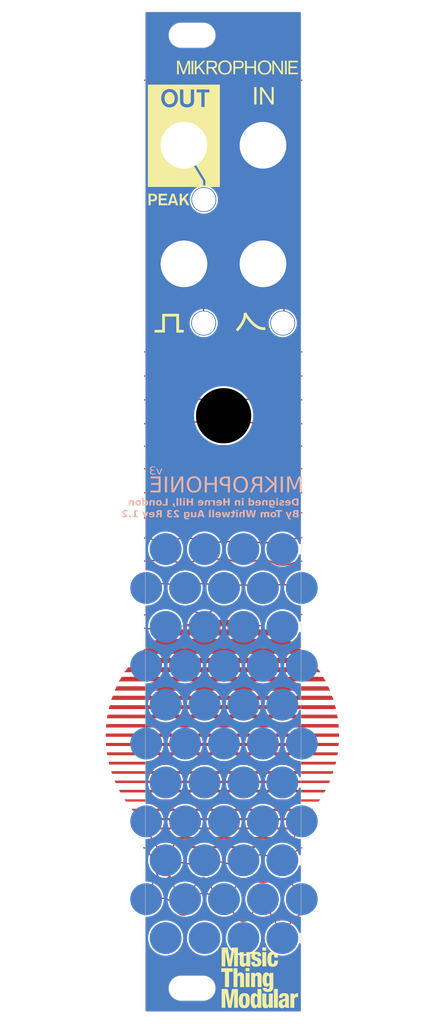
<source format=kicad_pcb>
(kicad_pcb (version 20221018) (generator pcbnew)
  (layers (0 "F.Cu" signal) (31 "B.Cu" signal) (34 "B.Paste" user) (35 "F.Paste" user) (36 "B.SilkS" user "B.Silkscreen") (37 "F.SilkS" user "F.Silkscreen") (38 "B.Mask" user) (39 "F.Mask" user) (44 "Edge.Cuts" user))
  (net 0 "")
  (net 1 "GND")
  (footprint "" (layer "F.Cu") (at 144.3919 80.7514 180)
    (fp_text reference "@HOLE1" hide)
    (fp_text value "" (at 0 0) (layer "F.SilkS") (effects (font (size 1.27 1.27))))
    (pad "" np_thru_hole circle (at 0 0 180) (size 3.2004 3.2004) (drill 3) (layers "F&B.Cu" "*.Mask"))
  )
  (footprint "" (layer "F.Cu") (at 144.4119 64.8764 180)
    (fp_text reference "@HOLE2" hide)
    (fp_text value "" (at 0 0) (layer "F.SilkS") (effects (font (size 1.27 1.27))))
    (pad "" np_thru_hole circle (at 0 0 180) (size 3.2004 3.2004) (drill 3) (layers "F&B.Cu" "*.Mask"))
  )
  (footprint "" (layer "F.Cu") (at 149.27 92.57)
    (fp_text reference "" (at 0 0) (layer "F.SilkS") (effects (font (size 1.27 1.27))))
    (fp_text value "" (at 0 0) (layer "F.SilkS") (effects (font (size 1.27 1.27))))
    (pad "" np_thru_hole circle (at -2.3181 0.0877 180) (size 7.3 7.3) (drill 7.1) (layers "*.Mask"))
  )
  (footprint "" (layer "F.Cu") (at 154.5519 80.7514 180)
    (fp_text reference "@HOLE0" hide)
    (fp_text value "" (at 0 0) (layer "F.SilkS") (effects (font (size 1.27 1.27))))
    (pad "" np_thru_hole circle (at 0 0 180) (size 3.2004 3.2004) (drill 3) (layers "F&B.Cu" "*.Mask"))
  )
  (gr_poly (pts (xy 161.025791 138.514738) (xy 160.995263 138.598714) (xy 160.963802 138.682299) (xy 132.619805 138.682299) (xy 132.555472 138.514944) (xy 132.523985 138.430951) (xy 132.493726 138.346422) (xy 161.085445 138.346422)) (fill solid) (layer "F.Cu"))
  (gr_poly (pts (xy 139.485522 96.308079) (xy 139.686165 96.314553) (xy 139.864353 96.324588) (xy 140.02366 96.337566) (xy 140.167657 96.352869) (xy 140.299917 96.36988) (xy 140.543519 96.406553) (xy 140.78219 96.442469) (xy 140.911757 96.459131) (xy 141.052816 96.474122) (xy 141.208869 96.486835) (xy 141.383418 96.496665) (xy 141.579965 96.503008) (xy 141.802013 96.505257) (xy 142.224202 96.50387) (xy 142.557699 96.500239) (xy 143.071533 96.489408) (xy 143.313079 96.483661) (xy 143.586922 96.478577) (xy 143.921483 96.474945) (xy 144.345184 96.473559) (xy 144.76706 96.471107) (xy 145.100179 96.464666) (xy 145.372835 96.45561) (xy 145.613321 96.44531) (xy 145.855238 96.435083) (xy 146.129613 96.426018) (xy 146.46477 96.419537) (xy 146.663995 96.417709) (xy 146.889037 96.417061) (xy 147.115524 96.419178) (xy 147.315995 96.425148) (xy 147.494019 96.434401) (xy 147.653164 96.446365) (xy 147.797 96.460468) (xy 147.929096 96.47614) (xy 148.172342 96.509905) (xy 148.411236 96.543037) (xy 148.540898 96.558419) (xy 148.682041 96.572262) (xy 148.83817 96.584007) (xy 149.01279 96.59309) (xy 149.209404 96.598952) (xy 149.431517 96.601031) (xy 149.855331 96.602387) (xy 150.190129 96.605938) (xy 150.70586 96.616534) (xy 150.946724 96.622153) (xy 151.219952 96.627127) (xy 151.553771 96.63068) (xy 151.976408 96.632037) (xy 154.522682 96.632723) (xy 154.745526 96.630992) (xy 154.942786 96.62611) (xy 155.117977 96.618544) (xy 155.274617 96.608759) (xy 155.416223 96.597222) (xy 155.54631 96.584398) (xy 155.785997 96.55676) (xy 156.029246 96.52874) (xy 156.16134 96.515742) (xy 156.305174 96.504048) (xy 156.464316 96.49413) (xy 156.642337 96.486461) (xy 156.842806 96.481513) (xy 157.069292 96.479759) (xy 157.069292 96.648918) (xy 156.846448 96.650649) (xy 156.64919 96.655531) (xy 156.473999 96.663097) (xy 156.317361 96.672883) (xy 156.175756 96.68442) (xy 156.045668 96.697243) (xy 155.805976 96.724881) (xy 155.562732 96.752898) (xy 155.430638 96.765895) (xy 155.286804 96.777589) (xy 155.12766 96.787506) (xy 154.949638 96.795175) (xy 154.749168 96.800123) (xy 154.522682 96.801877) (xy 151.976408 96.80119) (xy 151.5524 96.799834) (xy 151.217502 96.796281) (xy 150.70173 96.785688) (xy 150.46087 96.780068) (xy 150.187679 96.775094) (xy 149.85396 96.771541) (xy 149.431517 96.770185) (xy 149.205034 96.768067) (xy 149.004565 96.762096) (xy 148.826543 96.752843) (xy 148.667399 96.740879) (xy 148.523564 96.726775) (xy 148.391468 96.711103) (xy 148.148223 96.67734) (xy 147.909328 96.644206) (xy 147.779666 96.628824) (xy 147.638522 96.614981) (xy 147.482392 96.603237) (xy 147.30777 96.594154) (xy 147.111154 96.588293) (xy 146.889037 96.586215) (xy 146.467167 96.588667) (xy 146.13405 96.595107) (xy 145.861392 96.604164) (xy 145.6209 96.614464) (xy 145.378987 96.624693) (xy 145.104613 96.633757) (xy 144.769453 96.640237) (xy 144.570227 96.642064) (xy 144.345184 96.642713) (xy 143.923001 96.644099) (xy 143.589505 96.64773) (xy 143.075663 96.658562) (xy 142.834123 96.664308) (xy 142.560283 96.669393) (xy 142.225719 96.673024) (xy 141.802013 96.67441) (xy 141.575342 96.672115) (xy 141.374699 96.665641) (xy 141.19651 96.655606) (xy 141.037203 96.642628) (xy 140.893205 96.627325) (xy 140.760942 96.610314) (xy 140.517335 96.573641) (xy 140.27867 96.537725) (xy 140.149104 96.521063) (xy 140.008046 96.506072) (xy 139.851994 96.493359) (xy 139.677446 96.483528) (xy 139.480899 96.477186) (xy 139.258851 96.474937) (xy 139.036613 96.476985) (xy 138.839891 96.482759) (xy 138.665181 96.491706) (xy 138.508977 96.503274) (xy 138.367777 96.516909) (xy 138.238074 96.532058) (xy 137.999147 96.564684) (xy 137.755801 96.597942) (xy 137.623675 96.613382) (xy 137.479819 96.627277) (xy 137.320662 96.639064) (xy 137.142634 96.648181) (xy 136.942163 96.654064) (xy 136.71568 96.656151) (xy 136.71568 96.486997) (xy 136.937914 96.484949) (xy 137.134634 96.479175) (xy 137.309342 96.470228) (xy 137.465545 96.45866) (xy 137.606745 96.445025) (xy 137.736447 96.429877) (xy 137.975374 96.39725) (xy 138.218719 96.363992) (xy 138.350846 96.348553) (xy 138.494703 96.334658) (xy 138.653861 96.32287) (xy 138.831891 96.313753) (xy 139.032364 96.30787) (xy 139.258851 96.305783)) (fill solid) (layer "F.Cu"))
  (gr_poly (pts (xy 161.563846 131.196521) (xy 161.587108 131.314172) (xy 161.609202 131.432182) (xy 161.629736 131.55079) (xy 131.956302 131.55079) (xy 131.976796 131.432182) (xy 131.998843 131.314172) (xy 132.02218 131.196521) (xy 132.046542 131.078989) (xy 161.539811 131.078989)) (fill solid) (layer "F.Cu"))
  (gr_poly (pts (xy 155.24981 121.431941) (xy 155.392899 121.521095) (xy 155.534711 121.611756) (xy 155.675256 121.70389) (xy 155.814539 121.797461) (xy 155.952571 121.892433) (xy 156.089359 121.98877) (xy 156.224911 122.086437) (xy 137.360963 122.086437) (xy 137.496451 121.98877) (xy 137.633174 121.892433) (xy 137.77114 121.797461) (xy 137.910359 121.70389) (xy 138.050837 121.611756) (xy 138.192582 121.521095) (xy 138.335604 121.431941) (xy 138.47991 121.344331) (xy 155.105435 121.344331)) (fill solid) (layer "F.Cu"))
  (gr_poly (pts (xy 139.376879 117.186028) (xy 139.487869 117.189675) (xy 139.592276 117.195552) (xy 139.69055 117.203493) (xy 139.783144 117.213334) (xy 139.870509 117.224909) (xy 139.953099 117.238054) (xy 140.031365 117.252603) (xy 140.176734 117.285254) (xy 140.310234 117.321543) (xy 140.435481 117.360149) (xy 140.556092 117.399752) (xy 140.676132 117.439213) (xy 140.798463 117.477015) (xy 140.861724 117.494946) (xy 140.92704 117.512047) (xy 140.994906 117.528177) (xy 141.065817 117.543199) (xy 141.140266 117.556973) (xy 141.218748 117.56936) (xy 141.301757 117.580223) (xy 141.389788 117.589422) (xy 141.483335 117.596818) (xy 141.582892 117.602273) (xy 141.688953 117.605648) (xy 141.802013 117.606804) (xy 142.029826 117.610343) (xy 142.231459 117.620325) (xy 142.410508 117.635798) (xy 142.57057 117.655808) (xy 142.715242 117.679404) (xy 142.848122 117.705633) (xy 143.092896 117.762179) (xy 143.213512 117.790917) (xy 143.336429 117.818457) (xy 143.465629 117.843985) (xy 143.533828 117.855742) (xy 143.605091 117.866691) (xy 143.679915 117.876732) (xy 143.758797 117.885764) (xy 143.842235 117.893684) (xy 143.930727 117.900392) (xy 144.024771 117.905785) (xy 144.124863 117.909764) (xy 144.231501 117.912225) (xy 144.345184 117.913068) (xy 144.457185 117.91133) (xy 144.562262 117.906257) (xy 144.660906 117.898057) (xy 144.753604 117.88694) (xy 144.840846 117.873113) (xy 144.923121 117.856786) (xy 145.000917 117.838169) (xy 145.074724 117.817469) (xy 145.145031 117.794896) (xy 145.212327 117.770658) (xy 145.277101 117.744965) (xy 145.339841 117.718026) (xy 145.461178 117.661243) (xy 145.580251 117.601982) (xy 145.701898 117.541468) (xy 145.828207 117.482461) (xy 145.894255 117.454155) (xy 145.962841 117.426983) (xy 146.034424 117.4012) (xy 146.109461 117.377057) (xy 146.18841 117.354808) (xy 146.271728 117.334705) (xy 146.359874 117.317001) (xy 146.453306 117.301949) (xy 146.55248 117.289802) (xy 146.657855 117.280813) (xy 146.769888 117.275234) (xy 146.889037 117.273318) (xy 147.64442 117.275645) (xy 148.161315 117.28055) (xy 148.677302 117.285763) (xy 149.009709 117.287478) (xy 149.431517 117.288129) (xy 149.550918 117.290183) (xy 149.663186 117.296166) (xy 149.76878 117.305806) (xy 149.868156 117.318834) (xy 149.961774 117.334978) (xy 150.05009 117.353969) (xy 150.133563 117.375536) (xy 150.21265 117.399407) (xy 150.287808 117.425314) (xy 150.359497 117.452985) (xy 150.428172 117.48215) (xy 150.494292 117.512537) (xy 150.620699 117.575901) (xy 150.742379 117.640912) (xy 150.861449 117.704384) (xy 150.921585 117.735234) (xy 150.982772 117.765196) (xy 151.045497 117.794046) (xy 151.110247 117.82156) (xy 151.177511 117.847515) (xy 151.247775 117.871687) (xy 151.321528 117.893853) (xy 151.399256 117.913789) (xy 151.481446 117.931271) (xy 151.568588 117.946076) (xy 151.661167 117.95798) (xy 151.759672 117.96676) (xy 151.86459 117.972192) (xy 151.976408 117.974052) (xy 152.088475 117.972275) (xy 152.193619 117.967086) (xy 152.292328 117.958698) (xy 152.385091 117.947326) (xy 152.472398 117.933182) (xy 152.554738 117.916479) (xy 152.632599 117.897433) (xy 152.706471 117.876255) (xy 152.776842 117.853159) (xy 152.844202 117.828359) (xy 152.90904 117.802068) (xy 152.971845 117.7745) (xy 153.09331 117.716386) (xy 153.212512 117.655723) (xy 153.334176 117.593683) (xy 153.460539 117.533222) (xy 153.526628 117.504228) (xy 153.595267 117.476403) (xy 153.666913 117.450003) (xy 153.742025 117.425288) (xy 153.821061 117.402514) (xy 153.904479 117.38194) (xy 153.992739 117.363824) (xy 154.086297 117.348424) (xy 154.185612 117.335997) (xy 154.291142 117.326801) (xy 154.403346 117.321094) (xy 154.522682 117.319135) (xy 154.642761 117.32156) (xy 154.755647 117.328624) (xy 154.861804 117.340007) (xy 154.961693 117.355389) (xy 155.055776 117.374451) (xy 155.144516 117.396873) (xy 155.228376 117.422337) (xy 155.307816 117.450522) (xy 155.383301 117.481109) (xy 155.455291 117.513779) (xy 155.524249 117.548213) (xy 155.590637 117.58409) (xy 155.717554 117.658898) (xy 155.839739 117.735649) (xy 155.958435 117.810115) (xy 156.018387 117.846316) (xy 156.079387 117.881478) (xy 156.141919 117.915338) (xy 156.206467 117.947633) (xy 156.273514 117.9781) (xy 156.343546 118.006477) (xy 156.417045 118.0325) (xy 156.494496 118.055906) (xy 156.576383 118.076433) (xy 156.66319 118.093817) (xy 156.7554 118.107796) (xy 156.853498 118.118107) (xy 156.957967 118.124486) (xy 157.069292 118.12667) (xy 157.069292 118.28997) (xy 156.949213 118.287544) (xy 156.836327 118.28048) (xy 156.730171 118.269097) (xy 156.630283 118.253714) (xy 156.5362 118.234652) (xy 156.44746 118.212229) (xy 156.363601 118.186765) (xy 156.284161 118.158579) (xy 156.208677 118.127991) (xy 156.136688 118.095321) (xy 156.06773 118.060888) (xy 156.001341 118.025011) (xy 155.874423 117.950204) (xy 155.752235 117.873456) (xy 155.633542 117.798986) (xy 155.573592 117.762785) (xy 155.512593 117.727622) (xy 155.450062 117.693762) (xy 155.385514 117.661467) (xy 155.318467 117.631) (xy 155.248436 117.602624) (xy 155.174936 117.576602) (xy 155.097485 117.553196) (xy 155.015597 117.53267) (xy 154.92879 117.515286) (xy 154.836579 117.501308) (xy 154.738479 117.490998) (xy 154.634009 117.484619) (xy 154.522682 117.482434) (xy 154.410677 117.484211) (xy 154.305589 117.4894) (xy 154.206928 117.497788) (xy 154.114208 117.509161) (xy 154.02694 117.523305) (xy 153.944636 117.540007) (xy 153.866808 117.559054) (xy 153.792969 117.580232) (xy 153.722629 117.603327) (xy 153.655302 117.628127) (xy 153.590499 117.654418) (xy 153.527733 117.681986) (xy 153.406357 117.740101) (xy 153.28727 117.800763) (xy 153.165494 117.862803) (xy 153.039042 117.923264) (xy 152.972914 117.952258) (xy 152.90424 117.980084) (xy 152.83256 118.006483) (xy 152.757415 118.031199) (xy 152.678345 118.053972) (xy 152.594893 118.074546) (xy 152.506597 118.092662) (xy 152.413 118.108063) (xy 152.313642 118.12049) (xy 152.208063 118.129685) (xy 152.095805 118.135392) (xy 151.976408 118.137352) (xy 151.856948 118.135297) (xy 151.744627 118.129315) (xy 151.638987 118.119674) (xy 151.539569 118.106647) (xy 151.445914 118.090502) (xy 151.357562 118.071511) (xy 151.274057 118.049945) (xy 151.194938 118.026073) (xy 151.119747 118.000166) (xy 151.048026 117.972496) (xy 150.979315 117.943331) (xy 150.913156 117.912943) (xy 150.786659 117.849579) (xy 150.664864 117.784568) (xy 150.545923 117.721094) (xy 150.48585 117.690243) (xy 150.424725 117.66028) (xy 150.36206 117.63143) (xy 150.297366 117.603916) (xy 150.230156 117.577961) (xy 150.159942 117.553789) (xy 150.086236 117.531624) (xy 150.008549 117.511689) (xy 149.926394 117.494208) (xy 149.839283 117.479403) (xy 149.746728 117.4675) (xy 149.648241 117.45872) (xy 149.543333 117.453289) (xy 149.431517 117.451428) (xy 148.676144 117.449105) (xy 148.15925 117.444196) (xy 147.643261 117.438984) (xy 147.310851 117.437268) (xy 146.889037 117.436617) (xy 146.777036 117.438355) (xy 146.671959 117.443428) (xy 146.573316 117.451628) (xy 146.480617 117.462745) (xy 146.393375 117.476572) (xy 146.311101 117.492899) (xy 146.233304 117.511516) (xy 146.159497 117.532216) (xy 146.08919 117.554789) (xy 146.021894 117.579027) (xy 145.95712 117.604719) (xy 145.89438 117.631659) (xy 145.773043 117.688441) (xy 145.653971 117.747703) (xy 145.532326 117.808217) (xy 145.406018 117.867224) (xy 145.339971 117.89553) (xy 145.271385 117.922702) (xy 145.199802 117.948485) (xy 145.124764 117.972628) (xy 145.045815 117.994877) (xy 144.962496 118.01498) (xy 144.874349 118.032684) (xy 144.780917 118.047736) (xy 144.681742 118.059883) (xy 144.576367 118.068872) (xy 144.464334 118.074451) (xy 144.345184 118.076367) (xy 144.11737 118.072828) (xy 143.915738 118.062846) (xy 143.73669 118.047373) (xy 143.576628 118.027362) (xy 143.431957 118.003766) (xy 143.299078 117.977538) (xy 143.054311 117.920992) (xy 142.933692 117.892253) (xy 142.810772 117.864714) (xy 142.68157 117.839186) (xy 142.61337 117.827429) (xy 142.542107 117.81648) (xy 142.467283 117.806438) (xy 142.3884 117.797407) (xy 142.304962 117.789487) (xy 142.216469 117.782779) (xy 142.122426 117.777385) (xy 142.022334 117.773407) (xy 141.915695 117.770946) (xy 141.802013 117.770103) (xy 141.683983 117.768851) (xy 141.572991 117.765204) (xy 141.468584 117.759327) (xy 141.370309 117.751386) (xy 141.277715 117.741545) (xy 141.190349 117.72997) (xy 141.107759 117.716826) (xy 141.029493 117.702277) (xy 140.884124 117.669625) (xy 140.750624 117.633336) (xy 140.625376 117.59473) (xy 140.504761 117.555127) (xy 140.384722 117.515666) (xy 140.262392 117.477864) (xy 140.199132 117.459933) (xy 140.133817 117.442833) (xy 140.065951 117.426702) (xy 139.995042 117.411681) (xy 139.920594 117.397906) (xy 139.842112 117.385519) (xy 139.759104 117.374656) (xy 139.671074 117.365457) (xy 139.577528 117.358061) (xy 139.477972 117.352606) (xy 139.371911 117.349231) (xy 139.258851 117.348076) (xy 139.148454 117.350751) (xy 139.044836 117.358564) (xy 138.947518 117.371194) (xy 138.856021 117.388319) (xy 138.769865 117.409618) (xy 138.688571 117.434771) (xy 138.611659 117.463456) (xy 138.53865 117.495353) (xy 138.469065 117.530141) (xy 138.402424 117.567498) (xy 138.338248 117.607104) (xy 138.276057 117.648637) (xy 138.155714 117.736204) (xy 138.037558 117.827629) (xy 137.915109 117.922319) (xy 137.852331 117.968968) (xy 137.787896 118.014627) (xy 137.721338 118.058901) (xy 137.65219 118.101395) (xy 137.579985 118.141716) (xy 137.504259 118.179467) (xy 137.424543 118.214255) (xy 137.340373 118.245685) (xy 137.296471 118.260017) (xy 137.251281 118.273362) (xy 137.204744 118.28567) (xy 137.156801 118.296892) (xy 137.107395 118.306979) (xy 137.056468 118.31588) (xy 137.00396 118.323548) (xy 136.949814 118.329932) (xy 136.893971 118.334983) (xy 136.836373 118.338652) (xy 136.776962 118.340889) (xy 136.71568 118.341646) (xy 136.71568 118.178347) (xy 136.826077 118.175671) (xy 136.929694 118.167858) (xy 137.027012 118.155228) (xy 137.118508 118.138103) (xy 137.204663 118.116804) (xy 137.285957 118.091651) (xy 137.362867 118.062965) (xy 137.435875 118.031068) (xy 137.505459 117.99628) (xy 137.572099 117.958922) (xy 137.636275 117.919315) (xy 137.698465 117.877781) (xy 137.818807 117.790212) (xy 137.936962 117.698784) (xy 138.059412 117.604096) (xy 138.122189 117.557449) (xy 138.186624 117.511791) (xy 138.253183 117.467518) (xy 138.322331 117.425024) (xy 138.394536 117.384705) (xy 138.470263 117.346954) (xy 138.549979 117.312167) (xy 138.63415 117.280737) (xy 138.678052 117.266405) (xy 138.723243 117.25306) (xy 138.769781 117.240752) (xy 138.817724 117.22953) (xy 138.86713 117.219444) (xy 138.918058 117.210542) (xy 138.970567 117.202875) (xy 139.024714 117.196491) (xy 139.080557 117.19144) (xy 139.138156 117.187771) (xy 139.197568 117.185533) (xy 139.258851 117.184776)) (fill solid) (layer "F.Cu"))
  (gr_poly (pts (xy 151.408021 148.058221) (xy 151.21592 148.118803) (xy 151.022523 148.176874) (xy 150.827828 148.23263) (xy 142.748413 148.23263) (xy 142.555021 148.177023) (xy 142.362545 148.118803) (xy 142.171109 148.058072) (xy 141.980835 147.994929) (xy 151.598824 147.994929)) (fill solid) (layer "F.Cu"))
  (gr_poly (pts (xy 161.787572 133.573394) (xy 161.790202 133.642299) (xy 161.792443 133.711338) (xy 161.793136 133.745998) (xy 161.793391 133.780801) (xy 161.793166 133.798897) (xy 161.792567 133.816912) (xy 161.790706 133.852819) (xy 161.788722 133.888761) (xy 161.787971 133.90682) (xy 161.787532 133.924976) (xy 131.79642 133.924976) (xy 131.79229 133.780801) (xy 131.792561 133.745998) (xy 131.793294 133.711338) (xy 131.795657 133.642299) (xy 131.79841 133.573394) (xy 131.800581 133.504332) (xy 161.785457 133.504332)) (fill solid) (layer "F.Cu"))
  (gr_poly (pts (xy 157.069292 87.639475) (xy 136.717053 87.639475) (xy 136.717053 87.46791) (xy 157.069292 87.46791)) (fill solid) (layer "F.Cu"))
  (gr_poly (pts (xy 142.557395 93.376616) (xy 143.07429 93.379693) (xy 143.590493 93.382772) (xy 144.345184 93.384174) (xy 144.571069 93.385618) (xy 144.771023 93.389691) (xy 144.948604 93.396001) (xy 145.107367 93.404155) (xy 145.382669 93.424433) (xy 145.625386 93.447391) (xy 145.865074 93.470042) (xy 145.995174 93.48054) (xy 146.136805 93.489981) (xy 146.293486 93.497984) (xy 146.468738 93.504171) (xy 146.666082 93.508161) (xy 146.889037 93.509575) (xy 147.310455 93.506768) (xy 147.643215 93.49939) (xy 147.915578 93.489008) (xy 148.155801 93.477191) (xy 148.397864 93.465318) (xy 148.672222 93.454818) (xy 148.830394 93.450593) (xy 149.007299 93.447322) (xy 149.206489 93.44521) (xy 149.431517 93.444461) (xy 149.855531 93.446173) (xy 150.190432 93.450662) (xy 150.706205 93.464099) (xy 150.947211 93.471109) (xy 151.220385 93.477297) (xy 151.554019 93.481709) (xy 151.976408 93.483391) (xy 152.202167 93.484473) (xy 152.401999 93.487525) (xy 152.579464 93.492257) (xy 152.738123 93.498377) (xy 153.013267 93.513621) (xy 153.255918 93.530933) (xy 153.496194 93.547991) (xy 153.626635 93.555901) (xy 153.768637 93.563016) (xy 153.925723 93.569048) (xy 154.101412 93.573712) (xy 154.299224 93.576721) (xy 154.522682 93.577787) (xy 155.279352 93.58035) (xy 155.797024 93.58588) (xy 156.313915 93.591479) (xy 156.646918 93.593293) (xy 157.069292 93.593977) (xy 157.069292 93.764163) (xy 156.312626 93.761581) (xy 155.794959 93.755898) (xy 155.278064 93.75045) (xy 154.945057 93.748655) (xy 154.522682 93.747974) (xy 154.29694 93.746892) (xy 154.097149 93.74384) (xy 153.91974 93.739108) (xy 153.761144 93.732988) (xy 153.486116 93.717744) (xy 153.243518 93.700432) (xy 153.00324 93.683374) (xy 152.872787 93.675464) (xy 152.730759 93.66835) (xy 152.573631 93.662317) (xy 152.39788 93.657653) (xy 152.19998 93.654644) (xy 151.976408 93.653578) (xy 151.552195 93.651866) (xy 151.217156 93.647377) (xy 150.701038 93.63394) (xy 150.460286 93.62693) (xy 150.187333 93.620742) (xy 149.853852 93.61633) (xy 149.431517 93.614648) (xy 149.010105 93.617455) (xy 148.677348 93.624833) (xy 148.404987 93.635215) (xy 148.164763 93.647032) (xy 147.9227 93.658905) (xy 147.648341 93.669405) (xy 147.490168 93.67363) (xy 147.313261 93.676901) (xy 147.114069 93.679013) (xy 146.889037 93.679762) (xy 146.663152 93.678317) (xy 146.463198 93.674244) (xy 146.285618 93.667935) (xy 146.126856 93.65978) (xy 145.851556 93.639503) (xy 145.608845 93.616545) (xy 145.369151 93.593891) (xy 145.23905 93.583393) (xy 145.097418 93.573953) (xy 144.940736 93.56595) (xy 144.765483 93.559764) (xy 144.568139 93.555774) (xy 144.345184 93.55436) (xy 143.589802 93.552961) (xy 143.072907 93.549879) (xy 142.556703 93.546802) (xy 141.802013 93.545403) (xy 141.578928 93.546624) (xy 141.381459 93.550067) (xy 141.20609 93.555404) (xy 141.049304 93.562305) (xy 140.777418 93.579484) (xy 140.53767 93.598972) (xy 140.295145 93.618715) (xy 140.163485 93.627875) (xy 140.020148 93.636115) (xy 139.861574 93.643104) (xy 139.684207 93.648509) (xy 139.484485 93.651996) (xy 139.258851 93.653232) (xy 139.035771 93.654484) (xy 138.838321 93.658018) (xy 138.662979 93.663497) (xy 138.506224 93.670588) (xy 138.234396 93.688262) (xy 137.994671 93.708357) (xy 137.752119 93.728629) (xy 137.620431 93.738048) (xy 137.477062 93.746529) (xy 137.318458 93.753726) (xy 137.141062 93.759294) (xy 136.941321 93.762888) (xy 136.71568 93.764163) (xy 136.71568 93.593977) (xy 136.938757 93.592725) (xy 137.136206 93.589192) (xy 137.311548 93.583713) (xy 137.468303 93.576623) (xy 137.740133 93.558952) (xy 137.97986 93.538857) (xy 138.222406 93.518582) (xy 138.354092 93.509162) (xy 138.497461 93.50068) (xy 138.656066 93.493483) (xy 138.833463 93.487914) (xy 139.033206 93.48432) (xy 139.258851 93.483046) (xy 139.481935 93.481825) (xy 139.679403 93.478381) (xy 139.854771 93.473044) (xy 140.011556 93.466143) (xy 140.283442 93.448964) (xy 140.523194 93.429477) (xy 140.765719 93.409734) (xy 140.897379 93.400574) (xy 141.040716 93.392333) (xy 141.199289 93.385344) (xy 141.376657 93.37994) (xy 141.576379 93.376453) (xy 141.802013 93.375217)) (fill solid) (layer "F.Cu"))
  (gr_poly (pts (xy 156.800394 122.649384) (xy 156.905584 122.734892) (xy 157.009864 122.821282) (xy 157.113217 122.90854) (xy 157.215623 122.996654) (xy 157.317065 123.085613) (xy 157.417525 123.175403) (xy 157.516985 123.266012) (xy 136.069063 123.266012) (xy 136.168308 123.175403) (xy 136.268618 123.085613) (xy 136.369961 122.996654) (xy 136.472304 122.90854) (xy 136.575616 122.821282) (xy 136.679863 122.734892) (xy 136.785013 122.649384) (xy 136.891034 122.564769) (xy 156.694312 122.564769)) (fill solid) (layer "F.Cu"))
  (gr_poly (pts (xy 153.094383 120.211234) (xy 153.308917 120.302173) (xy 153.521691 120.395908) (xy 153.732633 120.492481) (xy 153.941669 120.591936) (xy 154.148727 120.694314) (xy 154.353734 120.799659) (xy 154.556617 120.908011) (xy 139.029074 120.908011) (xy 139.231753 120.799659) (xy 139.436663 120.694314) (xy 139.643706 120.591936) (xy 139.852785 120.492481) (xy 140.063803 120.395908) (xy 140.276662 120.302173) (xy 140.491263 120.211234) (xy 140.70751 120.123048) (xy 152.878161 120.123048)) (fill solid) (layer "F.Cu"))
  (gr_poly (pts (xy 159.315436 142.043929) (xy 159.263472 142.114857) (xy 159.211001 142.18546) (xy 159.157894 142.25555) (xy 134.422966 142.25555) (xy 134.370119 142.18546) (xy 134.317909 142.114857) (xy 134.26621 142.043929) (xy 134.214897 141.972866) (xy 159.367021 141.972866)) (fill solid) (layer "F.Cu"))
  (gr_poly (pts (xy 157.076189 49.630266) (xy 136.723777 49.630266) (xy 136.723777 49.44802) (xy 157.076189 49.44802)) (fill solid) (layer "F.Cu"))
  (gr_poly (pts (xy 158.434909 143.247695) (xy 158.373633 143.314769) (xy 158.311884 143.381485) (xy 158.249773 143.447892) (xy 135.333173 143.447892) (xy 135.271416 143.381485) (xy 135.21018 143.314769) (xy 135.149462 143.247695) (xy 135.089256 143.180212) (xy 158.495602 143.180212)) (fill solid) (layer "F.Cu"))
  (gr_poly (pts (xy 154.045065 146.915379) (xy 153.934506 146.971652) (xy 153.822802 147.026474) (xy 139.762188 147.026474) (xy 139.648964 146.971493) (xy 139.536524 146.915451) (xy 139.424608 146.858601) (xy 139.312959 146.801193) (xy 154.264483 146.801193)) (fill solid) (layer "F.Cu"))
  (gr_poly (pts (xy 147.007876 110.989834) (xy 147.119622 110.994907) (xy 147.22473 111.00308) (xy 147.323657 111.014123) (xy 147.41686 111.027807) (xy 147.504794 111.043902) (xy 147.587916 111.062176) (xy 147.666682 111.0824) (xy 147.741548 111.104344) (xy 147.81297 111.127778) (xy 147.947308 111.178194) (xy 148.073345 111.231807) (xy 148.194731 111.286777) (xy 148.313934 111.340898) (xy 148.435409 111.392701) (xy 148.498224 111.417262) (xy 148.563077 111.440677) (xy 148.630458 111.462759) (xy 148.700858 111.483317) (xy 148.774766 111.502164) (xy 148.852672 111.51911) (xy 148.935066 111.533967) (xy 149.02244 111.546545) (xy 149.115281 111.556658) (xy 149.214081 111.564114) (xy 149.31933 111.568727) (xy 149.431517 111.570306) (xy 149.544263 111.568968) (xy 149.650025 111.565061) (xy 149.749299 111.558745) (xy 149.842577 111.550179) (xy 149.930355 111.539524) (xy 150.013126 111.52694) (xy 150.091385 111.512587) (xy 150.165625 111.496624) (xy 150.23634 111.479212) (xy 150.304025 111.46051) (xy 150.43228 111.419879) (xy 150.554341 111.37601) (xy 150.674162 111.330184) (xy 150.795176 111.283869) (xy 150.920857 111.238713) (xy 150.986582 111.217052) (xy 151.054837 111.196262) (xy 151.126075 111.176534) (xy 151.20075 111.158062) (xy 151.279318 111.14104) (xy 151.362231 111.12566) (xy 151.449944 111.112116) (xy 151.542911 111.100601) (xy 151.641587 111.091309) (xy 151.746426 111.084432) (xy 151.857881 111.080164) (xy 151.976408 111.078699) (xy 152.096056 111.080824) (xy 152.208549 111.087012) (xy 152.314348 111.096984) (xy 152.413912 111.110457) (xy 152.5077 111.127153) (xy 152.596172 111.146789) (xy 152.679789 111.169086) (xy 152.759009 111.193762) (xy 152.834293 111.220538) (xy 152.906101 111.249133) (xy 152.974891 111.279266) (xy 153.041124 111.310656) (xy 153.167758 111.376086) (xy 153.289681 111.44318) (xy 153.408734 111.508568) (xy 153.46885 111.540348) (xy 153.530009 111.571211) (xy 153.592697 111.600927) (xy 153.657404 111.629267) (xy 153.724615 111.656) (xy 153.794819 111.680897) (xy 153.868503 111.703726) (xy 153.946154 111.724258) (xy 154.028261 111.742262) (xy 154.11531 111.757509) (xy 154.207789 111.769768) (xy 154.306186 111.77881) (xy 154.410988 111.784404) (xy 154.522682 111.78632) (xy 154.635366 111.784902) (xy 154.741075 111.780764) (xy 154.840301 111.774074) (xy 154.933537 111.765002) (xy 155.021276 111.753717) (xy 155.104012 111.74039) (xy 155.182237 111.725189) (xy 155.256444 111.708285) (xy 155.327127 111.689846) (xy 155.394778 111.670043) (xy 155.522958 111.627022) (xy 155.644929 111.580578) (xy 155.764635 111.532068) (xy 155.885909 111.483024) (xy 156.011854 111.435175) (xy 156.077714 111.412214) (xy 156.146106 111.390168) (xy 156.217484 111.369245) (xy 156.292303 111.34965) (xy 156.371018 111.331589) (xy 156.454083 111.315268) (xy 156.541953 111.300893) (xy 156.635083 111.28867) (xy 156.733927 111.278805) (xy 156.83894 111.271504) (xy 156.950577 111.266972) (xy 157.069292 111.265415) (xy 157.069292 111.43078) (xy 156.956607 111.432197) (xy 156.850899 111.436335) (xy 156.751674 111.443025) (xy 156.658438 111.452097) (xy 156.5707 111.463382) (xy 156.487965 111.476709) (xy 156.409741 111.49191) (xy 156.335534 111.508814) (xy 156.264851 111.527253) (xy 156.1972 111.547056) (xy 156.06902 111.590077) (xy 155.947047 111.636521) (xy 155.827339 111.685032) (xy 155.706068 111.734075) (xy 155.580126 111.781924) (xy 155.514266 111.804886) (xy 155.445875 111.826931) (xy 155.374497 111.847854) (xy 155.299678 111.867449) (xy 155.220964 111.88551) (xy 155.137898 111.901831) (xy 155.050027 111.916206) (xy 154.956897 111.928429) (xy 154.858052 111.938294) (xy 154.753037 111.945596) (xy 154.641399 111.950128) (xy 154.522682 111.951684) (xy 154.403096 111.949559) (xy 154.290657 111.94337) (xy 154.184906 111.933398) (xy 154.085382 111.919924) (xy 153.991628 111.903228) (xy 153.903183 111.88359) (xy 153.819589 111.861293) (xy 153.740387 111.836615) (xy 153.665117 111.809838) (xy 153.593319 111.781243) (xy 153.524536 111.751109) (xy 153.458307 111.719718) (xy 153.331677 111.654286) (xy 153.209755 111.587192) (xy 153.0907 111.521805) (xy 153.030583 111.490026) (xy 152.969421 111.459163) (xy 152.906728 111.429447) (xy 152.842014 111.401108) (xy 152.774792 111.374376) (xy 152.704574 111.349481) (xy 152.630871 111.326653) (xy 152.553197 111.306122) (xy 152.471062 111.288118) (xy 152.38398 111.272872) (xy 152.291461 111.260613) (xy 152.193018 111.251572) (xy 152.088163 111.245979) (xy 151.976408 111.244063) (xy 151.86366 111.245401) (xy 151.757888 111.249308) (xy 151.658599 111.255624) (xy 151.565299 111.264189) (xy 151.477496 111.274843) (xy 151.394697 111.287426) (xy 151.316408 111.301779) (xy 151.242136 111.317741) (xy 151.171389 111.335153) (xy 151.103673 111.353854) (xy 150.975363 111.394486) (xy 150.853263 111.438356) (xy 150.733427 111.484185) (xy 150.612414 111.5305) (xy 150.486738 111.575656) (xy 150.421017 111.597317) (xy 150.35277 111.618107) (xy 150.281542 111.637835) (xy 150.206881 111.656307) (xy 150.128331 111.67333) (xy 150.04544 111.688709) (xy 149.957754 111.702253) (xy 149.864819 111.713768) (xy 149.766182 111.723061) (xy 149.661388 111.729937) (xy 149.549984 111.734205) (xy 149.431517 111.735671) (xy 149.312678 111.733929) (xy 149.200933 111.728856) (xy 149.095825 111.720683) (xy 148.996898 111.709639) (xy 148.903696 111.695955) (xy 148.815763 111.679861) (xy 148.732642 111.661587) (xy 148.653877 111.641362) (xy 148.579012 111.619418) (xy 148.507591 111.595985) (xy 148.373255 111.545569) (xy 148.247219 111.491955) (xy 148.125833 111.436985) (xy 148.00663 111.382862) (xy 147.885154 111.331057) (xy 147.822338 111.306496) (xy 147.757484 111.283081) (xy 147.690102 111.261) (xy 147.619702 111.240442) (xy 147.545793 111.221596) (xy 147.467886 111.20465) (xy 147.38549 111.189794) (xy 147.298116 111.177216) (xy 147.205274 111.167104) (xy 147.106474 111.159648) (xy 147.001225 111.155036) (xy 146.889037 111.153456) (xy 146.665968 111.154816) (xy 146.468538 111.158651) (xy 146.293224 111.164592) (xy 146.136502 111.172274) (xy 145.864734 111.191389) (xy 145.62504 111.213057) (xy 145.382187 111.235027) (xy 145.250395 111.245258) (xy 145.106938 111.25448) (xy 144.948254 111.262313) (xy 144.770776 111.268378) (xy 144.570941 111.272295) (xy 144.345184 111.273685) (xy 144.231814 111.274675) (xy 144.125465 111.277565) (xy 144.025642 111.282238) (xy 143.93185 111.288575) (xy 143.843592 111.296459) (xy 143.760374 111.30577) (xy 143.607073 111.328205) (xy 143.467984 111.354935) (xy 143.33914 111.385016) (xy 143.216578 111.417503) (xy 143.096334 111.45145) (xy 142.975877 111.485384) (xy 142.850838 111.518474) (xy 142.717601 111.549586) (xy 142.646781 111.564046) (xy 142.572556 111.577586) (xy 142.494475 111.590064) (xy 142.412087 111.601338) (xy 142.32494 111.611267) (xy 142.232583 111.619708) (xy 142.134563 111.626521) (xy 142.030429 111.631563) (xy 141.919729 111.634692) (xy 141.802013 111.635766) (xy 141.684359 111.634731) (xy 141.573715 111.631717) (xy 141.469631 111.62686) (xy 141.371656 111.620296) (xy 141.192234 111.602593) (xy 141.031844 111.579698) (xy 140.886885 111.552701) (xy 140.753753 111.522693) (xy 140.628844 111.490763) (xy 140.508556 111.458001) (xy 140.38819 111.425322) (xy 140.265519 111.39404) (xy 140.136575 111.365067) (xy 140.06851 111.351732) (xy 139.997389 111.339316) (xy 139.922715 111.327934) (xy 139.843992 111.317699) (xy 139.760725 111.308726) (xy 139.672416 111.301129) (xy 139.578571 111.295021) (xy 139.478692 111.290517) (xy 139.372284 111.287731) (xy 139.258851 111.286777) (xy 139.035892 111.288169) (xy 138.838546 111.292096) (xy 138.663292 111.298187) (xy 138.50661 111.30607) (xy 138.234878 111.325727) (xy 137.99519 111.348097) (xy 137.752533 111.37083) (xy 137.620801 111.381411) (xy 137.477387 111.390947) (xy 137.318728 111.399045) (xy 137.141265 111.405315) (xy 136.941436 111.409364) (xy 136.71568 111.410801) (xy 136.71568 111.245436) (xy 136.938635 111.244045) (xy 137.135976 111.240118) (xy 137.311222 111.234027) (xy 137.467892 111.226144) (xy 137.739574 111.206486) (xy 137.979168 111.184116) (xy 138.221919 111.161384) (xy 138.35368 111.150803) (xy 138.497115 111.141267) (xy 138.655786 111.133169) (xy 138.833258 111.126899) (xy 139.033092 111.12285) (xy 139.258851 111.121413) (xy 139.376505 111.122448) (xy 139.487149 111.125462) (xy 139.591233 111.130319) (xy 139.689208 111.136883) (xy 139.86863 111.154586) (xy 140.029019 111.177481) (xy 140.173979 111.204478) (xy 140.307111 111.234486) (xy 140.43202 111.266416) (xy 140.552308 111.299178) (xy 140.672674 111.331857) (xy 140.795345 111.363139) (xy 140.924289 111.392112) (xy 140.992353 111.405447) (xy 141.063475 111.417863) (xy 141.138149 111.429245) (xy 141.216871 111.43948) (xy 141.300139 111.448453) (xy 141.388447 111.45605) (xy 141.482293 111.462158) (xy 141.582171 111.466662) (xy 141.688579 111.469448) (xy 141.802013 111.470402) (xy 141.915385 111.469412) (xy 142.021735 111.466522) (xy 142.121558 111.461849) (xy 142.215351 111.455512) (xy 142.303609 111.447629) (xy 142.386827 111.438317) (xy 142.540127 111.415882) (xy 142.679216 111.389152) (xy 142.808058 111.359071) (xy 142.930619 111.326584) (xy 143.050863 111.292637) (xy 143.171323 111.258703) (xy 143.296365 111.225613) (xy 143.429602 111.194501) (xy 143.500424 111.180041) (xy 143.574648 111.166501) (xy 143.652729 111.154023) (xy 143.735117 111.142749) (xy 143.822263 111.13282) (xy 143.91462 111.124379) (xy 144.012638 111.117566) (xy 144.116771 111.112524) (xy 144.227469 111.109395) (xy 144.345184 111.108321) (xy 144.568254 111.106961) (xy 144.765683 111.103127) (xy 144.940998 111.097185) (xy 145.097721 111.089503) (xy 145.369492 111.070388) (xy 145.609191 111.04872) (xy 145.852043 111.02675) (xy 145.983834 111.016519) (xy 146.127288 111.007298) (xy 146.285971 110.999464) (xy 146.463447 110.993399) (xy 146.663281 110.989482) (xy 146.889037 110.988092)) (fill solid) (layer "F.Cu"))
  (gr_poly (pts (xy 160.931563 128.781838) (xy 160.981868 128.913644) (xy 161.030724 129.046096) (xy 161.078527 129.178995) (xy 132.50753 129.178995) (xy 132.555103 129.046096) (xy 132.60397 128.913644) (xy 132.654391 128.781838) (xy 132.706627 128.650878) (xy 160.879411 128.650878)) (fill solid) (layer "F.Cu"))
  (gr_poly (pts (xy 148.681099 118.950371) (xy 149.195359 119.016701) (xy 149.703805 119.098574) (xy 150.206146 119.195714) (xy 150.702092 119.30784) (xy 151.191353 119.434674) (xy 151.673639 119.575939) (xy 152.148659 119.731355) (xy 141.437195 119.731355) (xy 141.912213 119.575939) (xy 142.394498 119.434674) (xy 142.88376 119.30784) (xy 143.379707 119.195714) (xy 143.882049 119.098574) (xy 144.390494 119.016701) (xy 144.904751 118.950371) (xy 145.42453 118.899864) (xy 148.161315 118.899864)) (fill solid) (layer "F.Cu"))
  (gr_poly (pts (xy 149.551161 108.195578) (xy 149.663644 108.201848) (xy 149.769425 108.21195) (xy 149.868967 108.225602) (xy 149.962729 108.242519) (xy 150.051172 108.262416) (xy 150.134757 108.285012) (xy 150.213946 108.310021) (xy 150.289197 108.337159) (xy 150.360973 108.366143) (xy 150.429735 108.396689) (xy 150.495942 108.428513) (xy 150.622537 108.494859) (xy 150.744444 108.562911) (xy 150.863368 108.629312) (xy 150.923419 108.661579) (xy 150.984513 108.692911) (xy 151.047137 108.723077) (xy 151.111778 108.751842) (xy 151.178924 108.778974) (xy 151.249063 108.804241) (xy 151.322683 108.827407) (xy 151.400269 108.848241) (xy 151.482311 108.86651) (xy 151.569295 108.88198) (xy 151.66171 108.894418) (xy 151.760041 108.90359) (xy 151.864778 108.909265) (xy 151.976408 108.911208) (xy 152.398042 108.908229) (xy 152.730501 108.900423) (xy 153.002174 108.889485) (xy 153.241453 108.87711) (xy 153.482371 108.86463) (xy 153.755976 108.853637) (xy 153.913958 108.849223) (xy 154.090819 108.845811) (xy 154.290126 108.843609) (xy 154.515449 108.842829) (xy 154.627725 108.84122) (xy 154.733108 108.836522) (xy 154.832084 108.828928) (xy 154.925141 108.818632) (xy 155.012766 108.805827) (xy 155.095446 108.790705) (xy 155.173668 108.773462) (xy 155.247918 108.754288) (xy 155.318684 108.733379) (xy 155.386454 108.710927) (xy 155.514949 108.662168) (xy 155.6373 108.609557) (xy 155.757403 108.554641) (xy 155.879694 108.498722) (xy 156.006622 108.444214) (xy 156.072962 108.418071) (xy 156.141826 108.39298) (xy 156.213668 108.369173) (xy 156.288942 108.346884) (xy 156.368105 108.326344) (xy 156.451609 108.307788) (xy 156.539911 108.291447) (xy 156.633465 108.277555) (xy 156.732725 108.266345) (xy 156.838146 108.25805) (xy 156.950184 108.252902) (xy 157.069292 108.251134) (xy 157.069292 108.416839) (xy 156.956957 108.418448) (xy 156.851523 108.423146) (xy 156.752501 108.430741) (xy 156.659406 108.441039) (xy 156.571748 108.453847) (xy 156.489041 108.468973) (xy 156.410797 108.486222) (xy 156.336528 108.505402) (xy 156.265747 108.526321) (xy 156.197967 108.548784) (xy 156.069458 108.597573) (xy 155.9471 108.650224) (xy 155.826993 108.705194) (xy 155.704804 108.761057) (xy 155.577929 108.815523) (xy 155.511601 108.84165) (xy 155.442744 108.866728) (xy 155.370904 108.890524) (xy 155.29563 108.912805) (xy 155.216467 108.933339) (xy 155.132964 108.951891) (xy 155.044668 108.968228) (xy 154.951127 108.982119) (xy 154.851886 108.993328) (xy 154.746495 109.001623) (xy 154.6345 109.006771) (xy 154.515449 109.008539) (xy 154.093815 109.011494) (xy 153.761356 109.019261) (xy 153.489683 109.030194) (xy 153.250404 109.042648) (xy 153.009534 109.055149) (xy 152.73601 109.066198) (xy 152.578051 109.070643) (xy 152.401184 109.074083) (xy 152.20183 109.076304) (xy 151.976408 109.077092) (xy 151.856761 109.074937) (xy 151.744269 109.068662) (xy 151.638472 109.058551) (xy 151.53891 109.044889) (xy 151.445123 109.027959) (xy 151.356651 109.008047) (xy 151.273035 108.985436) (xy 151.193815 108.960412) (xy 151.118532 108.933257) (xy 151.046725 108.904258) (xy 150.977934 108.873697) (xy 150.911701 108.84186) (xy 150.785067 108.775493) (xy 150.663145 108.707432) (xy 150.544222 108.641034) (xy 150.484172 108.608769) (xy 150.423082 108.577437) (xy 150.360463 108.547272) (xy 150.295829 108.518506) (xy 150.228693 108.491374) (xy 150.158568 108.466107) (xy 150.084966 108.44294) (xy 150.007402 108.422105) (xy 149.925387 108.403836) (xy 149.838435 108.388366) (xy 149.74606 108.375927) (xy 149.647773 108.366754) (xy 149.543087 108.361079) (xy 149.431517 108.359135) (xy 149.319642 108.360883) (xy 149.214683 108.365985) (xy 149.11615 108.374232) (xy 149.023557 108.385415) (xy 148.936413 108.399322) (xy 148.854231 108.415745) (xy 148.776522 108.434473) (xy 148.702798 108.455296) (xy 148.63257 108.478005) (xy 148.56535 108.502389) (xy 148.500649 108.528239) (xy 148.437978 108.555344) (xy 148.316776 108.612482) (xy 148.197834 108.672124) (xy 148.076187 108.733078) (xy 147.949877 108.7925) (xy 147.883829 108.821001) (xy 147.815243 108.848358) (xy 147.74366 108.874314) (xy 147.668623 108.898617) (xy 147.589673 108.921013) (xy 147.506354 108.941247) (xy 147.418207 108.959065) (xy 147.324775 108.974213) (xy 147.225599 108.986437) (xy 147.120223 108.995484) (xy 147.008188 109.001098) (xy 146.889037 109.003026) (xy 146.770696 109.001621) (xy 146.659409 108.997532) (xy 146.554725 108.990943) (xy 146.456189 108.98204) (xy 146.363347 108.971008) (xy 146.275747 108.958033) (xy 146.192933 108.9433) (xy 146.114453 108.926995) (xy 146.039853 108.909303) (xy 145.968678 108.89041) (xy 145.834793 108.849762) (xy 145.709169 108.806535) (xy 145.588175 108.762211) (xy 145.468453 108.718275) (xy 145.346433 108.676176) (xy 145.283329 108.656202) (xy 145.218172 108.637152) (xy 145.150468 108.619181) (xy 145.079724 108.602444) (xy 145.005448 108.587096) (xy 144.927146 108.573292) (xy 144.844325 108.561186) (xy 144.756493 108.550934) (xy 144.663156 108.54269) (xy 144.56382 108.53661) (xy 144.457994 108.532848) (xy 144.345184 108.53156) (xy 143.922405 108.530465) (xy 143.589158 108.527578) (xy 143.071879 108.518813) (xy 142.556064 108.510052) (xy 142.223675 108.507163) (xy 141.802013 108.506067) (xy 141.689577 108.507528) (xy 141.584099 108.511793) (xy 141.485087 108.518686) (xy 141.392048 108.528033) (xy 141.304491 108.539658) (xy 141.221926 108.553385) (xy 141.14386 108.56904) (xy 141.069802 108.586447) (xy 140.99926 108.60543) (xy 140.931744 108.625815) (xy 140.803819 108.670085) (xy 140.682096 108.717857) (xy 140.562643 108.767725) (xy 140.441445 108.818297) (xy 140.31559 108.867602) (xy 140.249778 108.891251) (xy 140.181438 108.913951) (xy 140.110114 108.93549) (xy 140.03535 108.955657) (xy 139.956693 108.974242) (xy 139.873687 108.991033) (xy 139.785878 109.005819) (xy 139.692809 109.018391) (xy 139.594028 109.028535) (xy 139.489077 109.036043) (xy 139.377503 109.040702) (xy 139.258851 109.042302) (xy 139.139856 109.040506) (xy 139.027966 109.035277) (xy 138.922724 109.026852) (xy 138.823674 109.015467) (xy 138.730359 109.001358) (xy 138.642322 108.984764) (xy 138.559106 108.965919) (xy 138.480255 108.945061) (xy 138.405312 108.922427) (xy 138.333821 108.898254) (xy 138.199365 108.846234) (xy 138.073233 108.790897) (xy 137.951773 108.734135) (xy 137.832582 108.678392) (xy 137.711135 108.624992) (xy 137.648341 108.599661) (xy 137.583514 108.575504) (xy 137.516165 108.552718) (xy 137.445802 108.531497) (xy 137.371938 108.512039) (xy 137.294081 108.494539) (xy 137.211742 108.479194) (xy 137.124432 108.466199) (xy 137.03166 108.455751) (xy 136.932937 108.448045) (xy 136.827774 108.443277) (xy 136.71568 108.441645) (xy 136.71568 108.275939) (xy 136.834674 108.277735) (xy 136.946564 108.282963) (xy 137.051805 108.291388) (xy 137.150855 108.302773) (xy 137.244169 108.316881) (xy 137.332206 108.333475) (xy 137.415421 108.352318) (xy 137.494271 108.373175) (xy 137.569213 108.395809) (xy 137.640703 108.419982) (xy 137.775158 108.472) (xy 137.901288 108.527338) (xy 138.022747 108.584101) (xy 138.141941 108.639844) (xy 138.26339 108.693244) (xy 138.326184 108.718575) (xy 138.391011 108.742732) (xy 138.458361 108.765518) (xy 138.528723 108.786739) (xy 138.602588 108.806197) (xy 138.680445 108.823697) (xy 138.762784 108.839042) (xy 138.850095 108.852037) (xy 138.942867 108.862485) (xy 139.041591 108.870191) (xy 139.146755 108.874959) (xy 139.258851 108.876591) (xy 139.371286 108.875131) (xy 139.476764 108.870866) (xy 139.575776 108.863973) (xy 139.668814 108.854626) (xy 139.75637 108.843001) (xy 139.838935 108.829273) (xy 139.917 108.813619) (xy 139.991058 108.796212) (xy 140.061599 108.777229) (xy 140.129116 108.756844) (xy 140.25704 108.712573) (xy 140.378765 108.664802) (xy 140.498221 108.614934) (xy 140.619419 108.564363) (xy 140.745274 108.51506) (xy 140.811085 108.491411) (xy 140.879426 108.468711) (xy 140.95075 108.447173) (xy 141.025513 108.427006) (xy 141.10417 108.408421) (xy 141.187176 108.391631) (xy 141.274986 108.376844) (xy 141.368054 108.364273) (xy 141.466836 108.354128) (xy 141.571787 108.346621) (xy 141.68336 108.341962) (xy 141.802013 108.340362) (xy 142.224793 108.341457) (xy 142.558042 108.344345) (xy 143.075317 108.353108) (xy 143.591141 108.361871) (xy 143.923528 108.364759) (xy 144.345184 108.365854) (xy 144.463526 108.367259) (xy 144.574812 108.371348) (xy 144.679496 108.377937) (xy 144.778032 108.38684) (xy 144.870874 108.397871) (xy 144.958475 108.410846) (xy 145.041289 108.425578) (xy 145.11977 108.441882) (xy 145.194371 108.459574) (xy 145.265545 108.478466) (xy 145.399432 108.519114) (xy 145.525059 108.56234) (xy 145.646057 108.606663) (xy 145.765779 108.6506) (xy 145.887798 108.692699) (xy 145.950902 108.712673) (xy 146.016059 108.731723) (xy 146.083763 108.749693) (xy 146.154506 108.766431) (xy 146.228782 108.781779) (xy 146.307083 108.795583) (xy 146.389903 108.807689) (xy 146.477734 108.817941) (xy 146.57107 108.826185) (xy 146.670404 108.832265) (xy 146.776229 108.836027) (xy 146.889037 108.837315) (xy 147.000914 108.835568) (xy 147.105875 108.830465) (xy 147.204409 108.822218) (xy 147.297004 108.811036) (xy 147.384148 108.797128) (xy 147.466331 108.780706) (xy 147.54404 108.761978) (xy 147.617765 108.741154) (xy 147.687993 108.718446) (xy 147.755214 108.694061) (xy 147.819915 108.668212) (xy 147.882586 108.641106) (xy 148.003789 108.583968) (xy 148.12273 108.524327) (xy 148.244378 108.463373) (xy 148.370687 108.40395) (xy 148.436735 108.375449) (xy 148.505321 108.348093) (xy 148.576904 108.322136) (xy 148.651941 108.297833) (xy 148.73089 108.275438) (xy 148.814208 108.255204) (xy 148.902354 108.237386) (xy 148.995786 108.222237) (xy 149.09496 108.210013) (xy 149.200335 108.200967) (xy 149.312368 108.195353) (xy 149.431517 108.193425)) (fill solid) (layer "F.Cu"))
  (gr_poly (pts (xy 144.465935 153.958902) (xy 144.579417 153.96837) (xy 144.686099 153.983624) (xy 144.786448 154.004237) (xy 144.88093 154.02978) (xy 144.970014 154.059823) (xy 145.054167 154.093937) (xy 145.133855 154.131694) (xy 145.209546 154.172665) (xy 145.281708 154.21642) (xy 145.350807 154.262532) (xy 145.417312 154.310569) (xy 145.544406 154.41071) (xy 145.666727 154.513411) (xy 145.785023 154.612775) (xy 145.84476 154.661073) (xy 145.905528 154.707982) (xy 145.967804 154.75315) (xy 146.032065 154.796228) (xy 146.098791 154.836866) (xy 146.168458 154.874713) (xy 146.241544 154.909419) (xy 146.279519 154.925485) (xy 146.318528 154.940634) (xy 146.358631 154.954823) (xy 146.399887 154.968008) (xy 146.442357 154.980145) (xy 146.4861 154.99119) (xy 146.531175 155.001099) (xy 146.577643 155.00983) (xy 146.625563 155.017337) (xy 146.674995 155.023578) (xy 146.725999 155.028508) (xy 146.778634 155.032083) (xy 146.83296 155.034261) (xy 146.889037 155.034997) (xy 146.95204 155.036925) (xy 147.013059 155.042625) (xy 147.072157 155.051971) (xy 147.129397 155.064838) (xy 147.184839 155.081099) (xy 147.238546 155.100629) (xy 147.29058 155.123302) (xy 147.341003 155.148992) (xy 147.389877 155.177573) (xy 147.437263 155.20892) (xy 147.483224 155.242906) (xy 147.527821 155.279405) (xy 147.571117 155.318293) (xy 147.613173 155.359442) (xy 147.654052 155.402727) (xy 147.693815 155.448023) (xy 147.770242 155.544141) (xy 147.842949 155.64679) (xy 147.912433 155.754963) (xy 147.979188 155.867653) (xy 148.043711 155.983853) (xy 148.106497 156.102557) (xy 148.22884 156.343448) (xy 148.347086 156.576868) (xy 148.46729 156.800438) (xy 148.529252 156.90648) (xy 148.593056 157.007601) (xy 148.659152 157.102981) (xy 148.72799 157.1918) (xy 148.800022 157.27324) (xy 148.875698 157.34648) (xy 148.915044 157.379769) (xy 148.955469 157.410701) (xy 148.997031 157.439173) (xy 149.039785 157.465083) (xy 149.083789 157.488328) (xy 149.129097 157.508807) (xy 149.175768 157.526415) (xy 149.223856 157.541053) (xy 149.273419 157.552615) (xy 149.324513 157.561001) (xy 149.377193 157.566108) (xy 149.431517 157.567833) (xy 149.485951 157.566466) (xy 149.538512 157.562418) (xy 149.589264 157.555771) (xy 149.63827 157.546607) (xy 149.685593 157.535006) (xy 149.731296 157.521049) (xy 149.775444 157.504818) (xy 149.818098 157.486393) (xy 149.859322 157.465857) (xy 149.89918 157.44329) (xy 149.937735 157.418773) (xy 149.97505 157.392388) (xy 150.011189 157.364216) (xy 150.046214 157.334337) (xy 150.080189 157.302834) (xy 150.113177 157.269787) (xy 150.176445 157.199386) (xy 150.236526 157.123786) (xy 150.293925 157.043634) (xy 150.349148 156.959581) (xy 150.402702 156.872276) (xy 150.455093 156.782368) (xy 150.558409 156.597344) (xy 150.666569 156.404084) (xy 150.722368 156.308865) (xy 150.780049 156.215662) (xy 150.840165 156.125281) (xy 150.903268 156.038528) (xy 150.969908 155.95621) (xy 151.04064 155.879133) (xy 151.116014 155.808104) (xy 151.155615 155.775109) (xy 151.196583 155.743929) (xy 151.238988 155.714664) (xy 151.282899 155.687415) (xy 151.328385 155.662282) (xy 151.375514 155.639367) (xy 151.424356 155.618771) (xy 151.47498 155.600594) (xy 151.527455 155.584936) (xy 151.581849 155.571899) (xy 151.638232 155.561584) (xy 151.696673 155.554092) (xy 151.757241 155.549522) (xy 151.820005 155.547977) (xy 151.883156 155.550056) (xy 151.94455 155.556205) (xy 152.004242 155.566287) (xy 152.062287 155.580167) (xy 152.118738 155.597709) (xy 152.173651 155.618777) (xy 152.227079 155.643236) (xy 152.279077 155.67095) (xy 152.329699 155.701783) (xy 152.379 155.735599) (xy 152.427034 155.772264) (xy 152.473856 155.81164) (xy 152.519519 155.853593) (xy 152.564078 155.897987) (xy 152.607589 155.944686) (xy 152.650103 155.993555) (xy 152.732366 156.097257) (xy 152.8113 156.208009) (xy 152.887342 156.324725) (xy 152.960927 156.446319) (xy 153.032488 156.571706) (xy 153.102462 156.699801) (xy 153.239388 156.95977) (xy 153.372698 157.213139) (xy 153.50734 157.455856) (xy 153.576162 157.570993) (xy 153.646519 157.680794) (xy 153.718812 157.784367) (xy 153.793442 157.880821) (xy 153.870809 157.969265) (xy 153.951314 158.048809) (xy 154.035357 158.11856) (xy 154.078831 158.149485) (xy 154.12334 158.177627) (xy 154.168935 158.202876) (xy 154.215664 158.22512) (xy 154.263578 158.244247) (xy 154.312728 158.260147) (xy 154.363163 158.272707) (xy 154.414934 158.281816) (xy 154.46809 158.287364) (xy 154.522682 158.289238) (xy 154.578196 158.288175) (xy 154.632057 158.28503) (xy 154.684321 158.279866) (xy 154.735046 158.272745) (xy 154.784288 158.263732) (xy 154.832104 158.252888) (xy 154.878551 158.240278) (xy 154.923685 158.225965) (xy 154.967562 158.210012) (xy 155.010241 158.192481) (xy 155.092226 158.152943) (xy 155.170095 158.107855) (xy 155.2443 158.057724) (xy 155.315296 158.003055) (xy 155.383536 157.944353) (xy 155.449474 157.882126) (xy 155.513563 157.816877) (xy 155.576257 157.749114) (xy 155.638009 157.679341) (xy 155.760505 157.535789) (xy 155.8875 157.387031) (xy 155.952556 157.313733) (xy 156.019261 157.241984) (xy 156.088076 157.172404) (xy 156.159459 157.105616) (xy 156.233868 157.04224) (xy 156.311763 156.982897) (xy 156.393602 156.92821) (xy 156.436144 156.902806) (xy 156.479845 156.878799) (xy 156.52476 156.856266) (xy 156.570949 156.835285) (xy 156.618467 156.815933) (xy 156.667373 156.798289) (xy 156.717724 156.78243) (xy 156.769578 156.768434) (xy 156.82299 156.756378) (xy 156.87802 156.746339) (xy 156.934724 156.738396) (xy 156.993159 156.732627) (xy 157.053384 156.729108) (xy 157.115455 156.727918) (xy 157.115455 156.880882) (xy 157.059942 156.881945) (xy 157.006082 156.88509) (xy 156.953818 156.890254) (xy 156.903093 156.897374) (xy 156.853852 156.906388) (xy 156.806036 156.917231) (xy 156.75959 156.92984) (xy 156.714456 156.944153) (xy 156.670579 156.960106) (xy 156.627901 156.977636) (xy 156.545915 157.017174) (xy 156.468047 157.062261) (xy 156.393841 157.112391) (xy 156.322846 157.167059) (xy 156.254606 157.22576) (xy 156.188668 157.287987) (xy 156.12458 157.353234) (xy 156.061886 157.420997) (xy 156.000135 157.49077) (xy 155.877642 157.63432) (xy 155.750646 157.783078) (xy 155.68559 157.856377) (xy 155.618884 157.928126) (xy 155.550068 157.997706) (xy 155.478685 158.064494) (xy 155.404275 158.12787) (xy 155.326379 158.187212) (xy 155.244539 158.2419) (xy 155.201996 158.267304) (xy 155.158295 158.291311) (xy 155.113379 158.313844) (xy 155.06719 158.334825) (xy 155.019671 158.354176) (xy 154.970765 158.37182) (xy 154.920414 158.38768) (xy 154.86856 158.401676) (xy 154.815147 158.413732) (xy 154.760117 158.423771) (xy 154.703413 158.431713) (xy 154.644977 158.437483) (xy 154.584753 158.441002) (xy 154.522682 158.442192) (xy 154.459563 158.440112) (xy 154.398198 158.433963) (xy 154.338533 158.423881) (xy 154.280515 158.410002) (xy 154.224087 158.392461) (xy 154.169197 158.371393) (xy 154.115789 158.346936) (xy 154.06381 158.319224) (xy 154.013205 158.288393) (xy 153.96392 158.25458) (xy 153.915901 158.217919) (xy 153.869093 158.178546) (xy 153.823442 158.136598) (xy 153.778893 158.09221) (xy 153.735393 158.045518) (xy 153.692886 157.996657) (xy 153.610638 157.892973) (xy 153.531714 157.782244) (xy 153.45568 157.665556) (xy 153.382101 157.543995) (xy 153.310543 157.418648) (xy 153.24057 157.290599) (xy 153.103645 157.030744) (xy 152.970321 156.777261) (xy 152.83564 156.534458) (xy 152.766791 156.419288) (xy 152.696405 156.309459) (xy 152.62408 156.205863) (xy 152.549418 156.10939) (xy 152.472019 156.020932) (xy 152.391483 155.941378) (xy 152.30741 155.871619) (xy 152.263922 155.840691) (xy 152.219401 155.812546) (xy 152.173795 155.787296) (xy 152.127055 155.765051) (xy 152.079132 155.745922) (xy 152.029974 155.730022) (xy 151.979533 155.717462) (xy 151.927757 155.708352) (xy 151.874598 155.702804) (xy 151.820005 155.700931) (xy 151.765541 155.702299) (xy 151.712951 155.706349) (xy 151.662172 155.713) (xy 151.613141 155.722171) (xy 151.565795 155.733779) (xy 151.52007 155.747744) (xy 151.475903 155.763985) (xy 151.43323 155.782419) (xy 151.391989 155.802965) (xy 151.352115 155.825543) (xy 151.313546 155.850071) (xy 151.276218 155.876467) (xy 151.240068 155.90465) (xy 151.205032 155.934538) (xy 151.171047 155.966051) (xy 151.138051 155.999106) (xy 151.074768 156.069521) (xy 151.014676 156.14513) (xy 150.957268 156.225283) (xy 150.902039 156.309328) (xy 150.848481 156.396616) (xy 150.796088 156.486495) (xy 150.692768 156.67142) (xy 150.584626 156.86468) (xy 150.528845 156.959899) (xy 150.471187 157.053103) (xy 150.411098 157.143485) (xy 150.348025 157.230239) (xy 150.281416 157.312558) (xy 150.210717 157.389636) (xy 150.135375 157.460666) (xy 150.09579 157.493661) (xy 150.054837 157.524841) (xy 150.012446 157.554107) (xy 149.96855 157.581356) (xy 149.923077 157.606489) (xy 149.87596 157.629405) (xy 149.827129 157.650001) (xy 149.776515 157.668179) (xy 149.724049 157.683837) (xy 149.669662 157.696874) (xy 149.613284 157.707189) (xy 149.554847 157.714682) (xy 149.494281 157.719251) (xy 149.431517 157.720797) (xy 149.368516 157.718869) (xy 149.307497 157.713169) (xy 149.248399 157.703823) (xy 149.191161 157.690956) (xy 149.135719 157.674694) (xy 149.082013 157.655164) (xy 149.029979 157.632491) (xy 148.979557 157.606801) (xy 148.930684 157.57822) (xy 148.883298 157.546874) (xy 148.837338 157.512888) (xy 148.792741 157.476388) (xy 148.749445 157.437501) (xy 148.707389 157.396352) (xy 148.666511 157.353066) (xy 148.626748 157.307771) (xy 148.550322 157.211653) (xy 148.477615 157.109004) (xy 148.408131 157.000831) (xy 148.341376 156.888141) (xy 148.276853 156.771941) (xy 148.214067 156.653237) (xy 148.091725 156.412346) (xy 147.973478 156.178926) (xy 147.853275 155.955356) (xy 147.791312 155.849313) (xy 147.727508 155.748193) (xy 147.661412 155.652813) (xy 147.592573 155.563993) (xy 147.52054 155.482554) (xy 147.444864 155.409314) (xy 147.405518 155.376025) (xy 147.365092 155.345093) (xy 147.32353 155.316621) (xy 147.280775 155.290711) (xy 147.236771 155.267465) (xy 147.191462 155.246987) (xy 147.14479 155.229378) (xy 147.096701 155.214741) (xy 147.047138 155.203178) (xy 146.996043 155.194792) (xy 146.943362 155.189686) (xy 146.889037 155.187961) (xy 146.768288 155.18471) (xy 146.654807 155.175242) (xy 146.548127 155.159988) (xy 146.447779 155.139375) (xy 146.353298 155.113832) (xy 146.264215 155.083789) (xy 146.180063 155.049675) (xy 146.100375 155.011918) (xy 146.024685 154.970947) (xy 145.952523 154.927191) (xy 145.883424 154.88108) (xy 145.816919 154.833042) (xy 145.689826 154.732902) (xy 145.567504 154.630201) (xy 145.449206 154.530837) (xy 145.389467 154.482539) (xy 145.328699 154.43563) (xy 145.266423 154.390462) (xy 145.202161 154.347384) (xy 145.135436 154.306746) (xy 145.065769 154.268899) (xy 144.992682 154.234193) (xy 144.954707 154.218127) (xy 144.915698 154.202978) (xy 144.875595 154.188789) (xy 144.834339 154.175604) (xy 144.791869 154.163467) (xy 144.748126 154.152422) (xy 144.70305 154.142512) (xy 144.656582 154.133782) (xy 144.608662 154.126275) (xy 144.559229 154.120034) (xy 144.508225 154.115104) (xy 144.455589 154.111528) (xy 144.401262 154.109351) (xy 144.345184 154.108615) (xy 144.291047 154.110545) (xy 144.238539 154.116258) (xy 144.187605 154.12564) (xy 144.138189 154.138576) (xy 144.090234 154.154951) (xy 144.043685 154.174651) (xy 143.998486 154.197562) (xy 143.954581 154.223568) (xy 143.911914 154.252555) (xy 143.870429 154.284408) (xy 143.83007 154.319013) (xy 143.79078 154.356255) (xy 143.752505 154.39602) (xy 143.715188 154.438192) (xy 143.678774 154.482658) (xy 143.643205 154.529303) (xy 143.574383 154.628669) (xy 143.508274 154.735375) (xy 143.444431 154.848503) (xy 143.382406 154.967137) (xy 143.321751 155.090359) (xy 143.26202 155.217252) (xy 143.143534 155.478386) (xy 143.021316 155.74714) (xy 142.894099 156.009204) (xy 142.827367 156.134921) (xy 142.757887 156.255596) (xy 142.685159 156.370108) (xy 142.608683 156.477333) (xy 142.527961 156.576149) (xy 142.442491 156.665432) (xy 142.39782 156.706148) (xy 142.351775 156.74406) (xy 142.304293 156.779028) (xy 142.255313 156.81091) (xy 142.204771 156.839568) (xy 142.152605 156.864859) (xy 142.098753 156.886645) (xy 142.043152 156.904785) (xy 141.98574 156.919137) (xy 141.926455 156.929563) (xy 141.865233 156.935922) (xy 141.802013 156.938072) (xy 141.739275 156.936407) (xy 141.678501 156.931483) (xy 141.619629 156.92341) (xy 141.562597 156.912295) (xy 141.507346 156.898248) (xy 141.453812 156.881378) (xy 141.401936 156.861793) (xy 141.351655 156.839601) (xy 141.302909 156.814912) (xy 141.255636 156.787834) (xy 141.209775 156.758476) (xy 141.165264 156.726946) (xy 141.122043 156.693354) (xy 141.080049 156.657808) (xy 140.999501 156.581287) (xy 140.923129 156.498255) (xy 140.850444 156.40958) (xy 140.780954 156.316132) (xy 140.71417 156.218781) (xy 140.649602 156.118396) (xy 140.586758 156.015846) (xy 140.464285 155.807732) (xy 140.346154 155.606733) (xy 140.286562 155.509053) (xy 140.226011 155.414195) (xy 140.164046 155.322865) (xy 140.100212 155.235771) (xy 140.034053 155.153618) (xy 139.965114 155.077113) (xy 139.892939 155.006963) (xy 139.817073 154.943874) (xy 139.777613 154.915198) (xy 139.73706 154.888552) (xy 139.695356 154.864025) (xy 139.652444 154.841705) (xy 139.608268 154.82168) (xy 139.562771 154.804038) (xy 139.515896 154.788868) (xy 139.467585 154.776259) (xy 139.417782 154.766297) (xy 139.36643 154.759073) (xy 139.313472 154.754673) (xy 139.258851 154.753187) (xy 139.204169 154.754634) (xy 139.151156 154.758918) (xy 139.099756 154.765953) (xy 139.049912 154.775653) (xy 139.001566 154.787931) (xy 138.954661 154.802703) (xy 138.90914 154.819881) (xy 138.864946 154.839379) (xy 138.822021 154.861112) (xy 138.78031 154.884994) (xy 138.739753 154.910938) (xy 138.700295 154.938859) (xy 138.661878 154.96867) (xy 138.624445 155.000286) (xy 138.587939 155.03362) (xy 138.552302 155.068586) (xy 138.483409 155.143071) (xy 138.417309 155.223053) (xy 138.353544 155.307844) (xy 138.291658 155.396754) (xy 138.231193 155.489096) (xy 138.171692 155.584181) (xy 138.053753 155.779829) (xy 137.931345 155.982529) (xy 137.868536 156.082415) (xy 137.804004 156.180195) (xy 137.737259 156.275022) (xy 137.667813 156.366049) (xy 137.595175 156.452428) (xy 137.518856 156.533313) (xy 137.438367 156.607854) (xy 137.396406 156.642482) (xy 137.353218 156.675206) (xy 137.308743 156.705921) (xy 137.262919 156.734521) (xy 137.215686 156.7609) (xy 137.166982 156.784952) (xy 137.116746 156.80657) (xy 137.064916 156.82565) (xy 137.011432 156.842085) (xy 136.956232 156.85577) (xy 136.899256 156.866598) (xy 136.840441 156.874463) (xy 136.779727 156.87926) (xy 136.717053 156.880882) (xy 136.717053 156.727918) (xy 136.771735 156.726471) (xy 136.824748 156.722187) (xy 136.876148 156.715152) (xy 136.925992 156.705452) (xy 136.974338 156.693174) (xy 137.021243 156.678402) (xy 137.066764 156.661225) (xy 137.110958 156.641726) (xy 137.153883 156.619993) (xy 137.195594 156.596111) (xy 137.236151 156.570167) (xy 137.275609 156.542246) (xy 137.314026 156.512435) (xy 137.351459 156.480819) (xy 137.387965 156.447485) (xy 137.423602 156.412519) (xy 137.492495 156.338034) (xy 137.558595 156.258052) (xy 137.62236 156.173261) (xy 137.684246 156.084351) (xy 137.744711 155.992009) (xy 137.804212 155.896924) (xy 137.922151 155.701276) (xy 138.044558 155.498577) (xy 138.107367 155.39869) (xy 138.171899 155.30091) (xy 138.238643 155.206083) (xy 138.308088 155.115056) (xy 138.380726 155.028677) (xy 138.457044 154.947793) (xy 138.537533 154.873251) (xy 138.579494 154.838623) (xy 138.622682 154.805899) (xy 138.667157 154.775184) (xy 138.71298 154.746584) (xy 138.760213 154.720205) (xy 138.808918 154.696154) (xy 138.859154 154.674535) (xy 138.910984 154.655455) (xy 138.964469 154.63902) (xy 139.019669 154.625335) (xy 139.076646 154.614507) (xy 139.135461 154.606642) (xy 139.196176 154.601845) (xy 139.258851 154.600223) (xy 139.321588 154.601888) (xy 139.382361 154.606812) (xy 139.441233 154.614886) (xy 139.498263 154.626) (xy 139.553514 154.640047) (xy 139.607047 154.656917) (xy 139.658924 154.676502) (xy 139.709204 154.698694) (xy 139.75795 154.723383) (xy 139.805223 154.750461) (xy 139.851084 154.779819) (xy 139.895595 154.811349) (xy 139.938817 154.844941) (xy 139.98081 154.880487) (xy 140.061359 154.957008) (xy 140.137731 155.04004) (xy 140.210417 155.128715) (xy 140.279907 155.222163) (xy 140.346692 155.319514) (xy 140.411261 155.419899) (xy 140.474105 155.522449) (xy 140.596579 155.730563) (xy 140.71471 155.931563) (xy 140.774302 156.029242) (xy 140.834853 156.1241) (xy 140.896817 156.21543) (xy 140.960651 156.302524) (xy 141.02681 156.384677) (xy 141.095749 156.461182) (xy 141.167925 156.531332) (xy 141.243791 156.594421) (xy 141.283251 156.623097) (xy 141.323804 156.649743) (xy 141.365508 156.67427) (xy 141.408419 156.69659) (xy 141.452595 156.716615) (xy 141.498093 156.734257) (xy 141.544968 156.749427) (xy 141.593279 156.762036) (xy 141.643082 156.771998) (xy 141.694434 156.779222) (xy 141.747392 156.783622) (xy 141.802013 156.785108) (xy 141.85615 156.783178) (xy 141.908658 156.777465) (xy 141.959592 156.768083) (xy 142.009008 156.755147) (xy 142.056963 156.738771) (xy 142.103512 156.719071) (xy 142.148711 156.69616) (xy 142.192617 156.670154) (xy 142.235284 156.641167) (xy 142.27677 156.609313) (xy 142.317129 156.574708) (xy 142.356419 156.537466) (xy 142.394694 156.497701) (xy 142.432012 156.455528) (xy 142.468427 156.411062) (xy 142.503995 156.364417) (xy 142.572818 156.26505) (xy 142.638927 156.158344) (xy 142.70277 156.045216) (xy 142.764795 155.926582) (xy 142.825449 155.803361) (xy 142.88518 155.676468) (xy 143.003662 155.415337) (xy 143.125881 155.146583) (xy 143.253098 154.884519) (xy 143.319829 154.758803) (xy 143.389309 154.638127) (xy 143.462037 154.523615) (xy 143.538513 154.41639) (xy 143.619236 154.317574) (xy 143.704706 154.228291) (xy 143.749377 154.187575) (xy 143.795422 154.149663) (xy 143.842903 154.114696) (xy 143.891884 154.082813) (xy 143.942426 154.054156) (xy 143.994591 154.028864) (xy 144.048443 154.007078) (xy 144.104044 153.988939) (xy 144.161456 153.974586) (xy 144.220742 153.96416) (xy 144.281964 153.957802) (xy 144.345184 153.955651)) (fill solid) (layer "F.Cu"))
  (gr_poly (pts (xy 160.439688 127.574083) (xy 160.509723 127.713522) (xy 160.578053 127.853703) (xy 160.644466 127.994578) (xy 132.941582 127.994578) (xy 133.007813 127.853703) (xy 133.076113 127.713522) (xy 133.146222 127.574083) (xy 133.217878 127.435435) (xy 160.36816 127.435435)) (fill solid) (layer "F.Cu"))
  (gr_poly (pts (xy 161.636861 135.973992) (xy 161.628229 136.021061) (xy 161.609444 136.114857) (xy 161.589916 136.208517) (xy 161.571183 136.302427) (xy 132.010023 136.302427) (xy 131.975655 136.11517) (xy 131.959346 136.021127) (xy 131.943881 135.926745) (xy 161.64473 135.926745)) (fill solid) (layer "F.Cu"))
  (gr_poly (pts (xy 161.300405 129.989373) (xy 161.335722 130.113845) (xy 161.369655 130.238866) (xy 161.40238 130.364287) (xy 132.183668 130.364287) (xy 132.216254 130.238866) (xy 132.250071 130.113845) (xy 132.285311 129.989373) (xy 132.322167 129.8656) (xy 161.263525 129.8656)) (fill solid) (layer "F.Cu"))
  (gr_poly (pts (xy 157.069292 105.21049) (xy 156.956794 105.211992) (xy 156.851256 105.216378) (xy 156.752187 105.223467) (xy 156.659095 105.23308) (xy 156.571487 105.245035) (xy 156.488871 105.259152) (xy 156.410756 105.275251) (xy 156.336649 105.293151) (xy 156.266059 105.312673) (xy 156.198493 105.333635) (xy 156.070466 105.379158) (xy 155.948633 105.428279) (xy 155.829058 105.479553) (xy 155.707659 105.531674) (xy 155.581581 105.582491) (xy 155.515647 105.606867) (xy 155.447176 105.630264) (xy 155.375713 105.652466) (xy 155.300801 105.673253) (xy 155.221985 105.69241) (xy 155.13881 105.709719) (xy 155.050818 105.724961) (xy 154.957556 105.737919) (xy 154.858567 105.748377) (xy 154.753395 105.756116) (xy 154.641586 105.760919) (xy 154.522682 105.762568) (xy 154.098462 105.7608) (xy 153.763383 105.756174) (xy 153.246966 105.742416) (xy 153.006101 105.735151) (xy 152.732872 105.728741) (xy 152.399051 105.724174) (xy 151.976408 105.722433) (xy 151.858066 105.721072) (xy 151.74678 105.717109) (xy 151.642096 105.710724) (xy 151.54356 105.702096) (xy 151.450718 105.691405) (xy 151.363117 105.678831) (xy 151.280304 105.664553) (xy 151.201824 105.648751) (xy 151.056049 105.613294) (xy 150.922164 105.573896) (xy 150.796539 105.531996) (xy 150.675545 105.489029) (xy 150.555694 105.446442) (xy 150.433544 105.40565) (xy 150.370376 105.386301) (xy 150.305153 105.367849) (xy 150.237384 105.350445) (xy 150.166576 105.334237) (xy 150.092235 105.319376) (xy 150.013868 105.30601) (xy 149.930983 105.294291) (xy 149.843085 105.284367) (xy 149.749683 105.276387) (xy 149.650283 105.270502) (xy 149.544392 105.266862) (xy 149.431517 105.265615) (xy 149.320381 105.26774) (xy 149.216092 105.273947) (xy 149.118168 105.283979) (xy 149.026122 105.297581) (xy 148.939473 105.314499) (xy 148.857735 105.334478) (xy 148.780425 105.357262) (xy 148.707059 105.382596) (xy 148.637153 105.410225) (xy 148.570222 105.439895) (xy 148.505784 105.471349) (xy 148.443353 105.504334) (xy 148.322579 105.573872) (xy 148.204029 105.646469) (xy 148.08199 105.721176) (xy 148.019439 105.757992) (xy 147.955252 105.794031) (xy 147.888964 105.828983) (xy 147.820115 105.862534) (xy 147.748243 105.894373) (xy 147.672884 105.924186) (xy 147.593576 105.951662) (xy 147.509858 105.976488) (xy 147.421267 105.998352) (xy 147.32734 106.016941) (xy 147.227617 106.031943) (xy 147.121633 106.043045) (xy 147.008927 106.049936) (xy 146.889037 106.052302) (xy 146.663639 106.051282) (xy 146.46411 106.048404) (xy 146.12845 106.038176) (xy 145.853639 106.023813) (xy 145.611256 106.007512) (xy 145.371234 105.99134) (xy 145.24091 105.983838) (xy 145.099013 105.97709) (xy 144.942016 105.971366) (xy 144.766395 105.966941) (xy 144.568626 105.964086) (xy 144.345184 105.963074) (xy 144.225974 105.961168) (xy 144.113888 105.955617) (xy 144.008468 105.946673) (xy 143.909257 105.934587) (xy 143.815796 105.91961) (xy 143.727629 105.901994) (xy 143.644298 105.88199) (xy 143.565344 105.859849) (xy 143.490311 105.835823) (xy 143.41874 105.810162) (xy 143.350174 105.783119) (xy 143.284155 105.754945) (xy 143.157928 105.696208) (xy 143.036397 105.635961) (xy 142.917327 105.57697) (xy 142.795999 105.520474) (xy 142.733269 105.493679) (xy 142.66851 105.468129) (xy 142.601235 105.444029) (xy 142.530956 105.421588) (xy 142.457185 105.401013) (xy 142.379434 105.382509) (xy 142.297214 105.366285) (xy 142.210038 105.352546) (xy 142.117418 105.3415) (xy 142.018866 105.333354) (xy 141.913893 105.328315) (xy 141.802013 105.326589) (xy 141.689823 105.328159) (xy 141.584569 105.332741) (xy 141.485759 105.340149) (xy 141.392905 105.350194) (xy 141.305517 105.362687) (xy 141.223103 105.377441) (xy 141.145176 105.394267) (xy 141.071245 105.412977) (xy 141.00082 105.433382) (xy 140.933412 105.455295) (xy 140.805686 105.50289) (xy 140.684148 105.554255) (xy 140.564881 105.607885) (xy 140.443544 105.662455) (xy 140.317525 105.715656) (xy 140.251621 105.741175) (xy 140.183178 105.765668) (xy 140.111741 105.788909) (xy 140.036855 105.81067) (xy 139.958062 105.830723) (xy 139.874908 105.84884) (xy 139.786936 105.864795) (xy 139.69369 105.878359) (xy 139.594714 105.889306) (xy 139.489553 105.897406) (xy 139.377751 105.902433) (xy 139.258851 105.90416) (xy 138.835217 105.902801) (xy 138.500645 105.899231) (xy 137.98519 105.888489) (xy 137.744414 105.882867) (xy 137.471422 105.877894) (xy 137.137936 105.874342) (xy 136.71568 105.872986) (xy 136.71568 105.706243) (xy 137.139308 105.707601) (xy 137.473877 105.711172) (xy 137.98933 105.721914) (xy 138.230106 105.727535) (xy 138.5031 105.732509) (xy 138.836589 105.736061) (xy 139.258851 105.737417) (xy 139.371039 105.735847) (xy 139.476292 105.731265) (xy 139.5751 105.723857) (xy 139.667954 105.713813) (xy 139.755343 105.70132) (xy 139.837756 105.686566) (xy 139.915683 105.669741) (xy 139.989615 105.651032) (xy 140.06004 105.630627) (xy 140.127449 105.608714) (xy 140.255176 105.56112) (xy 140.376715 105.509756) (xy 140.495983 105.456126) (xy 140.617319 105.401556) (xy 140.743337 105.348355) (xy 140.809241 105.322836) (xy 140.877683 105.298343) (xy 140.949119 105.275102) (xy 141.024005 105.253341) (xy 141.102797 105.233288) (xy 141.185951 105.215171) (xy 141.273924 105.199216) (xy 141.36717 105.185651) (xy 141.466146 105.174705) (xy 141.571307 105.166605) (xy 141.683111 105.161578) (xy 141.802013 105.159851) (xy 141.921224 105.161757) (xy 142.033312 105.167308) (xy 142.138733 105.176252) (xy 142.237944 105.188338) (xy 142.331405 105.203314) (xy 142.419572 105.22093) (xy 142.502904 105.240933) (xy 142.581857 105.263074) (xy 142.656891 105.2871) (xy 142.728461 105.312759) (xy 142.797028 105.339802) (xy 142.863047 105.367976) (xy 142.989276 105.426712) (xy 143.110809 105.486959) (xy 143.22988 105.54595) (xy 143.351206 105.602446) (xy 143.413936 105.629241) (xy 143.478693 105.654791) (xy 143.545967 105.678891) (xy 143.616245 105.701332) (xy 143.690015 105.721907) (xy 143.767766 105.740411) (xy 143.849985 105.756635) (xy 143.93716 105.770374) (xy 144.029779 105.78142) (xy 144.128331 105.789566) (xy 144.233303 105.794605) (xy 144.345184 105.796331) (xy 144.570585 105.797351) (xy 144.770116 105.800228) (xy 145.105775 105.810455) (xy 145.380584 105.824816) (xy 145.622965 105.841115) (xy 145.862989 105.857289) (xy 145.993314 105.864791) (xy 146.135213 105.871541) (xy 146.29221 105.877265) (xy 146.467831 105.881691) (xy 146.665598 105.884547) (xy 146.889037 105.885559) (xy 147.000175 105.883434) (xy 147.104465 105.877227) (xy 147.202391 105.867195) (xy 147.294438 105.853592) (xy 147.381088 105.836674) (xy 147.462826 105.816695) (xy 147.540136 105.793911) (xy 147.613503 105.768576) (xy 147.683409 105.740947) (xy 147.750339 105.711277) (xy 147.814777 105.679823) (xy 147.877207 105.646838) (xy 147.997979 105.577301) (xy 148.116525 105.504705) (xy 148.238568 105.429996) (xy 148.30112 105.393181) (xy 148.365308 105.357141) (xy 148.431597 105.322189) (xy 148.500446 105.288638) (xy 148.572319 105.256799) (xy 148.647678 105.226986) (xy 148.726986 105.19951) (xy 148.810703 105.174685) (xy 148.899294 105.152821) (xy 148.99322 105.134233) (xy 149.092942 105.119231) (xy 149.198925 105.108129) (xy 149.311629 105.101238) (xy 149.431517 105.098872) (xy 149.5498 105.100233) (xy 149.661034 105.104196) (xy 149.765674 105.110581) (xy 149.864171 105.119209) (xy 149.95698 105.1299) (xy 150.044554 105.142474) (xy 150.127345 105.156752) (xy 150.205808 105.172554) (xy 150.351558 105.208011) (xy 150.48543 105.247409) (xy 150.61105 105.289309) (xy 150.732044 105.332276) (xy 150.851896 105.374862) (xy 150.97405 105.415655) (xy 151.037224 105.435004) (xy 151.102454 105.453456) (xy 151.170233 105.47086) (xy 151.241055 105.487068) (xy 151.315414 105.501929) (xy 151.393803 105.515294) (xy 151.476716 105.527014) (xy 151.564645 105.536938) (xy 151.658086 105.544917) (xy 151.757531 105.550802) (xy 151.863474 105.554443) (xy 151.976408 105.55569) (xy 152.400832 105.557458) (xy 152.736014 105.562085) (xy 153.25248 105.575846) (xy 153.49329 105.58311) (xy 153.766399 105.589517) (xy 154.100099 105.594084) (xy 154.522682 105.595825) (xy 154.63518 105.594323) (xy 154.740717 105.589937) (xy 154.839787 105.582848) (xy 154.932879 105.573236) (xy 155.020487 105.561281) (xy 155.103103 105.547163) (xy 155.181218 105.531064) (xy 155.255325 105.513164) (xy 155.325915 105.493643) (xy 155.393481 105.472681) (xy 155.521508 105.427157) (xy 155.643341 105.378037) (xy 155.762916 105.326762) (xy 155.884318 105.274641) (xy 156.010399 105.223824) (xy 156.076333 105.199448) (xy 156.144805 105.176051) (xy 156.216268 105.15385) (xy 156.29118 105.133062) (xy 156.369996 105.113905) (xy 156.453171 105.096597) (xy 156.541162 105.081355) (xy 156.634423 105.068396) (xy 156.733411 105.057938) (xy 156.838582 105.050199) (xy 156.95039 105.045397) (xy 157.069292 105.043747)) (fill solid) (layer "F.Cu"))
  (gr_poly (pts (xy 161.72815 132.402802) (xy 161.737618 132.514136) (xy 161.754451 132.737435) (xy 131.831556 132.737435) (xy 131.848103 132.514136) (xy 131.857533 132.402802) (xy 131.868777 132.292011) (xy 161.716894 132.292011)) (fill solid) (layer "F.Cu"))
  (gr_poly (pts (xy 159.045153 125.156377) (xy 159.165373 125.312153) (xy 159.283233 125.469476) (xy 159.398881 125.628144) (xy 134.186648 125.628144) (xy 134.302419 125.469478) (xy 134.42039 125.312157) (xy 134.540691 125.156381) (xy 134.663454 125.00235) (xy 158.92242 125.00235)) (fill solid) (layer "F.Cu"))
  (gr_poly (pts (xy 157.076189 84.53803) (xy 136.723777 84.53803) (xy 136.723777 84.366466) (xy 157.076189 84.366466)) (fill solid) (layer "F.Cu"))
  (gr_poly (pts (xy 154.798632 77.67058) (xy 154.798632 80.416836) (xy 154.627072 80.416836) (xy 154.627072 77.718813) (xy 151.86272 73.195748) (xy 152.009489 73.106174)) (fill solid) (layer "F.Cu"))
  (gr_poly (pts (xy 155.967259 145.654951) (xy 155.880098 145.714896) (xy 155.704526 145.833623) (xy 137.871502 145.833623) (xy 137.785047 145.774729) (xy 137.699169 145.71503) (xy 137.528393 145.594376) (xy 156.053871 145.594376)) (fill solid) (layer "F.Cu"))
  (gr_poly (pts (xy 152.204709 99.342813) (xy 152.406767 99.353035) (xy 152.586185 99.368876) (xy 152.746563 99.38936) (xy 152.891503 99.413509) (xy 153.024605 99.440347) (xy 153.269702 99.498181) (xy 153.390433 99.527491) (xy 153.513441 99.555572) (xy 153.642714 99.581597) (xy 153.710948 99.593582) (xy 153.782243 99.604742) (xy 153.857099 99.614977) (xy 153.936015 99.624181) (xy 154.019489 99.632253) (xy 154.10802 99.639088) (xy 154.202106 99.644584) (xy 154.302246 99.648638) (xy 154.408938 99.651146) (xy 154.522682 99.652005) (xy 154.743717 99.649111) (xy 154.938457 99.640902) (xy 155.110903 99.628087) (xy 155.265057 99.611374) (xy 155.40492 99.591472) (xy 155.534491 99.569088) (xy 155.778765 99.519711) (xy 155.898752 99.494675) (xy 156.023385 99.470253) (xy 156.156245 99.447285) (xy 156.300913 99.426609) (xy 156.378794 99.417394) (xy 156.46097 99.409067) (xy 156.547889 99.401733) (xy 156.639998 99.395497) (xy 156.737746 99.390464) (xy 156.841578 99.386739) (xy 156.951945 99.384427) (xy 157.069292 99.383633) (xy 157.069292 99.552095) (xy 156.848261 99.554989) (xy 156.653523 99.563198) (xy 156.481078 99.576014) (xy 156.326925 99.592727) (xy 156.187064 99.61263) (xy 156.057493 99.635014) (xy 155.813219 99.684389) (xy 155.693231 99.709425) (xy 155.568597 99.733847) (xy 155.435736 99.756816) (xy 155.291066 99.777493) (xy 155.213184 99.786709) (xy 155.131007 99.795036) (xy 155.044087 99.802371) (xy 154.951977 99.808607) (xy 154.854229 99.813641) (xy 154.750396 99.817366) (xy 154.640029 99.819678) (xy 154.522682 99.820472) (xy 154.294495 99.816848) (xy 154.092522 99.806629) (xy 153.913166 99.790794) (xy 153.752829 99.770322) (xy 153.607915 99.746193) (xy 153.474825 99.719385) (xy 153.229734 99.661648) (xy 153.109002 99.632283) (xy 152.98599 99.60416) (xy 152.856703 99.578105) (xy 152.788459 99.566109) (xy 152.717149 99.55494) (xy 152.642275 99.544698) (xy 152.563336 99.535489) (xy 152.479834 99.527413) (xy 152.39127 99.520575) (xy 152.297144 99.515078) (xy 152.196958 99.511023) (xy 152.090212 99.508515) (xy 151.976408 99.507656) (xy 151.752954 99.508715) (xy 151.555147 99.511699) (xy 151.379472 99.516321) (xy 151.222411 99.522297) (xy 150.950072 99.537159) (xy 150.71 99.553992) (xy 150.467553 99.571077) (xy 150.335909 99.579014) (xy 150.192585 99.586159) (xy 150.034032 99.592223) (xy 149.856703 99.596913) (xy 149.657047 99.599941) (xy 149.431517 99.601015) (xy 149.208677 99.602436) (xy 149.011423 99.606444) (xy 148.836245 99.612652) (xy 148.679629 99.620674) (xy 148.408036 99.640621) (xy 148.168547 99.663199) (xy 147.925896 99.686158) (xy 147.794166 99.696827) (xy 147.650752 99.706435) (xy 147.492093 99.71459) (xy 147.314628 99.720899) (xy 147.114796 99.724972) (xy 146.889037 99.726417) (xy 146.663395 99.725165) (xy 146.463652 99.721634) (xy 146.286251 99.716162) (xy 146.127634 99.709085) (xy 145.852529 99.691464) (xy 145.609883 99.67147) (xy 145.370124 99.651728) (xy 145.239941 99.642569) (xy 145.098196 99.634328) (xy 144.941368 99.627338) (xy 144.765937 99.621933) (xy 144.568383 99.618446) (xy 144.345184 99.617209) (xy 144.122341 99.618677) (xy 143.925086 99.622816) (xy 143.749907 99.629228) (xy 143.593292 99.637514) (xy 143.451728 99.647279) (xy 143.321702 99.658123) (xy 143.082214 99.681459) (xy 142.839358 99.705176) (xy 142.707553 99.716196) (xy 142.564073 99.726117) (xy 142.405348 99.734537) (xy 142.227809 99.741051) (xy 142.027887 99.745255) (xy 141.802013 99.746746) (xy 141.575833 99.744954) (xy 141.375636 99.739897) (xy 141.197849 99.732058) (xy 141.038902 99.72192) (xy 140.895223 99.709966) (xy 140.763243 99.696677) (xy 140.520091 99.668026) (xy 140.280897 99.63988) (xy 140.151046 99.626823) (xy 140.00968 99.615076) (xy 139.853288 99.605114) (xy 139.678359 99.597411) (xy 139.481383 99.592442) (xy 139.258851 99.59068) (xy 138.835063 99.588995) (xy 138.500322 99.584565) (xy 137.984682 99.571214) (xy 137.74403 99.564232) (xy 137.471164 99.558103) (xy 137.137806 99.553751) (xy 136.71568 99.552095) (xy 136.71568 99.383633) (xy 137.139462 99.385318) (xy 137.474201 99.389747) (xy 137.989849 99.403098) (xy 138.230495 99.410081) (xy 138.503359 99.416209) (xy 138.836719 99.420562) (xy 139.258851 99.422217) (xy 139.485027 99.42401) (xy 139.685222 99.429067) (xy 139.863007 99.436906) (xy 140.021953 99.447043) (xy 140.165631 99.458998) (xy 140.297611 99.472287) (xy 140.540762 99.500938) (xy 140.779957 99.529081) (xy 140.909808 99.542137) (xy 141.051175 99.553883) (xy 141.207568 99.563845) (xy 141.382499 99.571548) (xy 141.579477 99.576517) (xy 141.802013 99.578279) (xy 142.024856 99.576811) (xy 142.222112 99.572673) (xy 142.397292 99.566261) (xy 142.553908 99.557974) (xy 142.695473 99.54821) (xy 142.825499 99.537366) (xy 143.064982 99.51403) (xy 143.307845 99.490312) (xy 143.43965 99.479293) (xy 143.583131 99.469372) (xy 143.741856 99.460952) (xy 143.919394 99.454438) (xy 144.119313 99.450234) (xy 144.345184 99.448742) (xy 144.570829 99.449994) (xy 144.770575 99.453526) (xy 144.947978 99.458999) (xy 145.106596 99.466077) (xy 145.381702 99.483699) (xy 145.624348 99.503694) (xy 145.864106 99.523436) (xy 145.994287 99.532595) (xy 146.13603 99.540836) (xy 146.292856 99.547826) (xy 146.468286 99.553231) (xy 146.665839 99.556718) (xy 146.889037 99.557955) (xy 147.111881 99.55654) (xy 147.309137 99.55255) (xy 147.484317 99.546363) (xy 147.640934 99.53836) (xy 147.912528 99.518421) (xy 148.152017 99.49577) (xy 148.394668 99.472812) (xy 148.526398 99.462142) (xy 148.669811 99.452534) (xy 148.828469 99.44438) (xy 149.005932 99.43807) (xy 149.205761 99.433997) (xy 149.431517 99.432553) (xy 149.65486 99.431494) (xy 149.852584 99.42851) (xy 150.028199 99.423887) (xy 150.18522 99.417911) (xy 150.457523 99.403048) (xy 150.697589 99.386217) (xy 150.940041 99.369131) (xy 151.071698 99.361194) (xy 151.215047 99.354048) (xy 151.373639 99.347983) (xy 151.551028 99.343292) (xy 151.750767 99.340263) (xy 151.976408 99.339189)) (fill solid) (layer "F.Cu"))
  (gr_poly (pts (xy 136.68 148.11) (xy 136.741839 148.119113) (xy 136.801693 148.134054) (xy 136.859625 148.154624) (xy 136.9157 148.18062) (xy 136.969982 148.211842) (xy 137.022534 148.248088) (xy 137.073421 148.289157) (xy 137.122707 148.334849) (xy 137.170456 148.384962) (xy 137.216732 148.439294) (xy 137.261598 148.497645) (xy 137.305119 148.559813) (xy 137.347359 148.625598) (xy 137.388382 148.694798) (xy 137.428252 148.767211) (xy 137.467033 148.842638) (xy 137.504789 148.920876) (xy 137.577482 149.084982) (xy 137.646843 149.257921) (xy 137.713384 149.438083) (xy 137.777619 149.623859) (xy 137.840058 149.813639) (xy 137.9616 150.198775) (xy 138.076655 150.56379) (xy 138.195657 150.919733) (xy 138.257569 151.090488) (xy 138.321583 151.254399) (xy 138.388073 151.40994) (xy 138.45741 151.555585) (xy 138.529967 151.689809) (xy 138.606116 151.811086) (xy 138.686229 151.91789) (xy 138.770679 152.008697) (xy 138.814646 152.047624) (xy 138.859836 152.081979) (xy 138.906297 152.111573) (xy 138.954075 152.136213) (xy 139.003216 152.15571) (xy 139.053766 152.169872) (xy 139.105773 152.178509) (xy 139.159282 152.181431) (xy 139.213903 152.179973) (xy 139.26686 152.175656) (xy 139.318209 152.168567) (xy 139.368009 152.158793) (xy 139.416316 152.14642) (xy 139.463186 152.131536) (xy 139.508678 152.114225) (xy 139.552847 152.094576) (xy 139.595752 152.072674) (xy 139.637448 152.048607) (xy 139.677993 152.022461) (xy 139.717443 151.994322) (xy 139.755857 151.964277) (xy 139.79329 151.932414) (xy 139.829799 151.898817) (xy 139.865443 151.863575) (xy 139.934357 151.788499) (xy 140.00049 151.707878) (xy 140.064297 151.622405) (xy 140.126232 151.532774) (xy 140.186753 151.439677) (xy 140.246314 151.343807) (xy 140.364381 151.146519) (xy 140.486866 150.941891) (xy 140.549726 150.84106) (xy 140.614316 150.742358) (xy 140.681126 150.646638) (xy 140.750644 150.554757) (xy 140.823361 150.467569) (xy 140.899766 150.385929) (xy 140.980347 150.310693) (xy 141.022356 150.275742) (xy 141.065593 150.242714) (xy 141.110119 150.211713) (xy 141.155995 150.182847) (xy 141.203282 150.156224) (xy 141.252041 150.131949) (xy 141.302334 150.11013) (xy 141.354221 150.090873) (xy 141.407764 150.074286) (xy 141.463024 150.060475) (xy 141.520061 150.049547) (xy 141.578938 150.041609) (xy 141.639715 150.036767) (xy 141.702454 150.03513) (xy 141.788411 150.037492) (xy 141.875505 150.044353) (xy 141.963567 150.055375) (xy 142.052428 150.070221) (xy 142.141916 150.088554) (xy 142.231861 150.110034) (xy 142.322094 150.134326) (xy 142.412445 150.161091) (xy 142.59282 150.220691) (xy 142.771624 150.286133) (xy 142.947497 150.354717) (xy 143.11908 150.423741) (xy 143.300092 150.496249) (xy 143.476295 150.564106) (xy 143.645466 150.623727) (xy 143.72672 150.649329) (xy 143.80538 150.671527) (xy 143.881171 150.689874) (xy 143.953813 150.703921) (xy 144.023028 150.71322) (xy 144.088538 150.717323) (xy 144.150066 150.715782) (xy 144.207333 150.70815) (xy 144.234282 150.701909) (xy 144.260062 150.693976) (xy 144.284637 150.684297) (xy 144.307973 150.672815) (xy 144.382395 150.808557) (xy 144.353173 150.82334) (xy 144.323008 150.836075) (xy 144.291917 150.846825) (xy 144.259917 150.855649) (xy 144.227024 150.862608) (xy 144.193253 150.867762) (xy 144.158623 150.871173) (xy 144.123148 150.8729) (xy 144.049732 150.871549) (xy 143.973137 150.864192) (xy 143.893494 150.851315) (xy 143.810935 150.833404) (xy 143.725589 150.810942) (xy 143.63759 150.784415) (xy 143.547067 150.754309) (xy 143.454152 150.721107) (xy 143.261672 150.647359) (xy 143.061198 150.567051) (xy 142.723948 150.433605) (xy 142.550949 150.370137) (xy 142.377042 150.312333) (xy 142.290219 150.286373) (xy 142.203734 150.262812) (xy 142.117774 150.241977) (xy 142.032529 150.224196) (xy 141.948186 150.209796) (xy 141.864934 150.199105) (xy 141.78296 150.19245) (xy 141.702454 150.190159) (xy 141.647834 150.191617) (xy 141.594877 150.195934) (xy 141.543527 150.203023) (xy 141.493728 150.212797) (xy 141.445421 150.22517) (xy 141.39855 150.240055) (xy 141.353059 150.257365) (xy 141.308889 150.277014) (xy 141.265985 150.298916) (xy 141.224289 150.322983) (xy 141.183744 150.349129) (xy 141.144293 150.377268) (xy 141.10588 150.407313) (xy 141.068447 150.439176) (xy 141.031937 150.472773) (xy 140.996294 150.508015) (xy 140.927379 150.583091) (xy 140.861246 150.663712) (xy 140.79744 150.749185) (xy 140.735504 150.838816) (xy 140.674984 150.931913) (xy 140.615423 151.027783) (xy 140.497356 151.225071) (xy 140.374868 151.429699) (xy 140.312007 151.53053) (xy 140.247416 151.629232) (xy 140.180606 151.724952) (xy 140.111088 151.816833) (xy 140.038371 151.904021) (xy 139.961967 151.985661) (xy 139.881387 152.060897) (xy 139.839377 152.095848) (xy 139.79614 152.128876) (xy 139.751615 152.159877) (xy 139.705739 152.188743) (xy 139.658453 152.215366) (xy 139.609694 152.239641) (xy 139.559401 152.26146) (xy 139.507514 152.280717) (xy 139.453972 152.297304) (xy 139.398712 152.311115) (xy 139.341675 152.322043) (xy 139.282798 152.329981) (xy 139.222021 152.334823) (xy 139.159282 152.33646) (xy 139.095394 152.333378) (xy 139.033555 152.324265) (xy 138.973701 152.309324) (xy 138.915769 152.288754) (xy 138.859694 152.262757) (xy 138.805412 152.231535) (xy 138.75286 152.195289) (xy 138.701974 152.154219) (xy 138.652688 152.108527) (xy 138.60494 152.058414) (xy 138.558665 152.004081) (xy 138.513799 151.94573) (xy 138.470278 151.883561) (xy 138.428038 151.817776) (xy 138.387016 151.748576) (xy 138.347146 151.676162) (xy 138.308366 151.600735) (xy 138.270611 151.522496) (xy 138.197919 151.358389) (xy 138.128558 151.185449) (xy 138.062018 151.005286) (xy 137.997784 150.81951) (xy 137.935345 150.629729) (xy 137.813803 150.244592) (xy 137.698748 149.879578) (xy 137.579745 149.523637) (xy 137.517833 149.352882) (xy 137.453817 149.188972) (xy 137.387327 149.033432) (xy 137.317988 148.887788) (xy 137.24543 148.753565) (xy 137.16928 148.632289) (xy 137.089167 148.525485) (xy 137.004716 148.43468) (xy 136.960749 148.395753) (xy 136.915558 148.361398) (xy 136.869097 148.331805) (xy 136.821319 148.307164) (xy 136.772178 148.287668) (xy 136.721627 148.273506) (xy 136.66962 148.264869) (xy 136.616111 148.261947) (xy 136.616111 148.106918)) (fill solid) (layer "F.Cu"))
  (gr_poly (pts (xy 160.607526 139.635221) (xy 160.572495 139.714989) (xy 160.536915 139.794401) (xy 160.518539 139.833806) (xy 160.499568 139.872921) (xy 133.090406 139.872921) (xy 133.012451 139.714604) (xy 132.973836 139.635273) (xy 132.936068 139.55563) (xy 160.643225 139.55563)) (fill solid) (layer "F.Cu"))
  (gr_poly (pts (xy 157.113746 146.33166) (xy 157.005918 146.33407) (xy 156.907326 146.341109) (xy 156.817338 146.352486) (xy 156.735321 146.367913) (xy 156.660644 146.387101) (xy 156.592674 146.40976) (xy 156.530781 146.435601) (xy 156.474331 146.464335) (xy 156.422694 146.495674) (xy 156.375238 146.529327) (xy 156.331329 146.565006) (xy 156.290338 146.602421) (xy 156.251631 146.641285) (xy 156.214577 146.681306) (xy 156.1429 146.763667) (xy 156.06494 146.85333) (xy 156.024046 146.897504) (xy 155.980991 146.940743) (xy 155.935112 146.982671) (xy 155.885746 147.022915) (xy 155.859547 147.042289) (xy 155.832228 147.061101) (xy 155.803705 147.079305) (xy 155.773895 147.096855) (xy 155.742715 147.113703) (xy 155.710083 147.129803) (xy 155.675915 147.145108) (xy 155.640129 147.159571) (xy 155.602642 147.173146) (xy 155.56337 147.185786) (xy 155.52223 147.197443) (xy 155.47914 147.208072) (xy 155.434017 147.217626) (xy 155.386778 147.226057) (xy 155.33734 147.23332) (xy 155.285619 147.239367) (xy 155.231534 147.244151) (xy 155.175 147.247626) (xy 155.115936 147.249746) (xy 155.054257 147.250463) (xy 154.956454 147.249364) (xy 154.867817 147.246182) (xy 154.787775 147.241084) (xy 154.715757 147.234238) (xy 154.651192 147.225814) (xy 154.593508 147.21598) (xy 154.542134 147.204905) (xy 154.496499 147.192757) (xy 154.456032 147.179704) (xy 154.420161 147.165916) (xy 154.388315 147.15156) (xy 154.359923 147.136806) (xy 154.311215 147.106776) (xy 154.269468 147.077174) (xy 154.242915 147.058244) (xy 154.229595 147.049416) (xy 154.215821 147.041108) (xy 154.208665 147.03717) (xy 154.201277 147.033388) (xy 154.193616 147.029772) (xy 154.185643 147.026329) (xy 154.177319 147.023069) (xy 154.168603 147.020001) (xy 154.159456 147.017133) (xy 154.149837 147.014474) (xy 154.139708 147.012033) (xy 154.129029 147.009819) (xy 154.117759 147.007841) (xy 154.10586 147.006107) (xy 154.093291 147.004627) (xy 154.080012 147.003408) (xy 154.065984 147.002461) (xy 154.051167 147.001793) (xy 154.035522 147.001414) (xy 154.019008 147.001332) (xy 154.001586 147.001557) (xy 153.983216 147.002097) (xy 153.963858 147.002961) (xy 153.943473 147.004157) (xy 153.922021 147.005695) (xy 153.899462 147.007584) (xy 153.88637 146.852554) (xy 153.937117 146.848922) (xy 153.983625 146.846898) (xy 154.026199 146.846418) (xy 154.065146 146.847418) (xy 154.100773 146.849836) (xy 154.133385 146.853608) (xy 154.163289 146.858669) (xy 154.190792 146.864957) (xy 154.216199 146.872408) (xy 154.239817 146.880958) (xy 154.261953 146.890543) (xy 154.282912 146.9011) (xy 154.303001 146.912566) (xy 154.322527 146.924876) (xy 154.361112 146.951777) (xy 154.377862 146.963885) (xy 154.395657 146.976218) (xy 154.415031 146.988636) (xy 154.43652 147.001002) (xy 154.460659 147.013176) (xy 154.47389 147.019147) (xy 154.487984 147.025019) (xy 154.503009 147.030773) (xy 154.519031 147.036393) (xy 154.536117 147.04186) (xy 154.554334 147.047158) (xy 154.573749 147.05227) (xy 154.594429 147.057177) (xy 154.616441 147.061864) (xy 154.639852 147.066311) (xy 154.664729 147.070502) (xy 154.691138 147.07442) (xy 154.719148 147.078047) (xy 154.748823 147.081366) (xy 154.780232 147.084359) (xy 154.813442 147.08701) (xy 154.848519 147.0893) (xy 154.88553 147.091213) (xy 154.924543 147.092731) (xy 154.965624 147.093836) (xy 155.008839 147.094513) (xy 155.054257 147.094742) (xy 155.162024 147.092331) (xy 155.260562 147.085293) (xy 155.350505 147.073915) (xy 155.432482 147.058487) (xy 155.507126 147.039299) (xy 155.575067 147.016639) (xy 155.636937 146.990797) (xy 155.693368 146.962062) (xy 155.74499 146.930722) (xy 155.792435 146.897068) (xy 155.836335 146.861388) (xy 155.877321 146.823972) (xy 155.916023 146.785108) (xy 155.953074 146.745086) (xy 156.024747 146.662725) (xy 156.102711 146.573065) (xy 156.143608 146.528892) (xy 156.186667 146.485655) (xy 156.232552 146.443727) (xy 156.281927 146.403484) (xy 156.308131 146.384111) (xy 156.335457 146.365299) (xy 156.363987 146.347095) (xy 156.393804 146.329545) (xy 156.424993 146.312698) (xy 156.457635 146.296598) (xy 156.491814 146.281293) (xy 156.527612 146.26683) (xy 156.565113 146.253255) (xy 156.6044 146.240616) (xy 156.645555 146.228958) (xy 156.688663 146.218329) (xy 156.733805 146.208776) (xy 156.781064 146.200345) (xy 156.830525 146.193082) (xy 156.882269 146.187035) (xy 156.936381 146.182251) (xy 156.992942 146.178775) (xy 157.052036 146.176656) (xy 157.113746 146.175939)) (fill solid) (layer "F.Cu"))
  (gr_poly (pts (xy 160.060627 140.789902) (xy 160.037647 140.831713) (xy 159.990624 140.914786) (xy 159.943018 140.99757) (xy 159.895829 141.080593) (xy 133.68502 141.080593) (xy 133.639304 140.998082) (xy 133.594164 140.914985) (xy 133.549665 140.831498) (xy 133.505872 140.74782) (xy 160.083085 140.74782)) (fill solid) (layer "F.Cu"))
  (gr_poly (pts (xy 139.322599 151.102872) (xy 139.384309 151.111332) (xy 139.444043 151.125204) (xy 139.501866 151.1443) (xy 139.557842 151.168436) (xy 139.612033 151.197422) (xy 139.664503 151.231073) (xy 139.715317 151.269202) (xy 139.764538 151.311622) (xy 139.812229 151.358146) (xy 139.858454 151.408588) (xy 139.903277 151.462761) (xy 139.946762 151.520477) (xy 139.988971 151.58155) (xy 140.029969 151.645794) (xy 140.06982 151.713022) (xy 140.108587 151.783046) (xy 140.146333 151.85568) (xy 140.219019 152.008031) (xy 140.288388 152.168581) (xy 140.354949 152.335834) (xy 140.41921 152.508298) (xy 140.481682 152.684477) (xy 140.603293 153.042006) (xy 140.718282 153.380315) (xy 140.837226 153.710217) (xy 140.899118 153.868481) (xy 140.963125 154.020401) (xy 141.02962 154.164564) (xy 141.098981 154.299555) (xy 141.171581 154.42396) (xy 141.247796 154.536366) (xy 141.328001 154.635358) (xy 141.412571 154.719522) (xy 141.456611 154.755602) (xy 141.501883 154.787444) (xy 141.548433 154.814873) (xy 141.59631 154.837711) (xy 141.645559 154.855782) (xy 141.696228 154.868908) (xy 141.748363 154.876914) (xy 141.802013 154.879621) (xy 141.856057 154.877634) (xy 141.90848 154.871749) (xy 141.959337 154.862086) (xy 142.008684 154.848762) (xy 142.056575 154.831896) (xy 142.103067 154.811607) (xy 142.148215 154.788011) (xy 142.192075 154.761228) (xy 142.234703 154.731376) (xy 142.276154 154.698573) (xy 142.316484 154.662937) (xy 142.355749 154.624586) (xy 142.394003 154.583639) (xy 142.431304 154.540213) (xy 142.467705 154.494428) (xy 142.503264 154.4464) (xy 142.572076 154.344093) (xy 142.638184 154.234238) (xy 142.702032 154.11778) (xy 142.764067 153.995664) (xy 142.824733 153.868838) (xy 142.884476 153.738245) (xy 143.00297 153.469547) (xy 143.12508 153.192924) (xy 143.252228 152.923189) (xy 143.318942 152.793793) (xy 143.388418 152.669586) (xy 143.461156 152.551724) (xy 143.537656 152.441362) (xy 143.61842 152.339655) (xy 143.703947 152.24776) (xy 143.748653 152.205853) (xy 143.794738 152.166832) (xy 143.842265 152.130842) (xy 143.891295 152.098027) (xy 143.941892 152.068532) (xy 143.994117 152.0425) (xy 144.048034 152.020077) (xy 144.103706 152.001408) (xy 144.161194 151.986635) (xy 144.220561 151.975904) (xy 144.28187 151.96936) (xy 144.345184 151.967147) (xy 144.408963 151.970012) (xy 144.470701 151.978484) (xy 144.530461 151.992375) (xy 144.588307 152.011499) (xy 144.644303 152.035669) (xy 144.698513 152.064697) (xy 144.751001 152.098396) (xy 144.80183 152.13658) (xy 144.851064 152.179062) (xy 144.898768 152.225654) (xy 144.945004 152.27617) (xy 144.989838 152.330423) (xy 145.033332 152.388225) (xy 145.07555 152.44939) (xy 145.116557 152.513731) (xy 145.156416 152.581061) (xy 145.195191 152.651192) (xy 145.232946 152.723939) (xy 145.305651 152.876528) (xy 145.375041 153.037334) (xy 145.441627 153.204859) (xy 145.505919 153.377609) (xy 145.568429 153.554087) (xy 145.690144 153.912245) (xy 145.805092 154.251066) (xy 145.924032 154.581465) (xy 145.985933 154.739966) (xy 146.049955 154.892113) (xy 146.116471 155.03649) (xy 146.185854 155.171682) (xy 146.258479 155.296272) (xy 146.33472 155.408844) (xy 146.41495 155.507983) (xy 146.499545 155.592272) (xy 146.543595 155.628405) (xy 146.588876 155.660294) (xy 146.635436 155.687763) (xy 146.68332 155.710635) (xy 146.732575 155.728732) (xy 146.783249 155.741878) (xy 146.835387 155.749895) (xy 146.889037 155.752607) (xy 146.942749 155.750056) (xy 146.994944 155.742514) (xy 147.045667 155.730148) (xy 147.094968 155.713123) (xy 147.142891 155.691607) (xy 147.189485 155.665767) (xy 147.234796 155.635768) (xy 147.278872 155.601777) (xy 147.321758 155.563961) (xy 147.363502 155.522486) (xy 147.404151 155.477519) (xy 147.443752 155.429227) (xy 147.482352 155.377775) (xy 147.519998 155.32333) (xy 147.556736 155.26606) (xy 147.592613 155.20613) (xy 147.661975 155.078958) (xy 147.728458 154.943146) (xy 147.792438 154.800026) (xy 147.85429 154.650932) (xy 147.91439 154.497194) (xy 147.973113 154.340146) (xy 148.08793 154.021447) (xy 148.20966 153.683927) (xy 148.336479 153.354812) (xy 148.403066 153.196932) (xy 148.472447 153.045383) (xy 148.545129 152.901575) (xy 148.62162 152.766919) (xy 148.702427 152.642824) (xy 148.788056 152.530701) (xy 148.879016 152.431959) (xy 148.926653 152.388046) (xy 148.975813 152.348008) (xy 149.026559 152.31202) (xy 149.078954 152.280258) (xy 149.133062 152.2529) (xy 149.188947 152.23012) (xy 149.246672 152.212096) (xy 149.306299 152.199003) (xy 149.367893 152.191018) (xy 149.431517 152.188318) (xy 149.549173 152.189396) (xy 149.659819 152.192537) (xy 149.763905 152.197598) (xy 149.861882 152.204439) (xy 149.954201 152.212916) (xy 150.041313 152.222889) (xy 150.201716 152.246752) (xy 150.346696 152.274896) (xy 150.47986 152.306185) (xy 150.604812 152.339484) (xy 150.725157 152.373661) (xy 150.845644 152.407881) (xy 150.968432 152.440657) (xy 151.097504 152.471027) (xy 151.165639 152.485009) (xy 151.236837 152.49803) (xy 151.311597 152.509969) (xy 151.390414 152.520706) (xy 151.473788 152.53012) (xy 151.562215 152.538092) (xy 151.656193 152.544502) (xy 151.756219 152.549229) (xy 151.862792 152.552154) (xy 151.976408 152.553155) (xy 152.089405 152.55179) (xy 152.195403 152.547803) (xy 152.294899 152.54136) (xy 152.388387 152.532624) (xy 152.476361 152.521761) (xy 152.559318 152.508935) (xy 152.637751 152.49431) (xy 152.712157 152.478051) (xy 152.78303 152.460323) (xy 152.850866 152.441289) (xy 152.979403 152.399965) (xy 153.101731 152.355394) (xy 153.221809 152.308892) (xy 153.342693 152.261951) (xy 153.468239 152.216211) (xy 153.533895 152.19428) (xy 153.602077 152.173233) (xy 153.67324 152.153267) (xy 153.747837 152.134575) (xy 153.826322 152.117352) (xy 153.909148 152.101794) (xy 153.996769 152.088095) (xy 154.089639 152.07645) (xy 154.188212 152.067054) (xy 154.292941 152.060101) (xy 154.404279 152.055786) (xy 154.522682 152.054305) (xy 154.584938 152.05559) (xy 154.645333 152.059389) (xy 154.703924 152.065618) (xy 154.760769 152.074193) (xy 154.815926 152.085031) (xy 154.869452 152.098047) (xy 154.921407 152.113158) (xy 154.971847 152.130279) (xy 155.02083 152.149327) (xy 155.068416 152.170218) (xy 155.11466 152.192868) (xy 155.159622 152.217193) (xy 155.245929 152.270533) (xy 155.3278 152.329566) (xy 155.405699 152.393621) (xy 155.480088 152.462027) (xy 155.551431 152.534114) (xy 155.620192 152.609209) (xy 155.686832 152.686641) (xy 155.751817 152.76574) (xy 155.878669 152.926253) (xy 156.001132 153.081282) (xy 156.062841 153.156622) (xy 156.125473 153.229786) (xy 156.189479 153.300229) (xy 156.255314 153.367407) (xy 156.323428 153.430773) (xy 156.394275 153.489783) (xy 156.468307 153.543891) (xy 156.50666 153.568937) (xy 156.545978 153.592554) (xy 156.586319 153.614672) (xy 156.627739 153.635225) (xy 156.670295 153.654144) (xy 156.714043 153.67136) (xy 156.759041 153.686806) (xy 156.805344 153.700414) (xy 156.853009 153.712115) (xy 156.902092 153.721842) (xy 156.952651 153.729525) (xy 157.004742 153.735098) (xy 157.058421 153.738491) (xy 157.113746 153.739638) (xy 157.113746 153.893294) (xy 157.051488 153.892009) (xy 156.991093 153.88821) (xy 156.932501 153.88198) (xy 156.875656 153.873405) (xy 156.820498 153.862567) (xy 156.766971 153.849551) (xy 156.715016 153.83444) (xy 156.664575 153.817319) (xy 156.615591 153.798271) (xy 156.568005 153.77738) (xy 156.52176 153.75473) (xy 156.476798 153.730405) (xy 156.39049 153.677065) (xy 156.308619 153.618031) (xy 156.230719 153.553976) (xy 156.15633 153.485569) (xy 156.084987 153.413481) (xy 156.016226 153.338385) (xy 155.949585 153.260952) (xy 155.884601 153.181851) (xy 155.757748 153.021335) (xy 155.635286 152.866307) (xy 155.573577 152.790966) (xy 155.510946 152.717802) (xy 155.44694 152.647359) (xy 155.381107 152.580181) (xy 155.312994 152.516815) (xy 155.242148 152.457805) (xy 155.168116 152.403697) (xy 155.129764 152.378651) (xy 155.090447 152.355034) (xy 155.050106 152.332916) (xy 155.008686 152.312363) (xy 154.966131 152.293444) (xy 154.922383 152.276228) (xy 154.877386 152.260782) (xy 154.831083 152.247174) (xy 154.783418 152.235473) (xy 154.734335 152.225747) (xy 154.683776 152.218063) (xy 154.631685 152.21249) (xy 154.578006 152.209097) (xy 154.522682 152.207951) (xy 154.409744 152.209316) (xy 154.30379 152.213303) (xy 154.204328 152.219746) (xy 154.110866 152.228481) (xy 154.02291 152.239344) (xy 153.939968 152.25217) (xy 153.861548 152.266795) (xy 153.787156 152.283054) (xy 153.716302 152.300783) (xy 153.648491 152.319816) (xy 153.520032 152.361141) (xy 153.397839 152.405712) (xy 153.277972 152.452213) (xy 153.156959 152.499056) (xy 153.031288 152.544748) (xy 152.965573 152.566673) (xy 152.897333 152.58772) (xy 152.826116 152.607695) (xy 152.751469 152.626401) (xy 152.672938 152.643641) (xy 152.59007 152.65922) (xy 152.502412 152.672941) (xy 152.40951 152.684607) (xy 152.310912 152.694022) (xy 152.206165 152.700991) (xy 152.094814 152.705316) (xy 151.976408 152.706801) (xy 151.858693 152.705722) (xy 151.747995 152.702582) (xy 151.643864 152.69752) (xy 151.545849 152.69068) (xy 151.453497 152.682202) (xy 151.366358 152.67223) (xy 151.205915 152.648366) (xy 151.06091 152.620223) (xy 150.927734 152.588934) (xy 150.802778 152.555634) (xy 150.682432 152.521458) (xy 150.561946 152.487237) (xy 150.439162 152.454462) (xy 150.310103 152.424092) (xy 150.241978 152.410109) (xy 150.170794 152.397088) (xy 150.096052 152.385149) (xy 150.017257 152.374413) (xy 149.93391 152.364998) (xy 149.845516 152.357026) (xy 149.751577 152.350616) (xy 149.651595 152.345889) (xy 149.545074 152.342965) (xy 149.431517 152.341963) (xy 149.377805 152.344514) (xy 149.325611 152.352056) (xy 149.274887 152.364423) (xy 149.225587 152.381448) (xy 149.177663 152.402964) (xy 149.13107 152.428805) (xy 149.085759 152.458804) (xy 149.041684 152.492795) (xy 148.998798 152.530611) (xy 148.957054 152.572086) (xy 148.916405 152.617054) (xy 148.876805 152.665346) (xy 148.838205 152.716799) (xy 148.80056 152.771243) (xy 148.763822 152.828514) (xy 148.727945 152.888444) (xy 148.658583 153.015617) (xy 148.5921 153.151429) (xy 148.528121 153.294548) (xy 148.466268 153.443643) (xy 148.406168 153.59738) (xy 148.347444 153.754427) (xy 148.232624 154.073123) (xy 148.110898 154.410647) (xy 147.984079 154.739764) (xy 147.917493 154.897645) (xy 147.848112 155.049195) (xy 147.775429 155.193003) (xy 147.698938 155.32766) (xy 147.618131 155.451755) (xy 147.532501 155.563879) (xy 147.441541 155.662621) (xy 147.393903 155.706534) (xy 147.344743 155.746572) (xy 147.293997 155.782561) (xy 147.241601 155.814322) (xy 147.187492 155.841681) (xy 147.131608 155.86446) (xy 147.073883 155.882485) (xy 147.014255 155.895577) (xy 146.952661 155.903562) (xy 146.889037 155.906263) (xy 146.825258 155.903397) (xy 146.76352 155.894926) (xy 146.703761 155.881034) (xy 146.645915 155.86191) (xy 146.589919 155.837741) (xy 146.535709 155.808713) (xy 146.483222 155.775013) (xy 146.432393 155.736829) (xy 146.383159 155.694348) (xy 146.335456 155.647755) (xy 146.289219 155.597239) (xy 146.244386 155.542987) (xy 146.200893 155.485184) (xy 146.158674 155.424019) (xy 146.117668 155.359678) (xy 146.077809 155.292349) (xy 146.039034 155.222217) (xy 146.001279 155.149471) (xy 145.928575 154.996881) (xy 145.859185 154.836076) (xy 145.792599 154.66855) (xy 145.728306 154.495801) (xy 145.665795 154.319323) (xy 145.544077 153.961165) (xy 145.429132 153.622343) (xy 145.310194 153.291943) (xy 145.248292 153.133442) (xy 145.184271 152.981293) (xy 145.117755 152.836915) (xy 145.048371 152.701722) (xy 144.975746 152.577131) (xy 144.899504 152.464558) (xy 144.819273 152.365419) (xy 144.734678 152.281129) (xy 144.690627 152.244996) (xy 144.645346 152.213106) (xy 144.598786 152.185637) (xy 144.550902 152.162765) (xy 144.501646 152.144667) (xy 144.450973 152.131521) (xy 144.398834 152.123504) (xy 144.345184 152.120792) (xy 144.29114 152.12278) (xy 144.238718 152.128665) (xy 144.187862 152.138328) (xy 144.138516 152.151652) (xy 144.090625 152.168517) (xy 144.044134 152.188807) (xy 143.998986 152.212402) (xy 143.955126 152.239185) (xy 143.912498 152.269038) (xy 143.871047 152.301841) (xy 143.830717 152.337477) (xy 143.791453 152.375828) (xy 143.753198 152.416775) (xy 143.715897 152.460201) (xy 143.679495 152.505986) (xy 143.643936 152.554013) (xy 143.575124 152.65632) (xy 143.509016 152.766176) (xy 143.445166 152.882634) (xy 143.383131 153.004749) (xy 143.322464 153.131576) (xy 143.262721 153.262168) (xy 143.144226 153.530867) (xy 143.02212 153.80749) (xy 142.894975 154.077227) (xy 142.828261 154.206623) (xy 142.758786 154.330831) (xy 142.686048 154.448694) (xy 142.609548 154.559057) (xy 142.528785 154.660765) (xy 142.443257 154.75266) (xy 142.39855 154.794568) (xy 142.352465 154.833589) (xy 142.304938 154.86958) (xy 142.255907 154.902395) (xy 142.20531 154.931891) (xy 142.153084 154.957923) (xy 142.099166 154.980346) (xy 142.043494 154.999016) (xy 141.986005 155.013789) (xy 141.926637 155.024519) (xy 141.865327 155.031064) (xy 141.802013 155.033277) (xy 141.738264 155.030416) (xy 141.676555 155.021956) (xy 141.61682 155.008084) (xy 141.558997 154.988987) (xy 141.503022 154.964852) (xy 141.44883 154.935865) (xy 141.396359 154.902214) (xy 141.345545 154.864085) (xy 141.296324 154.821665) (xy 141.248633 154.775141) (xy 141.202407 154.724699) (xy 141.157584 154.670526) (xy 141.114099 154.61281) (xy 141.071889 154.551736) (xy 141.030891 154.487492) (xy 140.99104 154.420265) (xy 140.952273 154.35024) (xy 140.914526 154.277606) (xy 140.84184 154.125254) (xy 140.772471 153.964704) (xy 140.705911 153.797449) (xy 140.64165 153.624984) (xy 140.579179 153.448803) (xy 140.457571 153.091271) (xy 140.342581 152.752966) (xy 140.223638 152.423066) (xy 140.161746 152.264803) (xy 140.097739 152.112884) (xy 140.031243 151.968722) (xy 139.961883 151.833731) (xy 139.889283 151.709326) (xy 139.813068 151.596921) (xy 139.732863 151.497929) (xy 139.648292 151.413765) (xy 139.604253 151.377686) (xy 139.558981 151.345843) (xy 139.51243 151.318414) (xy 139.464554 151.295576) (xy 139.415305 151.277506) (xy 139.364636 151.264379) (xy 139.3125 151.256374) (xy 139.258851 151.253666) (xy 139.20462 151.255472) (xy 139.152024 151.260818) (xy 139.101007 151.269598) (xy 139.051514 151.281703) (xy 139.003488 151.297026) (xy 138.956874 151.31546) (xy 138.911615 151.336899) (xy 138.867655 151.361234) (xy 138.824939 151.388358) (xy 138.783409 151.418164) (xy 138.743011 151.450544) (xy 138.703688 151.485392) (xy 138.665384 151.5226) (xy 138.628043 151.562061) (xy 138.591608 151.603667) (xy 138.556025 151.647311) (xy 138.487187 151.740284) (xy 138.42108 151.840122) (xy 138.357256 151.945967) (xy 138.295266 152.05696) (xy 138.234662 152.172242) (xy 138.174996 152.290955) (xy 138.056683 152.535241) (xy 137.934394 152.787212) (xy 137.871625 152.911367) (xy 137.807109 153.032898) (xy 137.74035 153.150754) (xy 137.67085 153.263881) (xy 137.598111 153.371228) (xy 137.521637 153.471743) (xy 137.44093 153.564373) (xy 137.355492 153.648066) (xy 137.310844 153.686233) (xy 137.264827 153.721771) (xy 137.217379 153.754548) (xy 137.168437 153.784434) (xy 137.117939 153.811296) (xy 137.065824 153.835003) (xy 137.012029 153.855424) (xy 136.956492 153.872427) (xy 136.899151 153.885881) (xy 136.839943 153.895653) (xy 136.778807 153.901613) (xy 136.71568 153.903629) (xy 136.71568 153.749973) (xy 136.76991 153.748167) (xy 136.822505 153.742821) (xy 136.873521 153.734041) (xy 136.923013 153.721936) (xy 136.971038 153.706613) (xy 137.017652 153.688178) (xy 137.062911 153.66674) (xy 137.10687 153.642405) (xy 137.149586 153.615281) (xy 137.191115 153.585475) (xy 137.231513 153.553095) (xy 137.270836 153.518247) (xy 137.30914 153.481039) (xy 137.346481 153.441578) (xy 137.382915 153.399972) (xy 137.418498 153.356328) (xy 137.487336 153.263355) (xy 137.553443 153.163516) (xy 137.617268 153.057672) (xy 137.679259 152.946679) (xy 137.739864 152.831397) (xy 137.799532 152.712684) (xy 137.917848 152.468398) (xy 138.040136 152.216427) (xy 138.102905 152.092272) (xy 138.16742 151.970741) (xy 138.234178 151.852885) (xy 138.303678 151.739758) (xy 138.376416 151.632411) (xy 138.45289 151.531896) (xy 138.533597 151.439266) (xy 138.619034 151.355573) (xy 138.663682 151.317406) (xy 138.709699 151.281868) (xy 138.757148 151.249091) (xy 138.80609 151.219205) (xy 138.856587 151.192343) (xy 138.908703 151.168636) (xy 138.962498 151.148215) (xy 139.018036 151.131212) (xy 139.075378 151.117758) (xy 139.134586 151.107986) (xy 139.195723 151.102026) (xy 139.258851 151.10001)) (fill solid) (layer "F.Cu"))
  (gr_poly (pts (xy 142.028027 102.177042) (xy 142.228111 102.181774) (xy 142.405821 102.189109) (xy 142.564713 102.198598) (xy 142.708344 102.209791) (xy 142.840272 102.222237) (xy 143.083242 102.249091) (xy 143.322472 102.27549) (xy 143.45237 102.287758) (xy 143.593806 102.298805) (xy 143.750293 102.308181) (xy 143.925344 102.315435) (xy 144.12247 102.320117) (xy 144.345184 102.321778) (xy 144.57227 102.324398) (xy 144.773258 102.331785) (xy 144.951735 102.343234) (xy 145.111286 102.358038) (xy 145.255495 102.375491) (xy 145.387948 102.394885) (xy 145.631927 102.436672) (xy 145.75295 102.458123) (xy 145.876314 102.478666) (xy 146.006009 102.497698) (xy 146.146022 102.514619) (xy 146.300343 102.528826) (xy 146.47296 102.539719) (xy 146.567376 102.543734) (xy 146.667862 102.546695) (xy 146.774916 102.548527) (xy 146.889037 102.549155) (xy 147.109115 102.545733) (xy 147.303036 102.536028) (xy 147.474777 102.520877) (xy 147.628314 102.501117) (xy 147.767623 102.477587) (xy 147.896682 102.451123) (xy 148.139952 102.392747) (xy 148.260052 102.36307) (xy 148.384779 102.334128) (xy 148.517726 102.306913) (xy 148.588405 102.294264) (xy 148.662486 102.28242) (xy 148.740418 102.271503) (xy 148.822652 102.26164) (xy 148.909635 102.252953) (xy 149.001817 102.245567) (xy 149.099647 102.239607) (xy 149.203574 102.235195) (xy 149.314048 102.232458) (xy 149.431517 102.231517) (xy 150.18772 102.234769) (xy 150.705168 102.242026) (xy 151.221548 102.249218) (xy 151.554294 102.251619) (xy 151.976408 102.252534) (xy 152.095248 102.254114) (xy 152.206994 102.258716) (xy 152.312102 102.26613) (xy 152.411027 102.276149) (xy 152.504225 102.288564) (xy 152.592151 102.303166) (xy 152.675262 102.319748) (xy 152.754013 102.338101) (xy 152.82886 102.358016) (xy 152.900259 102.379285) (xy 153.034534 102.425051) (xy 153.160484 102.473733) (xy 153.281756 102.523662) (xy 153.401449 102.572895) (xy 153.523374 102.620063) (xy 153.586406 102.642439) (xy 153.651475 102.663779) (xy 153.719074 102.683909) (xy 153.789697 102.702656) (xy 153.863836 102.719847) (xy 153.941984 102.735308) (xy 154.024635 102.748866) (xy 154.112281 102.760348) (xy 154.205416 102.76958) (xy 154.304532 102.776389) (xy 154.410123 102.780602) (xy 154.522682 102.782044) (xy 154.743358 102.778786) (xy 154.937792 102.769545) (xy 155.109974 102.75512) (xy 155.263891 102.736311) (xy 155.403534 102.713916) (xy 155.53289 102.688736) (xy 155.7767 102.633215) (xy 155.896929 102.604967) (xy 156.021784 102.577433) (xy 156.154859 102.551554) (xy 156.225602 102.539529) (xy 156.299747 102.528271) (xy 156.377743 102.517897) (xy 156.460041 102.508524) (xy 156.547088 102.500271) (xy 156.639334 102.493255) (xy 156.737228 102.487593) (xy 156.84122 102.483403) (xy 156.951758 102.480803) (xy 157.069292 102.47991) (xy 157.069292 102.64734) (xy 156.848618 102.650598) (xy 156.654185 102.659839) (xy 156.482002 102.674264) (xy 156.328084 102.693073) (xy 156.188441 102.715468) (xy 156.059085 102.740648) (xy 155.815284 102.796169) (xy 155.695055 102.824419) (xy 155.570198 102.851954) (xy 155.437122 102.877834) (xy 155.366378 102.889859) (xy 155.292232 102.901117) (xy 155.214235 102.911492) (xy 155.131936 102.920865) (xy 155.044889 102.929118) (xy 154.952642 102.936134) (xy 154.854747 102.941796) (xy 154.750754 102.945986) (xy 154.640216 102.948586) (xy 154.522682 102.949479) (xy 154.403904 102.947899) (xy 154.292212 102.943297) (xy 154.187152 102.935883) (xy 154.088267 102.925863) (xy 153.995103 102.913448) (xy 153.907204 102.898845) (xy 153.824116 102.882263) (xy 153.745383 102.86391) (xy 153.67055 102.843994) (xy 153.599161 102.822724) (xy 153.464898 102.776957) (xy 153.338951 102.728275) (xy 153.217679 102.678346) (xy 153.097989 102.629113) (xy 152.97606 102.581945) (xy 152.913023 102.559569) (xy 152.847947 102.538229) (xy 152.780336 102.518099) (xy 152.709699 102.499352) (xy 152.635542 102.482161) (xy 152.55737 102.4667) (xy 152.474691 102.453141) (xy 152.38701 102.44166) (xy 152.293835 102.432428) (xy 152.194672 102.425619) (xy 152.089028 102.421406) (xy 151.976408 102.419963) (xy 151.219912 102.416713) (xy 150.702421 102.40946) (xy 150.186083 102.402268) (xy 149.853437 102.399867) (xy 149.431517 102.398952) (xy 149.21144 102.402373) (xy 149.01752 102.412078) (xy 148.845781 102.42723) (xy 148.692245 102.446989) (xy 148.552938 102.47052) (xy 148.423881 102.496984) (xy 148.180612 102.55536) (xy 148.060509 102.585036) (xy 147.935779 102.613979) (xy 147.802831 102.641193) (xy 147.732151 102.653842) (xy 147.65807 102.665687) (xy 147.580137 102.676603) (xy 147.497903 102.686467) (xy 147.41092 102.695154) (xy 147.318738 102.702539) (xy 147.220907 102.7085) (xy 147.11698 102.712911) (xy 147.006506 102.715649) (xy 146.889037 102.716589) (xy 146.661955 102.71397) (xy 146.460967 102.706582) (xy 146.28249 102.695133) (xy 146.122939 102.680329) (xy 145.978729 102.662877) (xy 145.846275 102.643483) (xy 145.602294 102.601696) (xy 145.481275 102.580245) (xy 145.357913 102.559704) (xy 145.22822 102.540671) (xy 145.088207 102.523751) (xy 144.933885 102.509543) (xy 144.761267 102.498649) (xy 144.66685 102.494634) (xy 144.566363 102.491672) (xy 144.459307 102.48984) (xy 144.345184 102.489213) (xy 144.119169 102.487536) (xy 143.919086 102.482805) (xy 143.741376 102.475469) (xy 143.582484 102.46598) (xy 143.438852 102.454787) (xy 143.306925 102.442341) (xy 143.063955 102.415488) (xy 142.824725 102.389085) (xy 142.694827 102.376816) (xy 142.553391 102.365769) (xy 142.396903 102.356393) (xy 142.221853 102.349138) (xy 142.024727 102.344456) (xy 141.802013 102.342795) (xy 141.579413 102.344503) (xy 141.382371 102.349319) (xy 141.207377 102.356784) (xy 141.05092 102.366438) (xy 140.90949 102.377819) (xy 140.779576 102.390467) (xy 140.540253 102.417726) (xy 140.297301 102.445364) (xy 140.165388 102.458187) (xy 140.021764 102.469724) (xy 139.862863 102.479509) (xy 139.685121 102.487076) (xy 139.484972 102.491958) (xy 139.258851 102.493689) (xy 139.036308 102.495451) (xy 138.839311 102.500421) (xy 138.664352 102.508123) (xy 138.507927 102.518085) (xy 138.366528 102.529831) (xy 138.236649 102.542887) (xy 137.997428 102.571031) (xy 137.754377 102.599557) (xy 137.622427 102.612789) (xy 137.478769 102.624691) (xy 137.319834 102.634785) (xy 137.142054 102.64259) (xy 136.941858 102.647625) (xy 136.71568 102.64941) (xy 136.71568 102.481975) (xy 136.938223 102.480213) (xy 137.13522 102.475244) (xy 137.310178 102.467542) (xy 137.466604 102.457581) (xy 137.608003 102.445835) (xy 137.737881 102.432779) (xy 137.977103 102.404634) (xy 138.220154 102.37611) (xy 138.352104 102.362879) (xy 138.495762 102.350977) (xy 138.654697 102.340884) (xy 138.832477 102.333079) (xy 139.032672 102.328044) (xy 139.258851 102.326259) (xy 139.481448 102.324551) (xy 139.678488 102.319735) (xy 139.853482 102.31227) (xy 140.009939 102.302616) (xy 140.151371 102.291235) (xy 140.281286 102.278587) (xy 140.52061 102.251328) (xy 140.763559 102.22369) (xy 140.895471 102.210867) (xy 141.039096 102.19933) (xy 141.197998 102.189545) (xy 141.375741 102.181978) (xy 141.575891 102.177096) (xy 141.802013 102.175365)) (fill solid) (layer "F.Cu"))
  (gr_poly (pts (xy 161.754053 134.815483) (xy 161.745512 134.915089) (xy 161.726395 135.113523) (xy 131.856397 135.113523) (xy 131.846548 135.014364) (xy 131.837605 134.914895) (xy 131.829442 134.815265) (xy 131.821933 134.715625) (xy 161.761531 134.715625)) (fill solid) (layer "F.Cu"))
  (gr_poly (pts (xy 158.014625 123.864612) (xy 158.093839 123.945977) (xy 158.172225 124.028031) (xy 158.249836 124.110712) (xy 158.402953 124.277711) (xy 158.553626 124.446483) (xy 135.032066 124.446483) (xy 135.182622 124.277712) (xy 135.335756 124.110716) (xy 135.413372 124.028035) (xy 135.491729 123.945981) (xy 135.570861 123.864615) (xy 135.650799 123.783997) (xy 157.934526 123.783997)) (fill solid) (layer "F.Cu"))
  (gr_poly (pts (xy 159.817179 126.365706) (xy 159.909412 126.513107) (xy 159.99968 126.661538) (xy 160.08807 126.811005) (xy 133.497622 126.811005) (xy 133.58588 126.661538) (xy 133.676076 126.513107) (xy 133.768343 126.365706) (xy 133.862816 126.21933) (xy 159.722896 126.21933)) (fill solid) (layer "F.Cu"))
  (gr_poly (pts (xy 139.377284 114.154921) (xy 139.488655 114.159246) (xy 139.593416 114.166214) (xy 139.692022 114.17563) (xy 139.784927 114.187296) (xy 139.872584 114.201017) (xy 139.955448 114.216596) (xy 140.033972 114.233836) (xy 140.10861 114.252543) (xy 140.179817 114.272518) (xy 140.31375 114.315492) (xy 140.439402 114.361187) (xy 140.560405 114.408033) (xy 140.680054 114.454405) (xy 140.801979 114.498851) (xy 140.865028 114.519942) (xy 140.930123 114.540059) (xy 140.997757 114.559039) (xy 141.068424 114.576717) (xy 141.142615 114.592929) (xy 141.220823 114.607512) (xy 141.30354 114.620301) (xy 141.39126 114.631133) (xy 141.484475 114.639843) (xy 141.583677 114.646268) (xy 141.689359 114.650243) (xy 141.802013 114.651604) (xy 141.914697 114.650266) (xy 142.020406 114.64636) (xy 142.119631 114.640045) (xy 142.212868 114.631482) (xy 142.300607 114.620833) (xy 142.383343 114.608256) (xy 142.461568 114.593913) (xy 142.535776 114.577964) (xy 142.606459 114.56057) (xy 142.674111 114.54189) (xy 142.802293 114.501319) (xy 142.924267 114.457533) (xy 143.043976 114.411817) (xy 143.16497 114.365631) (xy 143.2906 114.3206) (xy 143.356288 114.299) (xy 143.424498 114.278266) (xy 143.495683 114.258593) (xy 143.570297 114.240171) (xy 143.648796 114.223195) (xy 143.731632 114.207857) (xy 143.819261 114.19435) (xy 143.912136 114.182867) (xy 144.010712 114.1736) (xy 144.115442 114.166742) (xy 144.226782 114.162486) (xy 144.345184 114.161024) (xy 144.463836 114.162632) (xy 144.57541 114.167314) (xy 144.680362 114.174858) (xy 144.779145 114.185052) (xy 144.872216 114.197685) (xy 144.960029 114.212545) (xy 145.043041 114.229419) (xy 145.121705 114.248096) (xy 145.196477 114.268363) (xy 145.267813 114.290009) (xy 145.401996 114.336591) (xy 145.527894 114.386144) (xy 145.649149 114.436974) (xy 145.768613 114.48704) (xy 145.890362 114.535016) (xy 145.953321 114.557778) (xy 146.018327 114.579488) (xy 146.08587 114.599968) (xy 146.156441 114.619043) (xy 146.230533 114.636535) (xy 146.308637 114.652268) (xy 146.391245 114.666066) (xy 146.478847 114.677751) (xy 146.571936 114.687146) (xy 146.671003 114.694076) (xy 146.776539 114.698364) (xy 146.889037 114.699832) (xy 147.002345 114.698815) (xy 147.108631 114.695845) (xy 147.208392 114.691046) (xy 147.302123 114.684539) (xy 147.390322 114.676447) (xy 147.473484 114.666893) (xy 147.62668 114.643891) (xy 147.765681 114.616512) (xy 147.894455 114.585737) (xy 148.01697 114.552549) (xy 148.137196 114.517927) (xy 148.257556 114.483238) (xy 148.382552 114.44944) (xy 148.515783 114.417686) (xy 148.586613 114.402934) (xy 148.660852 114.389125) (xy 148.73895 114.376402) (xy 148.821358 114.364908) (xy 148.908526 114.354788) (xy 149.000904 114.346186) (xy 149.098942 114.339244) (xy 149.20309 114.334108) (xy 149.313798 114.330921) (xy 149.431517 114.329827) (xy 149.549359 114.330941) (xy 149.660177 114.334186) (xy 149.764421 114.339415) (xy 149.862545 114.346483) (xy 149.955001 114.355242) (xy 150.04224 114.365546) (xy 150.202878 114.390205) (xy 150.348078 114.419288) (xy 150.481456 114.451625) (xy 150.606632 114.486044) (xy 150.727222 114.521375) (xy 150.847466 114.556624) (xy 150.970032 114.590394) (xy 151.098887 114.621694) (xy 151.166913 114.636107) (xy 151.238 114.64953) (xy 151.312643 114.661839) (xy 151.391339 114.672909) (xy 151.474585 114.682617) (xy 151.562875 114.690838) (xy 151.656706 114.697448) (xy 151.756575 114.702324) (xy 151.862977 114.70534) (xy 151.976408 114.706373) (xy 152.089593 114.705205) (xy 152.195772 114.701796) (xy 152.295439 114.696286) (xy 152.389089 114.688815) (xy 152.477215 114.679523) (xy 152.560314 114.66855) (xy 152.638878 114.656037) (xy 152.713403 114.642125) (xy 152.852314 114.61066) (xy 152.981003 114.57528) (xy 153.103426 114.537104) (xy 153.223539 114.497256) (xy 153.344402 114.457255) (xy 153.469887 114.418239) (xy 153.535495 114.399519) (xy 153.603617 114.381547) (xy 153.674705 114.364492) (xy 153.749213 114.348521) (xy 153.827592 114.333802) (xy 153.910296 114.320501) (xy 153.997777 114.308787) (xy 154.090487 114.298827) (xy 154.18888 114.290789) (xy 154.293409 114.28484) (xy 154.404525 114.281148) (xy 154.522682 114.27988) (xy 154.641772 114.281665) (xy 154.753753 114.286865) (xy 154.859081 114.295244) (xy 154.958214 114.306567) (xy 155.051608 114.320599) (xy 155.139719 114.337105) (xy 155.223005 114.35585) (xy 155.301921 114.376598) (xy 155.376926 114.399114) (xy 155.448476 114.423163) (xy 155.583035 114.474921) (xy 155.709255 114.529991) (xy 155.830787 114.58649) (xy 155.950231 114.64204) (xy 156.071925 114.695252) (xy 156.134843 114.720493) (xy 156.199796 114.744564) (xy 156.267276 114.76727) (xy 156.337773 114.788414) (xy 156.411778 114.807803) (xy 156.489783 114.82524) (xy 156.572278 114.84053) (xy 156.659754 114.853478) (xy 156.752703 114.863888) (xy 156.851614 114.871566) (xy 156.95698 114.876316) (xy 157.069292 114.877943) (xy 157.069292 115.041934) (xy 156.950203 115.040148) (xy 156.838224 115.034948) (xy 156.732896 115.026569) (xy 156.633764 115.015245) (xy 156.540371 115.001212) (xy 156.45226 114.984705) (xy 156.368974 114.96596) (xy 156.290057 114.945211) (xy 156.215053 114.922694) (xy 156.143503 114.898643) (xy 156.008944 114.846884) (xy 155.882726 114.791813) (xy 155.761197 114.735314) (xy 155.64175 114.679764) (xy 155.520054 114.626551) (xy 155.457136 114.60131) (xy 155.392183 114.577239) (xy 155.324703 114.554534) (xy 155.254206 114.533389) (xy 155.180201 114.514001) (xy 155.102196 114.496564) (xy 155.019701 114.481274) (xy 154.932224 114.468326) (xy 154.839275 114.457915) (xy 154.740362 114.450238) (xy 154.634995 114.445488) (xy 154.522682 114.443861) (xy 154.4095 114.445028) (xy 154.303332 114.448438) (xy 154.203682 114.453949) (xy 154.110055 114.461421) (xy 154.021955 114.470713) (xy 153.938886 114.481686) (xy 153.860353 114.4942) (xy 153.785861 114.508113) (xy 153.647014 114.539578) (xy 153.518383 114.574959) (xy 153.396002 114.613133) (xy 153.275907 114.652977) (xy 153.15504 114.692982) (xy 153.029547 114.732001) (xy 152.963933 114.750722) (xy 152.895803 114.768694) (xy 152.824703 114.78575) (xy 152.750181 114.801721) (xy 152.671783 114.816441) (xy 152.589056 114.829742) (xy 152.501547 114.841456) (xy 152.408803 114.851416) (xy 152.31037 114.859455) (xy 152.205795 114.865404) (xy 152.094626 114.869096) (xy 151.976408 114.870364) (xy 151.858506 114.869246) (xy 151.747637 114.865991) (xy 151.643348 114.860747) (xy 151.545186 114.853661) (xy 151.452698 114.844882) (xy 151.365431 114.834557) (xy 151.204753 114.809861) (xy 151.059529 114.780756) (xy 150.926138 114.748425) (xy 150.800958 114.71405) (xy 150.680367 114.678816) (xy 150.560123 114.643567) (xy 150.437563 114.609797) (xy 150.30872 114.578497) (xy 150.240705 114.564084) (xy 150.169632 114.550661) (xy 150.095006 114.538352) (xy 150.016332 114.527282) (xy 149.933113 114.517574) (xy 149.844856 114.509353) (xy 149.751063 114.502743) (xy 149.651239 114.497867) (xy 149.544889 114.494851) (xy 149.431517 114.493818) (xy 149.318211 114.494835) (xy 149.211927 114.497805) (xy 149.112167 114.502604) (xy 149.018437 114.50911) (xy 148.930239 114.517201) (xy 148.847078 114.526753) (xy 148.693882 114.549754) (xy 148.554881 114.577131) (xy 148.426105 114.607904) (xy 148.303587 114.641092) (xy 148.183359 114.675713) (xy 148.063001 114.710306) (xy 147.938008 114.744059) (xy 147.804778 114.77581) (xy 147.733949 114.79057) (xy 147.65971 114.804394) (xy 147.581612 114.817136) (xy 147.499203 114.82865) (xy 147.412035 114.838792) (xy 147.319656 114.847416) (xy 147.221617 114.854376) (xy 147.117468 114.859528) (xy 147.006758 114.862725) (xy 146.889037 114.863823) (xy 146.770381 114.862215) (xy 146.658797 114.857533) (xy 146.55383 114.849988) (xy 146.455028 114.839793) (xy 146.361936 114.827159) (xy 146.274101 114.812299) (xy 146.191069 114.795424) (xy 146.112387 114.776746) (xy 146.0376 114.756478) (xy 145.966256 114.734831) (xy 145.83208 114.688248) (xy 145.706228 114.638694) (xy 145.585072 114.587863) (xy 145.465611 114.537797) (xy 145.343864 114.489821) (xy 145.280904 114.467059) (xy 145.215899 114.445349) (xy 145.148356 114.424869) (xy 145.077784 114.405794) (xy 145.003691 114.388302) (xy 144.925587 114.372569) (xy 144.842979 114.358771) (xy 144.755376 114.347087) (xy 144.662286 114.337691) (xy 144.563219 114.330761) (xy 144.457682 114.326473) (xy 144.345184 114.325005) (xy 144.2325 114.326343) (xy 144.126791 114.330249) (xy 144.027565 114.336564) (xy 143.934329 114.345127) (xy 143.84659 114.355776) (xy 143.763854 114.368353) (xy 143.685629 114.382695) (xy 143.611422 114.398644) (xy 143.540739 114.416038) (xy 143.473088 114.434716) (xy 143.344908 114.475286) (xy 143.222937 114.519069) (xy 143.103231 114.564782) (xy 142.982233 114.610971) (xy 142.856601 114.656005) (xy 142.790912 114.677606) (xy 142.722702 114.69834) (xy 142.651516 114.718015) (xy 142.576901 114.736437) (xy 142.498402 114.753413) (xy 142.415565 114.768751) (xy 142.327936 114.782258) (xy 142.235061 114.793742) (xy 142.136485 114.803009) (xy 142.031755 114.809867) (xy 141.920415 114.814124) (xy 141.802013 114.815585) (xy 141.683578 114.8141) (xy 141.572206 114.809775) (xy 141.467444 114.802807) (xy 141.368837 114.793391) (xy 141.275932 114.781725) (xy 141.188275 114.768004) (xy 141.105412 114.752426) (xy 141.026888 114.735185) (xy 140.95225 114.71648) (xy 140.881044 114.696505) (xy 140.747112 114.653533) (xy 140.621461 114.60784) (xy 140.500459 114.560997) (xy 140.38081 114.514625) (xy 140.258883 114.470179) (xy 140.195834 114.449089) (xy 140.130738 114.428972) (xy 140.063103 114.409992) (xy 139.992436 114.392314) (xy 139.918245 114.376102) (xy 139.840037 114.361519) (xy 139.757319 114.34873) (xy 139.669599 114.337898) (xy 139.576385 114.329188) (xy 139.477184 114.322763) (xy 139.371503 114.318788) (xy 139.258851 114.317427) (xy 139.147374 114.319421) (xy 139.042775 114.325247) (xy 138.944569 114.334663) (xy 138.852268 114.347432) (xy 138.765387 114.363313) (xy 138.683441 114.382067) (xy 138.605942 114.403456) (xy 138.532406 114.42724) (xy 138.462346 114.45318) (xy 138.395276 114.481037) (xy 138.33071 114.510571) (xy 138.268162 114.541543) (xy 138.147177 114.606846) (xy 138.028434 114.675031) (xy 137.906573 114.744953) (xy 137.844106 114.779402) (xy 137.780001 114.813123) (xy 137.7138 114.845822) (xy 137.645041 114.877208) (xy 137.573266 114.906989) (xy 137.498014 114.934875) (xy 137.418826 114.960572) (xy 137.335242 114.983789) (xy 137.246803 115.004235) (xy 137.153048 115.021617) (xy 137.053518 115.035645) (xy 136.947753 115.046025) (xy 136.835294 115.052468) (xy 136.71568 115.05468) (xy 136.71568 114.890689) (xy 136.827155 114.888694) (xy 136.931752 114.882869) (xy 137.029958 114.873452) (xy 137.122257 114.860684) (xy 137.209137 114.844803) (xy 137.291083 114.826049) (xy 137.368581 114.80466) (xy 137.442117 114.780877) (xy 137.512178 114.754937) (xy 137.579248 114.727081) (xy 137.643814 114.697548) (xy 137.706363 114.666576) (xy 137.82735 114.601276) (xy 137.946097 114.533094) (xy 138.067955 114.46317) (xy 138.13042 114.428719) (xy 138.194524 114.394997) (xy 138.260725 114.362297) (xy 138.329483 114.33091) (xy 138.401257 114.301128) (xy 138.476509 114.273242) (xy 138.555697 114.247545) (xy 138.639281 114.224327) (xy 138.727721 114.203881) (xy 138.821477 114.186499) (xy 138.921008 114.172471) (xy 139.026774 114.16209) (xy 139.139235 114.155648) (xy 139.258851 114.153435)) (fill solid) (layer "F.Cu"))
  (gr_poly (pts (xy 136.833895 119.903307) (xy 136.945063 119.907321) (xy 137.049636 119.913789) (xy 137.148066 119.922528) (xy 137.240807 119.933357) (xy 137.328311 119.946092) (xy 137.411032 119.960552) (xy 137.489422 119.976555) (xy 137.563935 119.993919) (xy 137.635023 120.012461) (xy 137.768736 120.052351) (xy 137.894186 120.094769) (xy 138.014996 120.138256) (xy 138.13484 120.181528) (xy 138.25697 120.222947) (xy 138.320125 120.242584) (xy 138.385333 120.261305) (xy 138.453086 120.278959) (xy 138.523879 120.295395) (xy 138.598204 120.310463) (xy 138.676555 120.324011) (xy 138.759426 120.335889) (xy 138.84731 120.345945) (xy 138.940701 120.354029) (xy 139.040093 120.359991) (xy 139.145978 120.363678) (xy 139.258851 120.364941) (xy 139.604134 120.365541) (xy 139.886648 120.368692) (xy 140.30891 120.378379) (xy 140.304088 120.540987) (xy 140.11347 120.535837) (xy 139.882818 120.531301) (xy 139.601493 120.528251) (xy 139.258851 120.527559) (xy 139.140633 120.52618) (xy 139.029464 120.522166) (xy 138.92489 120.515697) (xy 138.826459 120.506957) (xy 138.733717 120.496128) (xy 138.646212 120.483392) (xy 138.563491 120.468931) (xy 138.4851 120.452927) (xy 138.410587 120.435562) (xy 138.339498 120.41702) (xy 138.205785 120.377128) (xy 138.080335 120.334709) (xy 137.959525 120.291221) (xy 137.83968 120.247949) (xy 137.717551 120.20653) (xy 137.654395 120.186893) (xy 137.589188 120.168172) (xy 137.521435 120.150518) (xy 137.450643 120.134082) (xy 137.376319 120.119014) (xy 137.297968 120.105466) (xy 137.215098 120.093588) (xy 137.127215 120.083532) (xy 137.033825 120.075448) (xy 136.934435 120.069486) (xy 136.828551 120.065799) (xy 136.71568 120.064536) (xy 136.71568 119.901928)) (fill solid) (layer "F.Cu"))
  (gr_poly (pts (xy 144.45991 77.847658) (xy 144.45991 80.593741) (xy 144.28834 80.593741) (xy 144.28834 77.895886) (xy 141.523652 73.372653) (xy 141.670411 73.283079)) (fill solid) (layer "F.Cu"))
  (gr_poly (pts (xy 136.778621 146.185654) (xy 136.839585 146.190947) (xy 136.898636 146.199625) (xy 136.955833 146.211573) (xy 137.01124 146.226673) (xy 137.064917 146.244809) (xy 137.116927 146.265863) (xy 137.167331 146.289719) (xy 137.21619 146.316261) (xy 137.263567 146.345371) (xy 137.309523 146.376933) (xy 137.35412 146.41083) (xy 137.397419 146.446945) (xy 137.439483 146.485161) (xy 137.480372 146.525362) (xy 137.520149 146.567431) (xy 137.596613 146.656706) (xy 137.669368 146.752051) (xy 137.738908 146.852532) (xy 137.805725 146.957215) (xy 137.870314 147.065166) (xy 137.933167 147.175451) (xy 138.055645 147.399287) (xy 138.173772 147.61535) (xy 138.233354 147.720346) (xy 138.293886 147.822305) (xy 138.355818 147.920469) (xy 138.419603 148.014079) (xy 138.485693 148.102377) (xy 138.554541 148.184602) (xy 138.626599 148.259996) (xy 138.702318 148.3278) (xy 138.741692 148.358618) (xy 138.782151 148.387255) (xy 138.823752 148.413614) (xy 138.86655 148.437602) (xy 138.910603 148.459123) (xy 138.955968 148.478082) (xy 139.0027 148.494384) (xy 139.050856 148.507936) (xy 139.100492 148.518641) (xy 139.151666 148.526405) (xy 139.204433 148.531133) (xy 139.258851 148.53273) (xy 139.3143 148.531756) (xy 139.36803 148.528875) (xy 139.420102 148.524142) (xy 139.470574 148.517618) (xy 139.519504 148.509358) (xy 139.566951 148.499422) (xy 139.612974 148.487867) (xy 139.657632 148.47475) (xy 139.743085 148.444064) (xy 139.823781 148.407828) (xy 139.90019 148.366504) (xy 139.972779 148.320555) (xy 140.04202 148.270443) (xy 140.108382 148.216632) (xy 140.172334 148.159584) (xy 140.234345 148.099761) (xy 140.294886 148.037627) (xy 140.354427 147.973645) (xy 140.472382 147.841985) (xy 140.532922 147.773862) (xy 140.593927 147.706288) (xy 140.624752 147.672879) (xy 140.65587 147.639814) (xy 140.687339 147.60716) (xy 140.719219 147.574987) (xy 140.828777 147.685236) (xy 140.797786 147.716604) (xy 140.767179 147.748399) (xy 140.736904 147.780566) (xy 140.706907 147.813047) (xy 140.64754 147.878727) (xy 140.588654 147.944992) (xy 140.465998 148.081884) (xy 140.403093 148.149336) (xy 140.338504 148.215363) (xy 140.271753 148.279394) (xy 140.202366 148.340857) (xy 140.129867 148.399179) (xy 140.05378 148.45379) (xy 140.014243 148.479524) (xy 139.97363 148.504117) (xy 139.931883 148.527495) (xy 139.888941 148.549588) (xy 139.844746 148.570325) (xy 139.799237 148.589633) (xy 139.752356 148.607442) (xy 139.704043 148.623679) (xy 139.654239 148.638274) (xy 139.602883 148.651155) (xy 139.549917 148.66225) (xy 139.495282 148.671488) (xy 139.438917 148.678797) (xy 139.380763 148.684107) (xy 139.320761 148.687345) (xy 139.258851 148.68844) (xy 139.19591 148.68665) (xy 139.134945 148.681358) (xy 139.075895 148.672679) (xy 139.018697 148.660731) (xy 138.96329 148.645632) (xy 138.909613 148.627496) (xy 138.857603 148.606442) (xy 138.807199 148.582586) (xy 138.758339 148.556045) (xy 138.710961 148.526935) (xy 138.665005 148.495373) (xy 138.620408 148.461477) (xy 138.577108 148.425362) (xy 138.535044 148.387146) (xy 138.494154 148.346945) (xy 138.454376 148.304877) (xy 138.377911 148.215602) (xy 138.305156 148.120258) (xy 138.235615 148.019777) (xy 138.168797 147.915093) (xy 138.104208 147.807142) (xy 138.041353 147.696856) (xy 137.918875 147.473017) (xy 137.800749 147.256954) (xy 137.741167 147.151959) (xy 137.680637 147.050001) (xy 137.618705 146.951837) (xy 137.554921 146.858228) (xy 137.488831 146.769931) (xy 137.419984 146.687707) (xy 137.347928 146.612314) (xy 137.27221 146.544511) (xy 137.232836 146.513693) (xy 137.192377 146.485057) (xy 137.150777 146.458698) (xy 137.107979 146.434711) (xy 137.063926 146.41319) (xy 137.018562 146.394231) (xy 136.97183 146.377929) (xy 136.923675 146.364378) (xy 136.874038 146.353673) (xy 136.822865 146.345909) (xy 136.770097 146.341181) (xy 136.71568 146.339584) (xy 136.71568 146.183863)) (fill solid) (layer "F.Cu"))
  (gr_poly (pts (xy 161.394059 137.226076) (xy 161.369273 137.314939) (xy 161.318294 137.492205) (xy 132.259453 137.492205) (xy 132.247036 137.448115) (xy 132.235067 137.40385) (xy 132.212172 137.314946) (xy 132.168501 137.136665) (xy 161.417537 137.136665)) (fill solid) (layer "F.Cu"))
  (gr_poly (pts (xy 157.069292 148.277786) (xy 157.01459 148.279427) (xy 156.961549 148.284285) (xy 156.910111 148.292263) (xy 156.860221 148.303263) (xy 156.811821 148.317187) (xy 156.764855 148.333939) (xy 156.719265 148.353421) (xy 156.674994 148.375535) (xy 156.631986 148.400184) (xy 156.590184 148.42727) (xy 156.54953 148.456697) (xy 156.509968 148.488366) (xy 156.471442 148.522179) (xy 156.433893 148.558041) (xy 156.397266 148.595852) (xy 156.361503 148.635517) (xy 156.292342 148.720013) (xy 156.225956 148.810751) (xy 156.161889 148.90695) (xy 156.099686 149.007832) (xy 156.038891 149.112615) (xy 155.979051 149.22052) (xy 155.860409 149.442581) (xy 155.738188 149.671121) (xy 155.675466 149.783808) (xy 155.611017 149.894201) (xy 155.544352 150.00137) (xy 155.47498 150.104386) (xy 155.402413 150.202321) (xy 155.326161 150.294245) (xy 155.245735 150.379228) (xy 155.160645 150.456343) (xy 155.116197 150.49166) (xy 155.070401 150.52466) (xy 155.023193 150.555229) (xy 154.974514 150.58325) (xy 154.924301 150.608607) (xy 154.872495 150.631184) (xy 154.819032 150.650864) (xy 154.763853 150.667532) (xy 154.706897 150.681071) (xy 154.648101 150.691366) (xy 154.587405 150.698299) (xy 154.524747 150.701756) (xy 154.522679 150.70187) (xy 154.520612 150.701956) (xy 154.516478 150.702058) (xy 154.512346 150.702096) (xy 154.508217 150.702102) (xy 154.475437 150.701227) (xy 154.442848 150.698635) (xy 154.410434 150.694372) (xy 154.37818 150.688485) (xy 154.34607 150.68102) (xy 154.314088 150.672024) (xy 154.28222 150.661543) (xy 154.250449 150.649624) (xy 154.187139 150.621659) (xy 154.124035 150.588502) (xy 154.061013 150.550525) (xy 153.997949 150.508101) (xy 153.93472 150.461605) (xy 153.871201 150.411407) (xy 153.80727 150.357882) (xy 153.742803 150.301401) (xy 153.611765 150.181068) (xy 153.477099 150.05339) (xy 153.305916 149.891487) (xy 153.217854 149.810539) (xy 153.127931 149.730646) (xy 153.035987 149.652601) (xy 152.941864 149.577193) (xy 152.845399 149.505214) (xy 152.746435 149.437454) (xy 152.644809 149.374704) (xy 152.540364 149.317755) (xy 152.432937 149.267397) (xy 152.378057 149.244938) (xy 152.322371 149.224423) (xy 152.265859 149.205951) (xy 152.208503 149.189621) (xy 152.150282 149.175533) (xy 152.091175 149.163784) (xy 152.031163 149.154474) (xy 151.970227 149.147702) (xy 151.908345 149.143566) (xy 151.845498 149.142166) (xy 151.821379 149.142166) (xy 151.772139 149.144711) (xy 151.724067 149.150595) (xy 151.677126 149.159706) (xy 151.631282 149.171933) (xy 151.586498 149.187164) (xy 151.542739 149.205288) (xy 151.49997 149.226193) (xy 151.458154 149.249768) (xy 151.417256 149.275902) (xy 151.37724 149.304483) (xy 151.338071 149.3354) (xy 151.299713 149.368541) (xy 151.26213 149.403796) (xy 151.225287 149.441052) (xy 151.153678 149.521123) (xy 151.084601 149.607863) (xy 151.017769 149.700382) (xy 150.952899 149.797788) (xy 150.889705 149.899189) (xy 150.827902 150.003695) (xy 150.767205 150.110415) (xy 150.647988 150.326929) (xy 150.531357 150.53877) (xy 150.411416 150.746012) (xy 150.349472 150.845906) (xy 150.285823 150.942247) (xy 150.220175 151.034236) (xy 150.152237 151.12107) (xy 150.081714 151.201949) (xy 150.008315 151.276072) (xy 149.931746 151.342639) (xy 149.892182 151.372838) (xy 149.851716 151.400848) (xy 149.81031 151.426568) (xy 149.76793 151.449899) (xy 149.724538 151.470739) (xy 149.680097 151.48899) (xy 149.634571 151.504551) (xy 149.587924 151.517322) (xy 149.540118 151.527202) (xy 149.491118 151.534092) (xy 149.486207 151.534578) (xy 149.481288 151.534998) (xy 149.476353 151.535353) (xy 149.471395 151.535643) (xy 149.466404 151.535868) (xy 149.461373 151.536029) (xy 149.456295 151.536125) (xy 149.45116 151.536157) (xy 149.425266 151.535346) (xy 149.398752 151.532941) (xy 149.371627 151.528986) (xy 149.3439 151.523525) (xy 149.286679 151.508256) (xy 149.227162 151.487484) (xy 149.165425 151.461557) (xy 149.101543 151.430822) (xy 149.03559 151.395628) (xy 148.96764 151.356323) (xy 148.897768 151.313256) (xy 148.82605 151.266774) (xy 148.677371 151.164961) (xy 148.5222 151.053669) (xy 148.361134 150.935683) (xy 148.166399 150.793124) (xy 147.967202 150.651109) (xy 147.765511 150.514901) (xy 147.664343 150.450618) (xy 147.56329 150.389759) (xy 147.462596 150.332982) (xy 147.362506 150.280945) (xy 147.263268 150.234304) (xy 147.165126 150.193717) (xy 147.068327 150.159843) (xy 146.973116 150.133337) (xy 146.879739 150.114859) (xy 146.788441 150.105066) (xy 146.694924 150.103699) (xy 146.599771 150.107857) (xy 146.503196 150.117135) (xy 146.405415 150.131132) (xy 146.30664 150.149444) (xy 146.207085 150.17167) (xy 146.106966 150.197405) (xy 146.006495 150.226249) (xy 145.905886 150.257797) (xy 145.805354 150.291647) (xy 145.605377 150.364644) (xy 145.408274 150.442016) (xy 145.215759 150.520542) (xy 144.983442 150.615235) (xy 144.870783 150.659496) (xy 144.761008 150.700595) (xy 144.654526 150.737705) (xy 144.551751 150.769999) (xy 144.453095 150.796649) (xy 144.405439 150.807599) (xy 144.358968 150.816827) (xy 144.3314 150.664555) (xy 144.37494 150.655847) (xy 144.419859 150.645426) (xy 144.466092 150.633394) (xy 144.513573 150.619854) (xy 144.612019 150.588662) (xy 144.714672 150.552674) (xy 144.821006 150.512713) (xy 144.930497 150.469603) (xy 145.15685 150.377232) (xy 145.355305 150.296224) (xy 145.558719 150.216217) (xy 145.765557 150.140667) (xy 145.86978 150.105644) (xy 145.974284 150.07303) (xy 146.078877 150.043259) (xy 146.183367 150.016762) (xy 146.287562 149.993971) (xy 146.391271 149.975318) (xy 146.494301 149.961236) (xy 146.596461 149.952155) (xy 146.697559 149.948509) (xy 146.797403 149.950729) (xy 146.846996 149.95479) (xy 146.89699 149.961169) (xy 146.998078 149.980542) (xy 147.100456 150.008171) (xy 147.203913 150.04338) (xy 147.308238 150.085493) (xy 147.41322 150.133833) (xy 147.518648 150.187725) (xy 147.624311 150.246491) (xy 147.729998 150.309456) (xy 147.835499 150.375943) (xy 148.045096 150.51678) (xy 148.251415 150.663592) (xy 148.452768 150.810968) (xy 148.745792 151.02385) (xy 148.885284 151.120429) (xy 149.017982 151.206337) (xy 149.081288 151.24433) (xy 149.142299 151.278502) (xy 149.200819 151.308472) (xy 149.256648 151.333853) (xy 149.309588 151.354262) (xy 149.359442 151.369316) (xy 149.40601 151.37863) (xy 149.449095 151.38182) (xy 149.452322 151.381788) (xy 149.455546 151.381701) (xy 149.458762 151.381565) (xy 149.461967 151.381388) (xy 149.468326 151.380948) (xy 149.474588 151.380446) (xy 149.516168 151.374512) (xy 149.556828 151.365874) (xy 149.596602 151.354613) (xy 149.635522 151.34081) (xy 149.67362 151.324548) (xy 149.710931 151.305906) (xy 149.747486 151.284967) (xy 149.783319 151.261812) (xy 149.818463 151.236523) (xy 149.85295 151.20918) (xy 149.886814 151.179865) (xy 149.920087 151.14866) (xy 149.952802 151.115646) (xy 149.984993 151.080904) (xy 150.047933 151.006561) (xy 150.109168 150.926285) (xy 150.168964 150.840725) (xy 150.227583 150.750532) (xy 150.285288 150.656357) (xy 150.342344 150.558852) (xy 150.399013 150.458667) (xy 150.512246 150.252863) (xy 150.639526 150.021779) (xy 150.770969 149.796351) (xy 150.839208 149.688132) (xy 150.909637 149.584174) (xy 150.982639 149.485427) (xy 151.058597 149.392841) (xy 151.137893 149.307364) (xy 151.220912 149.229945) (xy 151.263936 149.194555) (xy 151.308035 149.161535) (xy 151.353256 149.131005) (xy 151.399646 149.103082) (xy 151.447255 149.077886) (xy 151.496129 149.055536) (xy 151.546316 149.036149) (xy 151.597865 149.019845) (xy 151.650823 149.006742) (xy 151.705238 148.996959) (xy 151.761159 148.990615) (xy 151.818632 148.987828) (xy 151.8256 148.987628) (xy 151.832536 148.987525) (xy 151.846189 148.987482) (xy 151.914676 148.988949) (xy 151.981984 148.993279) (xy 152.04814 149.000369) (xy 152.11317 149.010117) (xy 152.1771 149.022418) (xy 152.239957 149.037168) (xy 152.362556 149.073604) (xy 152.481178 149.118597) (xy 152.596034 149.171319) (xy 152.707336 149.230942) (xy 152.815294 149.296637) (xy 152.920119 149.367576) (xy 153.022021 149.442932) (xy 153.121213 149.521875) (xy 153.217905 149.603579) (xy 153.404632 149.771954) (xy 153.58389 149.941431) (xy 153.70959 150.060743) (xy 153.831463 150.173171) (xy 153.89111 150.225934) (xy 153.949977 150.275934) (xy 154.00812 150.322822) (xy 154.0656 150.366251) (xy 154.122474 150.405872) (xy 154.178801 150.441339) (xy 154.234639 150.472303) (xy 154.290048 150.498418) (xy 154.345085 150.519334) (xy 154.372482 150.527734) (xy 154.399809 150.534705) (xy 154.427072 150.540202) (xy 154.454279 150.544182) (xy 154.481436 150.546602) (xy 154.508552 150.547418) (xy 154.520617 150.547418) (xy 154.574972 150.544341) (xy 154.627682 150.538145) (xy 154.678804 150.528925) (xy 154.728392 150.516774) (xy 154.776506 150.501787) (xy 154.823199 150.484058) (xy 154.86853 150.463683) (xy 154.912554 150.440755) (xy 154.955328 150.415369) (xy 154.996909 150.387619) (xy 155.037352 150.3576) (xy 155.076715 150.325406) (xy 155.115054 150.291132) (xy 155.152425 150.254872) (xy 155.188885 150.21672) (xy 155.224489 150.176771) (xy 155.293361 150.091859) (xy 155.35949 150.000892) (xy 155.42333 149.904626) (xy 155.485331 149.803814) (xy 155.545945 149.699214) (xy 155.605625 149.59158) (xy 155.723986 149.370234) (xy 155.84675 149.140567) (xy 155.909772 149.027394) (xy 155.974549 148.916609) (xy 156.041576 148.80917) (xy 156.11135 148.706038) (xy 156.184366 148.608173) (xy 156.261122 148.516534) (xy 156.342112 148.432081) (xy 156.427833 148.355775) (xy 156.472623 148.320976) (xy 156.518782 148.288574) (xy 156.566371 148.258688) (xy 156.615453 148.231439) (xy 156.66609 148.206947) (xy 156.718344 148.18533) (xy 156.772276 148.166711) (xy 156.82795 148.151207) (xy 156.885426 148.13894) (xy 156.944767 148.130029) (xy 157.006035 148.124595) (xy 157.069292 148.122757)) (fill solid) (layer "F.Cu"))
  (gr_poly (pts (xy 157.26963 144.514898) (xy 157.199002 144.578224) (xy 157.163331 144.609566) (xy 157.127336 144.64061) (xy 136.458335 144.64061) (xy 136.311139 144.515093) (xy 136.237902 144.45173) (xy 136.201568 144.419708) (xy 136.165499 144.387386) (xy 157.409848 144.387386)) (fill solid) (layer "F.Cu"))
  (gr_poly (pts (xy 152.401739 90.437563) (xy 152.737605 90.446562) (xy 153.012493 90.45921) (xy 153.254891 90.473586) (xy 153.495372 90.487834) (xy 153.76799 90.500369) (xy 153.925182 90.5054) (xy 154.101006 90.509288) (xy 154.298995 90.511795) (xy 154.522682 90.512684) (xy 155.279223 90.514925) (xy 155.797024 90.519749) (xy 156.313785 90.524635) (xy 157.069292 90.526808) (xy 157.069292 90.697687) (xy 156.312749 90.695448) (xy 155.794959 90.690627) (xy 155.278194 90.685736) (xy 154.522682 90.683562) (xy 154.09755 90.680136) (xy 153.761789 90.671139) (xy 153.486942 90.658493) (xy 153.244555 90.644118) (xy 153.004014 90.629869) (xy 152.731274 90.617332) (xy 152.574018 90.612301) (xy 152.398138 90.608412) (xy 152.200109 90.605904) (xy 151.976408 90.605015) (xy 151.554019 90.606667) (xy 151.220385 90.610999) (xy 150.706205 90.623961) (xy 150.464548 90.630847) (xy 150.190432 90.636925) (xy 149.855531 90.64126) (xy 149.431517 90.642913) (xy 148.159941 90.641015) (xy 146.889037 90.639118) (xy 146.133188 90.636665) (xy 145.616078 90.631367) (xy 145.099745 90.626007) (xy 144.7671 90.62427) (xy 144.345184 90.623615) (xy 143.589802 90.622217) (xy 143.072907 90.619139) (xy 142.556703 90.61606) (xy 141.802013 90.614658) (xy 141.380542 90.617549) (xy 141.047667 90.625123) (xy 140.775189 90.635734) (xy 140.534913 90.647734) (xy 140.292918 90.659932) (xy 140.018514 90.670644) (xy 139.860281 90.674938) (xy 139.683294 90.678255) (xy 139.484001 90.680393) (xy 139.258851 90.681151) (xy 138.837186 90.68216) (xy 138.504778 90.684832) (xy 137.988812 90.693038) (xy 137.471615 90.701176) (xy 137.138427 90.70389) (xy 136.71568 90.704924) (xy 136.71568 90.534046) (xy 137.137339 90.533037) (xy 137.469743 90.530363) (xy 137.985709 90.52216) (xy 138.502907 90.514021) (xy 138.836098 90.511307) (xy 139.258851 90.510273) (xy 139.680317 90.507382) (xy 140.013193 90.499809) (xy 140.285673 90.489199) (xy 140.525951 90.477202) (xy 140.767946 90.465005) (xy 141.04235 90.454293) (xy 141.200583 90.449999) (xy 141.37757 90.446682) (xy 141.576863 90.444543) (xy 141.802013 90.443785) (xy 142.557395 90.445184) (xy 143.07429 90.448261) (xy 143.590493 90.451341) (xy 144.345184 90.452742) (xy 145.101041 90.455197) (xy 145.618143 90.460494) (xy 146.134476 90.465855) (xy 146.467121 90.467591) (xy 146.889037 90.468245) (xy 148.160623 90.470137) (xy 149.431517 90.472035) (xy 149.853906 90.470382) (xy 150.187506 90.466047) (xy 150.701384 90.453083) (xy 150.943047 90.4462) (xy 151.217199 90.440123) (xy 151.5522 90.43579) (xy 151.976408 90.434137)) (fill solid) (layer "F.Cu"))
  (gr_circle (center 142 114.8) (end 140 114.8) (stroke (width 0.1)) (fill solid) (layer "B.Cu"))
  (gr_circle (center 137 124.8) (end 135 124.8) (stroke (width 0.1)) (fill solid) (layer "B.Cu"))
  (gr_circle (center 139.5 129.8) (end 137.5 129.8) (stroke (width 0.1)) (fill solid) (layer "B.Cu"))
  (gr_circle (center 139.5 109.8) (end 137.5 109.8) (stroke (width 0.1)) (fill solid) (layer "B.Cu"))
  (gr_circle (center 144.5 159.8) (end 142.5 159.8) (stroke (width 0.1)) (fill solid) (layer "B.Cu"))
  (gr_circle (center 152 154.8) (end 150 154.8) (stroke (width 0.1)) (fill solid) (layer "B.Cu"))
  (gr_circle (center 147 134.8) (end 145 134.8) (stroke (width 0.1)) (fill solid) (layer "B.Cu"))
  (gr_circle (center 139.5 159.8) (end 137.5 159.8) (stroke (width 0.1)) (fill solid) (layer "B.Cu"))
  (gr_circle (center 152 124.8) (end 150 124.8) (stroke (width 0.1)) (fill solid) (layer "B.Cu"))
  (gr_circle (center 157 134.8) (end 155 134.8) (stroke (width 0.1)) (fill solid) (layer "B.Cu"))
  (gr_circle (center 137 144.8) (end 135 144.8) (stroke (width 0.1)) (fill solid) (layer "B.Cu"))
  (gr_circle (center 154.5 129.8) (end 152.5 129.8) (stroke (width 0.1)) (fill solid) (layer "B.Cu"))
  (gr_circle (center 149.5 159.8) (end 147.5 159.8) (stroke (width 0.1)) (fill solid) (layer "B.Cu"))
  (gr_circle (center 147 114.8) (end 145 114.8) (stroke (width 0.1)) (fill solid) (layer "B.Cu"))
  (gr_circle (center 149.5 109.8) (end 147.5 109.8) (stroke (width 0.1)) (fill solid) (layer "B.Cu"))
  (gr_circle (center 152 134.8) (end 150 134.8) (stroke (width 0.1)) (fill solid) (layer "B.Cu"))
  (gr_circle (center 139.5 149.8) (end 137.5 149.8) (stroke (width 0.1)) (fill solid) (layer "B.Cu"))
  (gr_circle (center 152 114.8) (end 150 114.8) (stroke (width 0.1)) (fill solid) (layer "B.Cu"))
  (gr_circle (center 149.5 129.8) (end 147.5 129.8) (stroke (width 0.1)) (fill solid) (layer "B.Cu"))
  (gr_circle (center 152 144.8) (end 150 144.8) (stroke (width 0.1)) (fill solid) (layer "B.Cu"))
  (gr_circle (center 149.5 119.8) (end 147.5 119.8) (stroke (width 0.1)) (fill solid) (layer "B.Cu"))
  (gr_circle (center 137 134.8) (end 135 134.8) (stroke (width 0.1)) (fill solid) (layer "B.Cu"))
  (gr_circle (center 137 114.8) (end 135 114.8) (stroke (width 0.1)) (fill solid) (layer "B.Cu"))
  (gr_circle (center 144.5 129.8) (end 142.5 129.8) (stroke (width 0.1)) (fill solid) (layer "B.Cu"))
  (gr_circle (center 149.5 139.8) (end 147.5 139.8) (stroke (width 0.1)) (fill solid) (layer "B.Cu"))
  (gr_circle (center 142 154.8) (end 140 154.8) (stroke (width 0.1)) (fill solid) (layer "B.Cu"))
  (gr_circle (center 139.5 139.8) (end 137.5 139.8) (stroke (width 0.1)) (fill solid) (layer "B.Cu"))
  (gr_circle (center 154.5 139.8) (end 152.5 139.8) (stroke (width 0.1)) (fill solid) (layer "B.Cu"))
  (gr_circle (center 142 124.8) (end 140 124.8) (stroke (width 0.1)) (fill solid) (layer "B.Cu"))
  (gr_circle (center 147 124.8) (end 145 124.8) (stroke (width 0.1)) (fill solid) (layer "B.Cu"))
  (gr_circle (center 142 144.8) (end 140 144.8) (stroke (width 0.1)) (fill solid) (layer "B.Cu"))
  (gr_circle (center 154.5 109.8) (end 152.5 109.8) (stroke (width 0.1)) (fill solid) (layer "B.Cu"))
  (gr_circle (center 147 144.8) (end 145 144.8) (stroke (width 0.1)) (fill solid) (layer "B.Cu"))
  (gr_circle (center 144.5 109.8) (end 142.5 109.8) (stroke (width 0.1)) (fill solid) (layer "B.Cu"))
  (gr_circle (center 154.5 149.8) (end 152.5 149.8) (stroke (width 0.1)) (fill solid) (layer "B.Cu"))
  (gr_circle (center 157 154.8) (end 155 154.8) (stroke (width 0.1)) (fill solid) (layer "B.Cu"))
  (gr_circle (center 139.5 119.8) (end 137.5 119.8) (stroke (width 0.1)) (fill solid) (layer "B.Cu"))
  (gr_circle (center 157 144.8) (end 155 144.8) (stroke (width 0.1)) (fill solid) (layer "B.Cu"))
  (gr_circle (center 157 124.8) (end 155 124.8) (stroke (width 0.1)) (fill solid) (layer "B.Cu"))
  (gr_circle (center 137 154.8) (end 135 154.8) (stroke (width 0.1)) (fill solid) (layer "B.Cu"))
  (gr_circle (center 144.5 119.8) (end 142.5 119.8) (stroke (width 0.1)) (fill solid) (layer "B.Cu"))
  (gr_circle (center 149.5 149.8) (end 147.5 149.8) (stroke (width 0.1)) (fill solid) (layer "B.Cu"))
  (gr_circle (center 154.5 159.8) (end 152.5 159.8) (stroke (width 0.1)) (fill solid) (layer "B.Cu"))
  (gr_circle (center 154.5 119.8) (end 152.5 119.8) (stroke (width 0.1)) (fill solid) (layer "B.Cu"))
  (gr_circle (center 144.5 149.8) (end 142.5 149.8) (stroke (width 0.1)) (fill solid) (layer "B.Cu"))
  (gr_circle (center 142 134.8) (end 140 134.8) (stroke (width 0.1)) (fill solid) (layer "B.Cu"))
  (gr_circle (center 147 154.8) (end 145 154.8) (stroke (width 0.1)) (fill solid) (layer "B.Cu"))
  (gr_circle (center 144.5 139.8) (end 142.5 139.8) (stroke (width 0.1)) (fill solid) (layer "B.Cu"))
  (gr_circle (center 157 114.8) (end 155 114.8) (stroke (width 0.1)) (fill solid) (layer "B.Cu"))
  (gr_poly (pts (xy 149.667048 166.882497) (xy 149.720908 166.886045) (xy 149.771741 166.891899) (xy 149.819633 166.900007) (xy 149.86467 166.910321) (xy 149.906936 166.922791) (xy 149.946518 166.937367) (xy 149.9835 166.954) (xy 150.017969 166.97264) (xy 150.05001 166.993237) (xy 150.079708 167.015742) (xy 150.107148 167.040105) (xy 150.132417 167.066276) (xy 150.155599 167.094206) (xy 150.176781 167.123845) (xy 150.196047 167.155144) (xy 150.213484 167.188052) (xy 150.229175 167.222521) (xy 150.243208 167.2585) (xy 150.255668 167.29594) (xy 150.266639 167.334792) (xy 150.276208 167.375005) (xy 150.28446 167.41653) (xy 150.291481 167.459317) (xy 150.302169 167.54848) (xy 150.308957 167.642096) (xy 150.312528 167.739769) (xy 150.313567 167.841101) (xy 150.312146 167.94249) (xy 150.30753 168.040439) (xy 150.299187 168.134521) (xy 150.286587 168.224306) (xy 150.269199 168.309368) (xy 150.246492 168.389278) (xy 150.232978 168.427168) (xy 150.217935 168.463609) (xy 150.201297 168.498549) (xy 150.182997 168.531933) (xy 150.16297 168.563708) (xy 150.141148 168.593821) (xy 150.117465 168.622217) (xy 150.091855 168.648845) (xy 150.064252 168.67365) (xy 150.034589 168.696578) (xy 150.002801 168.717577) (xy 149.968819 168.736593) (xy 149.932579 168.753571) (xy 149.894014 168.76846) (xy 149.853057 168.781204) (xy 149.809642 168.791752) (xy 149.763702 168.800048) (xy 149.715173 168.806041) (xy 149.663986 168.809675) (xy 149.610076 168.810899) (xy 149.553104 168.809705) (xy 149.499245 168.806157) (xy 149.448413 168.800304) (xy 149.400521 168.792195) (xy 149.355485 168.781881) (xy 149.31322 168.769411) (xy 149.273639 168.754835) (xy 149.236657 168.738202) (xy 149.202188 168.719562) (xy 149.170148 168.698965) (xy 149.140451 168.67646) (xy 149.113011 168.652098) (xy 149.087742 168.625926) (xy 149.06456 168.597996) (xy 149.043379 168.568357) (xy 149.024113 168.537058) (xy 149.006677 168.50415) (xy 148.990985 168.469681) (xy 148.976952 168.433702) (xy 148.964493 168.396262) (xy 148.953521 168.35741) (xy 148.943953 168.317197) (xy 148.935701 168.275672) (xy 148.92868 168.232885) (xy 148.917992 168.143722) (xy 148.911204 168.050106) (xy 148.907633 167.952433) (xy 148.906595 167.851101) (xy 148.906687 167.84455) (xy 149.417845 167.84455) (xy 149.418378 167.925116) (xy 149.420036 167.99912) (xy 149.422912 168.06675) (xy 149.427099 168.128195) (xy 149.432688 168.183642) (xy 149.439774 168.23328) (xy 149.448446 168.277298) (xy 149.458799 168.315882) (xy 149.470924 168.349222) (xy 149.484913 168.377507) (xy 149.500859 168.400923) (xy 149.518855 168.41966) (xy 149.538993 168.433905) (xy 149.561364 168.443847) (xy 149.586062 168.449674) (xy 149.613178 168.451575) (xy 149.627604 168.451123) (xy 149.641309 168.449751) (xy 149.654309 168.44743) (xy 149.666622 168.444135) (xy 149.678265 168.439839) (xy 149.689257 168.434515) (xy 149.699613 168.428137) (xy 149.709351 168.420677) (xy 149.718489 168.412108) (xy 149.727043 168.402405) (xy 149.735032 168.39154) (xy 149.742472 168.379486) (xy 149.74938 168.366217) (xy 149.755774 168.351707) (xy 149.761672 168.335927) (xy 149.76709 168.318853) (xy 149.772045 168.300456) (xy 149.776556 168.28071) (xy 149.780639 168.259588) (xy 149.784312 168.237064) (xy 149.787591 168.213111) (xy 149.790495 168.187702) (xy 149.79304 168.16081) (xy 149.795244 168.132409) (xy 149.797123 168.102472) (xy 149.798696 168.070972) (xy 149.800992 168.003176) (xy 149.802267 167.928807) (xy 149.802662 167.847652) (xy 149.800992 167.691105) (xy 149.798696 167.622895) (xy 149.795244 167.561102) (xy 149.790495 167.505508) (xy 149.784312 167.455895) (xy 149.776556 167.412045) (xy 149.76709 167.373737) (xy 149.755774 167.340755) (xy 149.742472 167.31288) (xy 149.727043 167.289892) (xy 149.709351 167.271574) (xy 149.699613 167.264098) (xy 149.689257 167.257707) (xy 149.666622 167.248073) (xy 149.641309 167.242452) (xy 149.613178 167.240627) (xy 149.599312 167.241099) (xy 149.586062 167.242527) (xy 149.573416 167.244936) (xy 149.561364 167.248349) (xy 149.549893 167.252788) (xy 149.538993 167.258277) (xy 149.52865 167.264838) (xy 149.518855 167.272494) (xy 149.509595 167.281269) (xy 149.500859 167.291185) (xy 149.492636 167.302265) (xy 149.484913 167.314532) (xy 149.477679 167.328009) (xy 149.470924 167.34272) (xy 149.464634 167.358686) (xy 149.458799 167.375932) (xy 149.453407 167.39448) (xy 149.448446 167.414352) (xy 149.443906 167.435573) (xy 149.439774 167.458164) (xy 149.436038 167.48215) (xy 149.432688 167.507552) (xy 149.429712 167.534394) (xy 149.427099 167.562698) (xy 149.424836 167.592489) (xy 149.422912 167.623788) (xy 149.420036 167.691004) (xy 149.418378 167.76453) (xy 149.417845 167.84455) (xy 148.906687 167.84455) (xy 148.908015 167.749712) (xy 148.912632 167.651763) (xy 148.920974 167.557681) (xy 148.933574 167.467896) (xy 148.950962 167.382834) (xy 148.973669 167.302924) (xy 148.987183 167.265034) (xy 149.002225 167.228593) (xy 149.018863 167.193654) (xy 149.037163 167.16027) (xy 149.05719 167.128494) (xy 149.079012 167.098382) (xy 149.102694 167.069985) (xy 149.128304 167.043357) (xy 149.155906 167.018552) (xy 149.185569 166.995624) (xy 149.217357 166.974625) (xy 149.251338 166.955609) (xy 149.287578 166.938631) (xy 149.326142 166.923742) (xy 149.367099 166.910998) (xy 149.410513 166.90045) (xy 149.456451 166.892154) (xy 149.50498 166.886161) (xy 149.556166 166.882527) (xy 149.610076 166.881303)) (fill solid) (layer "F.SilkS"))
  (gr_poly (pts (xy 155.075572 48.768579) (xy 154.840963 48.768579) (xy 154.840963 47.025016) (xy 155.075572 47.025016)) (fill solid) (layer "F.SilkS"))
  (gr_poly (pts (xy 156.459682 166.881411) (xy 156.469397 166.881667) (xy 156.479339 166.882164) (xy 156.489572 166.882985) (xy 156.50016 166.884209) (xy 156.505608 166.884997) (xy 156.511168 166.885917) (xy 156.51685 166.886978) (xy 156.522661 166.88819) (xy 156.522661 167.403581) (xy 156.504197 167.400036) (xy 156.486383 167.397121) (xy 156.468998 167.394787) (xy 156.451819 167.392986) (xy 156.434624 167.39167) (xy 156.417191 167.390789) (xy 156.399299 167.390297) (xy 156.380724 167.390143) (xy 156.343152 167.391227) (xy 156.307363 167.394536) (xy 156.273447 167.400156) (xy 156.257219 167.403859) (xy 156.241491 167.408171) (xy 156.226276 167.413104) (xy 156.211585 167.418667) (xy 156.197427 167.424872) (xy 156.183815 167.431729) (xy 156.170759 167.439249) (xy 156.158271 167.447443) (xy 156.146361 167.45632) (xy 156.135041 167.465893) (xy 156.124321 167.476171) (xy 156.114213 167.487165) (xy 156.104728 167.498886) (xy 156.095876 167.511344) (xy 156.087669 167.524551) (xy 156.080117 167.538516) (xy 156.073233 167.553251) (xy 156.067026 167.568765) (xy 156.061508 167.585071) (xy 156.05669 167.602178) (xy 156.052583 167.620097) (xy 156.049198 167.638838) (xy 156.046546 167.658413) (xy 156.044638 167.678833) (xy 156.043485 167.700106) (xy 156.043098 167.722246) (xy 156.043098 168.763352) (xy 155.532193 168.763352) (xy 155.532193 166.92884) (xy 156.024157 166.92884) (xy 156.024157 167.18654) (xy 156.030698 167.18654) (xy 156.043845 167.156258) (xy 156.058503 167.126639) (xy 156.074705 167.09786) (xy 156.092482 167.070101) (xy 156.111867 167.043538) (xy 156.132895 167.018351) (xy 156.155596 166.994717) (xy 156.167585 166.983538) (xy 156.180005 166.972814) (xy 156.19286 166.962568) (xy 156.206154 166.952821) (xy 156.219891 166.943596) (xy 156.234075 166.934916) (xy 156.248711 166.926802) (xy 156.263802 166.919277) (xy 156.279353 166.912362) (xy 156.295368 166.906081) (xy 156.31185 166.900456) (xy 156.328805 166.895508) (xy 156.346235 166.891261) (xy 156.364146 166.887735) (xy 156.38254 166.884955) (xy 156.401423 166.882941) (xy 156.420799 166.881716) (xy 156.440671 166.881303)) (fill solid) (layer "F.SilkS"))
  (gr_poly (pts (xy 141.112502 65.608563) (xy 140.813816 65.608563) (xy 140.726994 65.316421) (xy 140.166132 65.316421) (xy 140.079319 65.608563) (xy 139.778904 65.608563) (xy 139.960853 65.070958) (xy 140.240208 65.070958) (xy 140.652928 65.070958) (xy 140.447595 64.382972) (xy 140.240208 65.070958) (xy 139.960853 65.070958) (xy 140.284641 64.114255) (xy 140.602279 64.114255)) (fill solid) (layer "F.SilkS"))
  (gr_poly (pts (xy 149.005369 47.025204) (xy 149.041711 47.025748) (xy 149.07269 47.026615) (xy 149.09834 47.027773) (xy 149.110046 47.028545) (xy 149.122426 47.029823) (xy 149.135477 47.031593) (xy 149.149193 47.033844) (xy 149.163573 47.036563) (xy 149.17861 47.039738) (xy 149.194302 47.043357) (xy 149.210644 47.047408) (xy 149.227117 47.051961) (xy 149.243201 47.057082) (xy 149.258898 47.062761) (xy 149.274206 47.068984) (xy 149.289127 47.07574) (xy 149.303661 47.083017) (xy 149.317807 47.090802) (xy 149.331565 47.099085) (xy 149.344315 47.10744) (xy 149.356661 47.116098) (xy 149.368604 47.125059) (xy 149.380142 47.134322) (xy 149.391276 47.143888) (xy 149.402006 47.153757) (xy 149.412332 47.163929) (xy 149.422254 47.174404) (xy 149.431772 47.185181) (xy 149.440885 47.196261) (xy 149.449594 47.207644) (xy 149.457899 47.21933) (xy 149.465799 47.231318) (xy 149.473294 47.24361) (xy 149.480385 47.256204) (xy 149.487071 47.269101) (xy 149.493353 47.2823) (xy 149.499229 47.295803) (xy 149.504701 47.309608) (xy 149.509768 47.323716) (xy 149.51443 47.338127) (xy 149.518686 47.352841) (xy 149.522538 47.367857) (xy 149.525985 47.383177) (xy 149.531662 47.414723) (xy 149.535717 47.447482) (xy 149.538151 47.481451) (xy 149.538963 47.516631) (xy 149.53862 47.538376) (xy 149.537591 47.559813) (xy 149.535877 47.580944) (xy 149.533478 47.601768) (xy 149.530395 47.622285) (xy 149.526629 47.642495) (xy 149.522179 47.662398) (xy 149.517046 47.681995) (xy 149.511231 47.701285) (xy 149.504734 47.720268) (xy 149.497555 47.738944) (xy 149.489696 47.757313) (xy 149.481156 47.775376) (xy 149.471936 47.793131) (xy 149.462037 47.81058) (xy 149.451459 47.827722) (xy 149.440187 47.844352) (xy 149.428333 47.860263) (xy 149.415896 47.875457) (xy 149.402873 47.889934) (xy 149.389266 47.903694) (xy 149.375072 47.916737) (xy 149.36029 47.929066) (xy 149.34492 47.940679) (xy 149.328961 47.951577) (xy 149.312411 47.961762) (xy 149.29527 47.971233) (xy 149.277536 47.97999) (xy 149.259208 47.988035) (xy 149.240286 47.995369) (xy 149.220769 48.00199) (xy 149.200655 48.007901) (xy 149.190369 48.010593) (xy 149.179275 48.013116) (xy 149.167372 48.015468) (xy 149.15466 48.017649) (xy 149.141138 48.019659) (xy 149.126806 48.021496) (xy 149.09571 48.024653) (xy 149.061368 48.027116) (xy 149.023775 48.028879) (xy 148.982929 48.029941) (xy 148.938824 48.030295) (xy 148.435152 48.030295) (xy 148.435152 48.768579) (xy 148.210533 48.768579) (xy 148.210533 47.225176) (xy 148.435152 47.225176) (xy 148.435152 47.822901) (xy 148.921602 47.822901) (xy 148.954271 47.822707) (xy 148.98432 47.822125) (xy 149.011744 47.821156) (xy 149.03654 47.8198) (xy 149.058704 47.818055) (xy 149.07823 47.815924) (xy 149.095116 47.813404) (xy 149.109357 47.810498) (xy 149.121816 47.806864) (xy 149.133871 47.80281) (xy 149.145521 47.798335) (xy 149.156766 47.793439) (xy 149.167605 47.788121) (xy 149.178038 47.78238) (xy 149.188064 47.776217) (xy 149.197683 47.76963) (xy 149.206895 47.762619) (xy 149.215697 47.755184) (xy 149.224091 47.747324) (xy 149.232076 47.739038) (xy 149.239651 47.730327) (xy 149.246815 47.721189) (xy 149.253568 47.711624) (xy 149.25991 47.701631) (xy 149.265917 47.691381) (xy 149.271537 47.680913) (xy 149.276769 47.670226) (xy 149.281614 47.659322) (xy 149.286071 47.648199) (xy 149.29014 47.636859) (xy 149.293823 47.6253) (xy 149.297117 47.613524) (xy 149.300024 47.601529) (xy 149.302544 47.589317) (xy 149.304676 47.576886) (xy 149.30642 47.564238) (xy 149.307777 47.551371) (xy 149.308746 47.538287) (xy 149.309328 47.524984) (xy 149.309521 47.511464) (xy 149.309247 47.495073) (xy 149.308423 47.479231) (xy 149.30705 47.463937) (xy 149.305128 47.449193) (xy 149.302657 47.434998) (xy 149.299638 47.421352) (xy 149.297923 47.414735) (xy 149.29607 47.408255) (xy 149.29408 47.401913) (xy 149.291953 47.395708) (xy 149.28605 47.38092) (xy 149.279453 47.366785) (xy 149.272161 47.353305) (xy 149.264175 47.340479) (xy 149.255494 47.328307) (xy 149.24612 47.316788) (xy 149.236051 47.305924) (xy 149.225288 47.295714) (xy 149.21383 47.286158) (xy 149.201679 47.277256) (xy 149.188833 47.269008) (xy 149.175292 47.261414) (xy 149.161058 47.254474) (xy 149.146129 47.248188) (xy 149.130506 47.242556) (xy 149.114189 47.237579) (xy 149.100687 47.234672) (xy 149.086023 47.232153) (xy 149.070196 47.230021) (xy 149.053207 47.228277) (xy 149.035055 47.22692) (xy 149.015741 47.225951) (xy 148.995264 47.22537) (xy 148.973625 47.225176) (xy 148.435152 47.225176) (xy 148.210533 47.225176) (xy 148.210533 47.025016) (xy 148.963635 47.025016)) (fill solid) (layer "F.SilkS"))
  (gr_poly (pts (xy 141.222773 81.616527) (xy 141.818608 81.616527) (xy 141.818608 81.969305) (xy 140.87 81.969305) (xy 140.87 79.91) (xy 139.407039 79.91) (xy 139.407039 81.969305) (xy 138.075333 81.969305) (xy 138.075333 81.616527) (xy 139.054256 81.616527) (xy 139.054256 79.557222) (xy 141.222773 79.557222)) (fill solid) (layer "F.SilkS"))
  (gr_poly (pts (xy 145.611803 47.027156) (xy 145.646652 47.030474) (xy 145.680272 47.034969) (xy 145.712663 47.040642) (xy 145.743826 47.047492) (xy 145.773758 47.055519) (xy 145.802461 47.064721) (xy 145.829932 47.075098) (xy 145.856172 47.086651) (xy 145.881181 47.099377) (xy 145.904957 47.113278) (xy 145.9275 47.128352) (xy 145.94881 47.144598) (xy 145.968885 47.162017) (xy 145.987727 47.180608) (xy 146.005333 47.20037) (xy 146.018164 47.21675) (xy 146.03017 47.23372) (xy 146.041352 47.251281) (xy 146.051709 47.269435) (xy 146.06124 47.288182) (xy 146.069945 47.307523) (xy 146.077823 47.32746) (xy 146.084873 47.347994) (xy 146.091097 47.369125) (xy 146.096492 47.390854) (xy 146.101058 47.413183) (xy 146.104795 47.436113) (xy 146.107703 47.459644) (xy 146.10978 47.483777) (xy 146.111027 47.508514) (xy 146.111443 47.533856) (xy 146.110534 47.571111) (xy 146.10781 47.606915) (xy 146.10327 47.641266) (xy 146.096914 47.674168) (xy 146.088744 47.70562) (xy 146.078759 47.735624) (xy 146.066961 47.76418) (xy 146.05335 47.79129) (xy 146.037926 47.816955) (xy 146.02069 47.841176) (xy 146.001642 47.863953) (xy 145.980783 47.885288) (xy 145.958113 47.905181) (xy 145.933633 47.923635) (xy 145.907343 47.940649) (xy 145.879245 47.956224) (xy 145.870436 47.960746) (xy 145.861319 47.965138) (xy 145.851896 47.969402) (xy 145.842166 47.973536) (xy 145.832129 47.977541) (xy 145.821785 47.981416) (xy 145.811134 47.985163) (xy 145.800176 47.98878) (xy 145.788912 47.992269) (xy 145.77734 47.995628) (xy 145.753277 48.001958) (xy 145.727987 48.007772) (xy 145.70147 48.013068) (xy 146.190331 48.768579) (xy 145.914035 48.768579) (xy 145.437238 48.027882) (xy 144.987999 48.027882) (xy 144.987999 48.768579) (xy 144.760623 48.768579) (xy 144.760623 47.217597) (xy 144.987999 47.217597) (xy 144.987999 47.832547) (xy 145.45205 47.832547) (xy 145.496174 47.832347) (xy 145.534516 47.831728) (xy 145.567108 47.830656) (xy 145.593987 47.829101) (xy 145.600088 47.828499) (xy 145.606374 47.827726) (xy 145.619504 47.825661) (xy 145.633376 47.822893) (xy 145.64799 47.819411) (xy 145.663348 47.815203) (xy 145.679448 47.810255) (xy 145.696292 47.804557) (xy 145.71388 47.798095) (xy 145.72268 47.794558) (xy 145.731255 47.790795) (xy 145.739603 47.786804) (xy 145.747726 47.782586) (xy 145.755622 47.77814) (xy 145.763293 47.773465) (xy 145.770738 47.768561) (xy 145.777957 47.763428) (xy 145.78495 47.758064) (xy 145.791716 47.75247) (xy 145.798257 47.746645) (xy 145.804572 47.740588) (xy 145.81066 47.734299) (xy 145.816522 47.727777) (xy 145.822158 47.721023) (xy 145.827568 47.714034) (xy 145.834137 47.704672) (xy 145.840278 47.695058) (xy 145.845992 47.685194) (xy 145.85128 47.675077) (xy 145.856142 47.664709) (xy 145.860578 47.654087) (xy 145.86459 47.643212) (xy 145.868177 47.632084) (xy 145.87134 47.620701) (xy 145.87408 47.609063) (xy 145.876397 47.59717) (xy 145.878291 47.585021) (xy 145.879764 47.572615) (xy 145.880815 47.559953) (xy 145.881446 47.547033) (xy 145.881656 47.533856) (xy 145.881118 47.511377) (xy 145.879506 47.489673) (xy 145.876818 47.468744) (xy 145.873053 47.44859) (xy 145.868209 47.429212) (xy 145.862287 47.410608) (xy 145.855285 47.39278) (xy 145.847201 47.375727) (xy 145.838036 47.359449) (xy 145.827788 47.343946) (xy 145.816456 47.329218) (xy 145.804039 47.315266) (xy 145.790536 47.302088) (xy 145.775946 47.289686) (xy 145.760269 47.278058) (xy 145.743503 47.267206) (xy 145.73819 47.264154) (xy 145.732717 47.261199) (xy 145.727084 47.258341) (xy 145.721293 47.255579) (xy 145.715344 47.252915) (xy 145.709239 47.250347) (xy 145.702978 47.247877) (xy 145.696563 47.245503) (xy 145.689994 47.243226) (xy 145.683273 47.241046) (xy 145.676401 47.238963) (xy 145.669378 47.236976) (xy 145.662206 47.235087) (xy 145.654885 47.233294) (xy 145.647418 47.231599) (xy 145.639804 47.23) (xy 145.62485 47.227093) (xy 145.610995 47.224573) (xy 145.598238 47.222441) (xy 145.58658 47.220697) (xy 145.57602 47.219341) (xy 145.566557 47.218372) (xy 145.558193 47.217791) (xy 145.550927 47.217597) (xy 144.987999 47.217597) (xy 144.760623 47.217597) (xy 144.760623 47.025016) (xy 145.575727 47.025016)) (fill solid) (layer "F.SilkS"))
  (gr_poly (pts (xy 153.317866 161.558819) (xy 153.364686 161.561436) (xy 153.409272 161.565761) (xy 153.451674 161.571762) (xy 153.491937 161.579411) (xy 153.530109 161.588675) (xy 153.566237 161.599525) (xy 153.60037 161.611931) (xy 153.632553 161.625862) (xy 153.662834 161.641288) (xy 153.691261 161.658177) (xy 153.717881 161.676501) (xy 153.742742 161.696228) (xy 153.765889 161.717328) (xy 153.787372 161.739771) (xy 153.807237 161.763526) (xy 153.825532 161.788563) (xy 153.842303 161.814851) (xy 153.857598 161.84236) (xy 153.871465 161.87106) (xy 153.883951 161.90092) (xy 153.895102 161.93191) (xy 153.904967 161.963999) (xy 153.913593 161.997157) (xy 153.927316 162.066559) (xy 153.93665 162.139872) (xy 153.941972 162.216853) (xy 153.943662 162.297259) (xy 153.47065 162.297259) (xy 153.469978 162.248822) (xy 153.467942 162.203979) (xy 153.464509 162.162663) (xy 153.459647 162.124812) (xy 153.453324 162.090359) (xy 153.445506 162.059242) (xy 153.436163 162.031394) (xy 153.425261 162.006752) (xy 153.412769 161.985251) (xy 153.405916 161.975658) (xy 153.398654 161.966826) (xy 153.390978 161.958747) (xy 153.382884 161.951413) (xy 153.374368 161.944816) (xy 153.365426 161.938948) (xy 153.356054 161.9338) (xy 153.346248 161.929364) (xy 153.336004 161.925633) (xy 153.325319 161.922599) (xy 153.302605 161.918587) (xy 153.278074 161.917264) (xy 153.262549 161.917938) (xy 153.247869 161.919949) (xy 153.234011 161.92328) (xy 153.220952 161.927917) (xy 153.208668 161.933845) (xy 153.197136 161.941046) (xy 153.186334 161.949506) (xy 153.176239 161.959209) (xy 153.166827 161.970139) (xy 153.158075 161.982281) (xy 153.14996 161.995619) (xy 153.142459 162.010138) (xy 153.135549 162.025821) (xy 153.129207 162.042653) (xy 153.12341 162.060618) (xy 153.118134 162.079702) (xy 153.113357 162.099887) (xy 153.109055 162.121159) (xy 153.105206 162.143502) (xy 153.101786 162.166901) (xy 153.098773 162.191338) (xy 153.096142 162.2168) (xy 153.091939 162.270732) (xy 153.088991 162.328573) (xy 153.087114 162.390196) (xy 153.086123 162.455476) (xy 153.085834 162.524289) (xy 153.087114 162.669033) (xy 153.088991 162.733666) (xy 153.091939 162.793206) (xy 153.096142 162.847701) (xy 153.101786 162.897201) (xy 153.109055 162.941754) (xy 153.118134 162.98141) (xy 153.129207 163.016216) (xy 153.142459 163.046223) (xy 153.158075 163.071479) (xy 153.166827 163.082341) (xy 153.176239 163.092034) (xy 153.186334 163.100563) (xy 153.197136 163.107935) (xy 153.208668 163.114156) (xy 153.220952 163.119233) (xy 153.234011 163.12317) (xy 153.247869 163.125975) (xy 153.278074 163.128212) (xy 153.291944 163.127881) (xy 153.305145 163.126876) (xy 153.317691 163.125179) (xy 153.329601 163.122772) (xy 153.340889 163.119637) (xy 153.351573 163.115756) (xy 153.361669 163.111112) (xy 153.371192 163.105685) (xy 153.38016 163.099459) (xy 153.388589 163.092414) (xy 153.396495 163.084534) (xy 153.403894 163.0758) (xy 153.410803 163.066195) (xy 153.417238 163.055699) (xy 153.423216 163.044296) (xy 153.428752 163.031967) (xy 153.433863 163.018694) (xy 153.438566 163.00446) (xy 153.442876 162.989246) (xy 153.446811 162.973034) (xy 153.450386 162.955807) (xy 153.453618 162.937546) (xy 153.456522 162.918233) (xy 153.459117 162.897851) (xy 153.461417 162.876381) (xy 153.463439 162.853806) (xy 153.466714 162.805266) (xy 153.469075 162.752089) (xy 153.47065 162.69413) (xy 153.943662 162.69413) (xy 153.940666 162.796376) (xy 153.932791 162.890833) (xy 153.919964 162.977666) (xy 153.91167 163.018275) (xy 153.902111 163.057039) (xy 153.891275 163.09398) (xy 153.879156 163.129117) (xy 153.865742 163.162472) (xy 153.851026 163.194064) (xy 153.834997 163.223915) (xy 153.817646 163.252045) (xy 153.798965 163.278474) (xy 153.778944 163.303224) (xy 153.757573 163.326314) (xy 153.734843 163.347766) (xy 153.710745 163.367599) (xy 153.68527 163.385835) (xy 153.658409 163.402493) (xy 153.630151 163.417595) (xy 153.600489 163.431162) (xy 153.569412 163.443213) (xy 153.536911 163.453769) (xy 153.502978 163.462851) (xy 153.467602 163.470479) (xy 153.430775 163.476674) (xy 153.352729 163.484848) (xy 153.268766 163.487536) (xy 153.210154 163.486128) (xy 153.154917 163.481955) (xy 153.102956 163.475096) (xy 153.05417 163.465627) (xy 153.008462 163.453628) (xy 152.965731 163.439174) (xy 152.925878 163.422345) (xy 152.888805 163.403218) (xy 152.854411 163.38187) (xy 152.822597 163.358379) (xy 152.793265 163.332823) (xy 152.766315 163.30528) (xy 152.741647 163.275828) (xy 152.719162 163.244543) (xy 152.698761 163.211505) (xy 152.680345 163.176789) (xy 152.663815 163.140476) (xy 152.64907 163.102641) (xy 152.636012 163.063362) (xy 152.624542 163.022719) (xy 152.61456 162.980787) (xy 152.605967 162.937645) (xy 152.592551 162.848042) (xy 152.583498 162.75453) (xy 152.578016 162.657732) (xy 152.575309 162.55827) (xy 152.574583 162.456764) (xy 152.576278 162.361681) (xy 152.581633 162.270073) (xy 152.591056 162.182307) (xy 152.604953 162.098751) (xy 152.623731 162.01977) (xy 152.647797 161.945733) (xy 152.66194 161.910683) (xy 152.677557 161.877006) (xy 152.6947 161.844748) (xy 152.713419 161.813955) (xy 152.733765 161.784673) (xy 152.755788 161.756948) (xy 152.779541 161.730825) (xy 152.805072 161.706351) (xy 152.832435 161.683572) (xy 152.861678 161.662532) (xy 152.892854 161.643279) (xy 152.926012 161.625858) (xy 152.961204 161.610314) (xy 152.998481 161.596694) (xy 153.037894 161.585044) (xy 153.079492 161.575409) (xy 153.123328 161.567835) (xy 153.169451 161.562369) (xy 153.217914 161.559055) (xy 153.268766 161.55794)) (fill solid) (layer "F.SilkS"))
  (gr_poly (pts (xy 151.203958 161.558668) (xy 151.245936 161.560822) (xy 151.285993 161.564358) (xy 151.324167 161.569234) (xy 151.360494 161.575406) (xy 151.395011 161.58283) (xy 151.427755 161.591463) (xy 151.458763 161.601263) (xy 151.488071 161.612184) (xy 151.515718 161.624185) (xy 151.541739 161.637221) (xy 151.566171 161.651249) (xy 151.589052 161.666226) (xy 151.610419 161.682108) (xy 151.630307 161.698853) (xy 151.648755 161.716416) (xy 151.665799 161.734754) (xy 151.681475 161.753823) (xy 151.695822 161.773582) (xy 151.708875 161.793985) (xy 151.720672 161.814989) (xy 151.731249 161.836552) (xy 151.740644 161.85863) (xy 151.748894 161.881179) (xy 151.762103 161.927517) (xy 151.771173 161.97522) (xy 151.776398 162.023941) (xy 151.778074 162.073331) (xy 151.778074 162.134305) (xy 151.324014 162.134305) (xy 151.324014 162.100543) (xy 151.323314 162.071971) (xy 151.321228 162.045999) (xy 151.319672 162.033955) (xy 151.317775 162.022523) (xy 151.315541 162.011688) (xy 151.312973 162.001439) (xy 151.310072 161.991761) (xy 151.30684 161.982641) (xy 151.303281 161.974068) (xy 151.299396 161.966026) (xy 151.295188 161.958505) (xy 151.290659 161.95149) (xy 151.285812 161.944968) (xy 151.280648 161.938927) (xy 151.27517 161.933353) (xy 151.269381 161.928233) (xy 151.263283 161.923554) (xy 151.256878 161.919304) (xy 151.250168 161.915469) (xy 151.243156 161.912035) (xy 151.235844 161.908991) (xy 151.228235 161.906322) (xy 151.220331 161.904017) (xy 151.212133 161.902061) (xy 151.194869 161.899146) (xy 151.176462 161.897474) (xy 151.15693 161.89694) (xy 151.144489 161.897147) (xy 151.13261 161.897765) (xy 151.121283 161.898784) (xy 151.110496 161.900196) (xy 151.100239 161.901994) (xy 151.0905 161.90417) (xy 151.081268 161.906715) (xy 151.072533 161.909621) (xy 151.064284 161.912881) (xy 151.056509 161.916486) (xy 151.049197 161.920428) (xy 151.042338 161.924698) (xy 151.035921 161.92929) (xy 151.029934 161.934195) (xy 151.024367 161.939405) (xy 151.019209 161.944911) (xy 151.014448 161.950706) (xy 151.010075 161.956781) (xy 151.006076 161.963129) (xy 151.002443 161.969742) (xy 150.999163 161.976611) (xy 150.996226 161.983728) (xy 150.993621 161.991085) (xy 150.991337 161.998675) (xy 150.987687 162.014518) (xy 150.985188 162.031193) (xy 150.983754 162.048635) (xy 150.983295 162.06678) (xy 150.985638 162.095757) (xy 150.992468 162.121824) (xy 151.003487 162.14525) (xy 151.018393 162.166306) (xy 151.03689 162.18526) (xy 151.058677 162.202382) (xy 151.083455 162.217942) (xy 151.110925 162.232209) (xy 151.172746 162.257943) (xy 151.241746 162.281738) (xy 151.391712 162.332139) (xy 151.467891 162.363057) (xy 151.505233 162.380888) (xy 151.541677 162.40066) (xy 151.576925 162.422642) (xy 151.610677 162.447104) (xy 151.642635 162.474316) (xy 151.672498 162.504547) (xy 151.699969 162.538066) (xy 151.724747 162.575142) (xy 151.746534 162.616046) (xy 151.76503 162.661047) (xy 151.779937 162.710414) (xy 151.790955 162.764417) (xy 151.797785 162.823325) (xy 151.800128 162.887408) (xy 151.799455 162.921653) (xy 151.797441 162.955066) (xy 151.794091 162.987629) (xy 151.789414 163.019327) (xy 151.783416 163.050143) (xy 151.776104 163.080059) (xy 151.767485 163.10906) (xy 151.757565 163.137128) (xy 151.746352 163.164247) (xy 151.733852 163.190399) (xy 151.720073 163.215569) (xy 151.705021 163.23974) (xy 151.688703 163.262895) (xy 151.671126 163.285016) (xy 151.652297 163.306088) (xy 151.632222 163.326094) (xy 151.610909 163.345017) (xy 151.588364 163.36284) (xy 151.564595 163.379547) (xy 151.539608 163.39512) (xy 151.51341 163.409544) (xy 151.486008 163.422801) (xy 151.457409 163.434875) (xy 151.427619 163.445749) (xy 151.396646 163.455406) (xy 151.364496 163.46383) (xy 151.331177 163.471004) (xy 151.296695 163.476911) (xy 151.261057 163.481534) (xy 151.22427 163.484857) (xy 151.186341 163.486863) (xy 151.147276 163.487536) (xy 151.064584 163.485392) (xy 150.988002 163.47896) (xy 150.917424 163.468238) (xy 150.884353 163.461268) (xy 150.852743 163.453225) (xy 150.82258 163.44411) (xy 150.79385 163.433921) (xy 150.766542 163.42266) (xy 150.740641 163.410325) (xy 150.716133 163.396916) (xy 150.693006 163.382435) (xy 150.671247 163.366879) (xy 150.65084 163.35025) (xy 150.631775 163.332547) (xy 150.614036 163.31377) (xy 150.597611 163.293919) (xy 150.582486 163.272993) (xy 150.568648 163.250993) (xy 150.556083 163.227919) (xy 150.544779 163.203769) (xy 150.534721 163.178545) (xy 150.525897 163.152247) (xy 150.518292 163.124873) (xy 150.511895 163.096424) (xy 150.50669 163.066899) (xy 150.499807 163.004624) (xy 150.497537 162.938047) (xy 150.497537 162.856748) (xy 150.951597 162.856748) (xy 150.953051 162.886753) (xy 150.954952 162.915741) (xy 150.957491 162.943632) (xy 150.960857 162.970343) (xy 150.96291 162.983232) (xy 150.965241 162.995795) (xy 150.967874 163.008024) (xy 150.970832 163.019908) (xy 150.97414 163.031436) (xy 150.977821 163.042599) (xy 150.981899 163.053387) (xy 150.986398 163.063789) (xy 150.991981 163.073088) (xy 150.998024 163.081973) (xy 151.00455 163.090419) (xy 151.008002 163.094469) (xy 151.011584 163.0984) (xy 151.015298 163.102208) (xy 151.019148 163.105891) (xy 151.023137 163.109444) (xy 151.027267 163.112865) (xy 151.031542 163.11615) (xy 151.035964 163.119297) (xy 151.040537 163.122302) (xy 151.045263 163.125161) (xy 151.050146 163.127873) (xy 151.055189 163.130432) (xy 151.060393 163.132837) (xy 151.065763 163.135084) (xy 151.071302 163.137169) (xy 151.077012 163.13909) (xy 151.082895 163.140843) (xy 151.088957 163.142426) (xy 151.095198 163.143834) (xy 151.101623 163.145065) (xy 151.108234 163.146116) (xy 151.115033 163.146982) (xy 151.122025 163.147662) (xy 151.129213 163.148151) (xy 151.136598 163.148447) (xy 151.144184 163.148547) (xy 151.155256 163.148309) (xy 151.165994 163.147604) (xy 151.176397 163.146442) (xy 151.186464 163.144833) (xy 151.196193 163.142788) (xy 151.205583 163.140319) (xy 151.214633 163.137434) (xy 151.223343 163.134146) (xy 151.23171 163.130465) (xy 151.239734 163.126402) (xy 151.247414 163.121966) (xy 151.254748 163.11717) (xy 151.261735 163.112023) (xy 151.268375 163.106536) (xy 151.274665 163.10072) (xy 151.280606 163.094585) (xy 151.286196 163.088143) (xy 151.291433 163.081403) (xy 151.296316 163.074377) (xy 151.300845 163.067076) (xy 151.305018 163.059509) (xy 151.308834 163.051687) (xy 151.312293 163.043622) (xy 151.315392 163.035323) (xy 151.31813 163.026802) (xy 151.320507 163.018069) (xy 151.322522 163.009135) (xy 151.324173 163.00001) (xy 151.325459 162.990706) (xy 151.326379 162.981232) (xy 151.326932 162.9716) (xy 151.327116 162.96182) (xy 151.326652 162.945975) (xy 151.325179 162.930241) (xy 151.322578 162.914646) (xy 151.318728 162.899222) (xy 151.316298 162.891583) (xy 151.31351 162.883997) (xy 151.31035 162.876469) (xy 151.306803 162.869002) (xy 151.302853 162.8616) (xy 151.298487 162.854266) (xy 151.293688 162.847005) (xy 151.288441 162.83982) (xy 151.282733 162.832714) (xy 151.276547 162.825692) (xy 151.269869 162.818757) (xy 151.262684 162.811913) (xy 151.254976 162.805163) (xy 151.246732 162.798512) (xy 151.237934 162.791963) (xy 151.22857 162.785519) (xy 151.218623 162.779186) (xy 151.208078 162.772965) (xy 151.196922 162.766861) (xy 151.185138 162.760878) (xy 151.172711 162.75502) (xy 151.159627 162.749289) (xy 151.145871 162.743691) (xy 151.131427 162.738228) (xy 150.984364 162.683308) (xy 150.918418 162.656784) (xy 150.857498 162.630177) (xy 150.801582 162.602953) (xy 150.750648 162.574583) (xy 150.704672 162.544534) (xy 150.683537 162.528714) (xy 150.663632 162.512276) (xy 150.644956 162.495152) (xy 150.627506 162.477276) (xy 150.611278 162.458582) (xy 150.59627 162.439003) (xy 150.582478 162.418473) (xy 150.569901 162.396926) (xy 150.558536 162.374295) (xy 150.548378 162.350514) (xy 150.539426 162.325515) (xy 150.531677 162.299234) (xy 150.525128 162.271603) (xy 150.519776 162.242556) (xy 150.515619 162.212026) (xy 150.512652 162.179948) (xy 150.510875 162.146254) (xy 150.510283 162.110878) (xy 150.510982 162.077041) (xy 150.513072 162.044262) (xy 150.516539 162.01254) (xy 150.521372 161.981877) (xy 150.527558 161.952275) (xy 150.535083 161.923734) (xy 150.543937 161.896255) (xy 150.554105 161.86984) (xy 150.565576 161.84449) (xy 150.578337 161.820206) (xy 150.592375 161.796989) (xy 150.607678 161.774841) (xy 150.624233 161.753761) (xy 150.642028 161.733752) (xy 150.66105 161.714815) (xy 150.681287 161.69695) (xy 150.702726 161.68016) (xy 150.725354 161.664444) (xy 150.749159 161.649805) (xy 150.774129 161.636243) (xy 150.800251 161.623759) (xy 150.827512 161.612355) (xy 150.8559 161.602031) (xy 150.885401 161.59279) (xy 150.916005 161.584631) (xy 150.947698 161.577557) (xy 150.980467 161.571568) (xy 151.0143 161.566665) (xy 151.049185 161.56285) (xy 151.085109 161.560123) (xy 151.122059 161.558486) (xy 151.160022 161.55794)) (fill solid) (layer "F.SilkS"))
  (gr_poly (pts (xy 139.671076 64.364024) (xy 138.883529 64.364024) (xy 138.883529 64.71525) (xy 139.605269 64.71525) (xy 139.605269 64.956581) (xy 138.883529 64.956581) (xy 138.883529 65.356727) (xy 139.723779 65.356727) (xy 139.723779 65.608563) (xy 138.60826 65.608563) (xy 138.60826 64.114255) (xy 139.671076 64.114255)) (fill solid) (layer "F.SilkS"))
  (gr_poly (pts (xy 147.144633 46.980817) (xy 147.16752 46.981544) (xy 147.190208 46.982755) (xy 147.212697 46.984451) (xy 147.234989 46.986631) (xy 147.257083 46.989295) (xy 147.278982 46.992444) (xy 147.300686 46.996078) (xy 147.322196 47.000196) (xy 147.343514 47.004798) (xy 147.364639 47.009885) (xy 147.385575 47.015457) (xy 147.40632 47.021512) (xy 147.426877 47.028053) (xy 147.447247 47.035077) (xy 147.46743 47.042587) (xy 147.499622 47.055728) (xy 147.530827 47.06983) (xy 147.561046 47.084894) (xy 147.590277 47.100921) (xy 147.618519 47.117911) (xy 147.645771 47.135864) (xy 147.672032 47.154781) (xy 147.697301 47.174662) (xy 147.721577 47.195508) (xy 147.744859 47.21732) (xy 147.767146 47.240097) (xy 147.788437 47.263841) (xy 147.80873 47.288552) (xy 147.828026 47.314231) (xy 147.846323 47.340877) (xy 147.863619 47.368491) (xy 147.879949 47.396841) (xy 147.895222 47.425691) (xy 147.909438 47.455041) (xy 147.922598 47.484893) (xy 147.934702 47.515244) (xy 147.945751 47.546097) (xy 147.955745 47.57745) (xy 147.964685 47.609304) (xy 147.972571 47.641658) (xy 147.979403 47.674513) (xy 147.985184 47.707868) (xy 147.989912 47.741725) (xy 147.993588 47.776081) (xy 147.996214 47.810939) (xy 147.997789 47.846297) (xy 147.998314 47.882156) (xy 147.997599 47.926738) (xy 147.995456 47.970441) (xy 147.991885 48.013262) (xy 147.986886 48.055201) (xy 147.98046 48.096259) (xy 147.972608 48.136434) (xy 147.963329 48.175726) (xy 147.952625 48.214134) (xy 147.940496 48.251658) (xy 147.926942 48.288297) (xy 147.911963 48.324051) (xy 147.895561 48.35892) (xy 147.877736 48.392902) (xy 147.858489 48.425997) (xy 147.837819 48.458206) (xy 147.815727 48.489526) (xy 147.784589 48.528699) (xy 147.751761 48.565345) (xy 147.717244 48.599464) (xy 147.681037 48.631055) (xy 147.643137 48.660119) (xy 147.603545 48.686655) (xy 147.56226 48.710665) (xy 147.519279 48.732147) (xy 147.474603 48.751102) (xy 147.428231 48.767529) (xy 147.380161 48.781429) (xy 147.330392 48.792802) (xy 147.278923 48.801647) (xy 147.225755 48.807966) (xy 147.170884 48.811757) (xy 147.114311 48.81302) (xy 147.069396 48.812152) (xy 147.025473 48.809548) (xy 146.982541 48.805208) (xy 146.9406 48.799132) (xy 146.899648 48.79132) (xy 146.859684 48.781772) (xy 146.820708 48.770488) (xy 146.782717 48.757468) (xy 146.745712 48.742711) (xy 146.709691 48.726219) (xy 146.674653 48.707991) (xy 146.640597 48.688027) (xy 146.607522 48.666327) (xy 146.575427 48.642891) (xy 146.544311 48.617719) (xy 146.514173 48.590812) (xy 146.481261 48.558296) (xy 146.45048 48.524311) (xy 146.421829 48.488858) (xy 146.395306 48.451936) (xy 146.370911 48.413547) (xy 146.348642 48.373692) (xy 146.328499 48.332369) (xy 146.310481 48.289581) (xy 146.294586 48.245327) (xy 146.280814 48.199608) (xy 146.269164 48.152425) (xy 146.259634 48.103778) (xy 146.252223 48.053667) (xy 146.246931 48.002093) (xy 146.243757 47.949057) (xy 146.242746 47.896969) (xy 146.49453 47.896969) (xy 146.494982 47.930567) (xy 146.49634 47.963534) (xy 146.498602 47.995871) (xy 146.501771 48.027576) (xy 146.505847 48.05865) (xy 146.510829 48.089091) (xy 146.516719 48.118899) (xy 146.523516 48.148074) (xy 146.531222 48.176615) (xy 146.539837 48.204522) (xy 146.549361 48.231793) (xy 146.559795 48.25843) (xy 146.57114 48.28443) (xy 146.583395 48.309794) (xy 146.596561 48.334521) (xy 146.610639 48.358611) (xy 146.62367 48.377957) (xy 146.636931 48.39646) (xy 146.650428 48.414114) (xy 146.664163 48.430916) (xy 146.678141 48.446863) (xy 146.685222 48.454514) (xy 146.692366 48.461949) (xy 146.699572 48.469169) (xy 146.706841 48.476172) (xy 146.714173 48.482958) (xy 146.72157 48.489526) (xy 146.73119 48.497734) (xy 146.740931 48.505691) (xy 146.750792 48.513398) (xy 146.760773 48.520855) (xy 146.770872 48.528061) (xy 146.781091 48.535018) (xy 146.791427 48.541723) (xy 146.801881 48.548179) (xy 146.812452 48.554384) (xy 146.823141 48.560339) (xy 146.833945 48.566044) (xy 146.844865 48.571498) (xy 146.8559 48.576702) (xy 146.86705 48.581655) (xy 146.878314 48.586359) (xy 146.889692 48.590812) (xy 146.90303 48.595571) (xy 146.916562 48.600031) (xy 146.93029 48.60419) (xy 146.944213 48.608047) (xy 146.958332 48.611602) (xy 146.972647 48.614852) (xy 146.987159 48.617798) (xy 147.001869 48.620438) (xy 147.016777 48.622771) (xy 147.031883 48.624797) (xy 147.047188 48.626513) (xy 147.062692 48.62792) (xy 147.078396 48.629016) (xy 147.0943 48.6298) (xy 147.110405 48.630271) (xy 147.126711 48.630429) (xy 147.145065 48.630223) (xy 147.163175 48.629606) (xy 147.181043 48.62858) (xy 147.198666 48.627145) (xy 147.216046 48.625303) (xy 147.23318 48.623053) (xy 147.25007 48.620398) (xy 147.266713 48.617338) (xy 147.283111 48.613875) (xy 147.299261 48.610008) (xy 147.315164 48.60574) (xy 147.33082 48.601071) (xy 147.346227 48.596003) (xy 147.361385 48.590535) (xy 147.376294 48.584671) (xy 147.390953 48.578409) (xy 147.40926 48.569357) (xy 147.427236 48.559515) (xy 147.44488 48.548882) (xy 147.462192 48.53746) (xy 147.479171 48.525249) (xy 147.495817 48.512248) (xy 147.512129 48.49846) (xy 147.528107 48.483884) (xy 147.543749 48.46852) (xy 147.559056 48.45237) (xy 147.574027 48.435433) (xy 147.588661 48.417711) (xy 147.602958 48.399204) (xy 147.616918 48.379912) (xy 147.630539 48.359836) (xy 147.643822 48.338976) (xy 147.656518 48.317207) (xy 147.668383 48.294534) (xy 147.679413 48.270956) (xy 147.689608 48.246475) (xy 147.698968 48.221088) (xy 147.707491 48.194798) (xy 147.715176 48.167603) (xy 147.722023 48.139504) (xy 147.72803 48.1105) (xy 147.733196 48.080593) (xy 147.73752 48.04978) (xy 147.741002 48.018064) (xy 147.74364 47.985443) (xy 147.745433 47.951918) (xy 147.746381 47.917489) (xy 147.746483 47.882156) (xy 147.74595 47.845259) (xy 147.744352 47.809244) (xy 147.741691 47.774112) (xy 147.737967 47.739862) (xy 147.733181 47.706496) (xy 147.727335 47.674016) (xy 147.720428 47.642422) (xy 147.712463 47.611715) (xy 147.70344 47.581896) (xy 147.69336 47.552967) (xy 147.682224 47.524927) (xy 147.670033 47.497779) (xy 147.656788 47.471523) (xy 147.642491 47.44616) (xy 147.627141 47.421692) (xy 147.61074 47.398119) (xy 147.589151 47.370274) (xy 147.566365 47.34423) (xy 147.542383 47.319985) (xy 147.517205 47.297539) (xy 147.490829 47.276892) (xy 147.463256 47.258042) (xy 147.434484 47.240991) (xy 147.404514 47.225736) (xy 147.373345 47.212278) (xy 147.340976 47.200616) (xy 147.307407 47.190749) (xy 147.272638 47.182677) (xy 147.236667 47.1764) (xy 147.199495 47.171918) (xy 147.161121 47.169228) (xy 147.121544 47.168332) (xy 147.080856 47.169571) (xy 147.041477 47.172643) (xy 147.003408 47.177546) (xy 146.966648 47.184281) (xy 146.931198 47.192847) (xy 146.897059 47.203243) (xy 146.86423 47.21547) (xy 146.832714 47.229525) (xy 146.80251 47.24541) (xy 146.773618 47.263122) (xy 146.74604 47.282663) (xy 146.719775 47.304031) (xy 146.694824 47.327225) (xy 146.671188 47.352246) (xy 146.648867 47.379093) (xy 146.627861 47.407765) (xy 146.611715 47.432263) (xy 146.596612 47.457569) (xy 146.582549 47.483683) (xy 146.569529 47.510606) (xy 146.55755 47.538339) (xy 146.546612 47.566882) (xy 146.536717 47.596235) (xy 146.527863 47.6264) (xy 146.52005 47.657375) (xy 146.51328 47.689163) (xy 146.50755 47.721763) (xy 146.502863 47.755176) (xy 146.499217 47.789403) (xy 146.496613 47.824444) (xy 146.495051 47.860299) (xy 146.49453 47.896969) (xy 146.242746 47.896969) (xy 146.242699 47.894558) (xy 146.243547 47.845732) (xy 146.24609 47.798085) (xy 146.250329 47.751617) (xy 146.256264 47.706327) (xy 146.263894 47.662216) (xy 146.27322 47.619284) (xy 146.284242 47.577531) (xy 146.296959 47.536957) (xy 146.311372 47.497562) (xy 146.32748 47.459346) (xy 146.345285 47.422308) (xy 146.364784 47.386449) (xy 146.38598 47.35177) (xy 146.408871 47.318269) (xy 146.433457 47.285947) (xy 146.45974 47.254803) (xy 146.475069 47.238384) (xy 146.490827 47.222457) (xy 146.507012 47.207023) (xy 146.523625 47.192082) (xy 146.540666 47.177632) (xy 146.558134 47.163676) (xy 146.576031 47.150212) (xy 146.594355 47.13724) (xy 146.613108 47.124761) (xy 146.632288 47.112774) (xy 146.651897 47.10128) (xy 146.671933 47.090279) (xy 146.692398 47.07977) (xy 146.713291 47.069753) (xy 146.734611 47.060229) (xy 146.75636 47.051198) (xy 146.778315 47.042627) (xy 146.800384 47.034612) (xy 146.822566 47.027154) (xy 146.844863 47.020251) (xy 146.867275 47.013904) (xy 146.889802 47.008111) (xy 146.912446 47.002872) (xy 146.935206 46.998187) (xy 146.958083 46.994055) (xy 146.981078 46.990476) (xy 147.004191 46.987448) (xy 147.027422 46.984973) (xy 147.050773 46.983048) (xy 147.074243 46.981674) (xy 147.097833 46.98085) (xy 147.121544 46.980575)) (fill solid) (layer "F.SilkS"))
  (gr_poly (pts (xy 151.181641 52.659121) (xy 150.879853 52.659121) (xy 150.879853 50.417569) (xy 151.181641 50.417569)) (fill solid) (layer "F.SilkS"))
  (gr_poly (pts (xy 148.125589 164.141761) (xy 147.652577 164.141761) (xy 147.652577 166.101681) (xy 147.122375 166.101681) (xy 147.122375 164.141761) (xy 146.649363 164.141761) (xy 146.649363 163.680468) (xy 148.125589 163.680468)) (fill solid) (layer "F.SilkS"))
  (gr_poly (pts (xy 152.4323 163.44) (xy 151.921395 163.44) (xy 151.921395 161.605487) (xy 152.4323 161.605487)) (fill solid) (layer "F.SilkS"))
  (gr_poly (pts (xy 146.471095 63.248759) (xy 144.615136 63.248759) (xy 144.615136 62.42958) (xy 141.825987 57.865173) (xy 141.72806 57.924946) (xy 141.691542 57.865173) (xy 141.544781 57.954746) (xy 144.309125 62.477811) (xy 144.309125 63.248759) (xy 137.214145 63.248759) (xy 137.214145 51.846851) (xy 138.926852 51.846851) (xy 138.928017 51.907377) (xy 138.931512 51.966739) (xy 138.937336 52.024938) (xy 138.945491 52.081973) (xy 138.955976 52.137843) (xy 138.968792 52.192548) (xy 138.983939 52.246087) (xy 139.001417 52.298459) (xy 139.021227 52.349665) (xy 139.043368 52.399704) (xy 139.067842 52.448575) (xy 139.094647 52.496278) (xy 139.123786 52.542812) (xy 139.155256 52.588177) (xy 139.18906 52.632371) (xy 139.225198 52.675396) (xy 139.263565 52.717323) (xy 139.303221 52.756544) (xy 139.344165 52.793061) (xy 139.386396 52.826873) (xy 139.429915 52.857979) (xy 139.474722 52.886381) (xy 139.520817 52.912078) (xy 139.5682 52.93507) (xy 139.616871 52.955357) (xy 139.666829 52.972939) (xy 139.718076 52.987816) (xy 139.77061 52.999989) (xy 139.824433 53.009456) (xy 139.879543 53.016218) (xy 139.935941 53.020276) (xy 139.993626 53.021628) (xy 140.020436 53.021378) (xy 140.046926 53.020628) (xy 140.073096 53.01938) (xy 140.098947 53.017634) (xy 140.124478 53.015391) (xy 140.149688 53.012653) (xy 140.174579 53.009421) (xy 140.199148 53.005694) (xy 140.223397 53.001476) (xy 140.247324 52.996765) (xy 140.27093 52.991564) (xy 140.294214 52.985874) (xy 140.317176 52.979695) (xy 140.339816 52.973029) (xy 140.362133 52.965876) (xy 140.384128 52.958238) (xy 140.410536 52.94827) (xy 140.436596 52.937487) (xy 140.46231 52.925888) (xy 140.487677 52.913473) (xy 140.512699 52.900243) (xy 140.537374 52.886198) (xy 140.561704 52.871337) (xy 140.585688 52.85566) (xy 140.609327 52.839168) (xy 140.632621 52.821861) (xy 140.65557 52.803738) (xy 140.678175 52.784799) (xy 140.700436 52.765045) (xy 140.722353 52.744475) (xy 140.743926 52.72309) (xy 140.765156 52.700889) (xy 140.765156 52.70089) (xy 140.802827 52.658116) (xy 140.838068 52.613897) (xy 140.870878 52.568236) (xy 140.901258 52.521131) (xy 140.929208 52.472586) (xy 140.954727 52.4226) (xy 140.977816 52.371175) (xy 140.998475 52.318312) (xy 141.016703 52.264012) (xy 141.0325 52.208275) (xy 141.045868 52.151103) (xy 141.056804 52.092497) (xy 141.065311 52.032458) (xy 141.071387 51.970986) (xy 141.075033 51.908083) (xy 141.076248 51.84375) (xy 141.075521 51.781735) (xy 141.072565 51.721132) (xy 141.06738 51.661944) (xy 141.059964 51.604171) (xy 141.050318 51.547812) (xy 141.038441 51.492869) (xy 141.024333 51.439342) (xy 141.007992 51.387232) (xy 140.989418 51.336539) (xy 140.968612 51.287263) (xy 140.945572 51.239405) (xy 140.920298 51.192966) (xy 140.892789 51.147946) (xy 140.863045 51.104346) (xy 140.831066 51.062166) (xy 140.796851 51.021406) (xy 140.757657 50.978353) (xy 140.717075 50.938078) (xy 140.675104 50.90058) (xy 140.631744 50.86586) (xy 140.586996 50.833918) (xy 140.540858 50.804753) (xy 140.493332 50.778366) (xy 140.444417 50.754756) (xy 140.394113 50.733924) (xy 140.363009 50.72306) (xy 141.349444 50.72306) (xy 141.349444 52.056313) (xy 141.349985 52.138511) (xy 141.35161 52.213544) (xy 141.354322 52.281414) (xy 141.358121 52.342126) (xy 141.363011 52.395685) (xy 141.365865 52.419783) (xy 141.368992 52.442093) (xy 141.372393 52.462618) (xy 141.376068 52.481356) (xy 141.380017 52.498309) (xy 141.384239 52.513477) (xy 141.390007 52.531192) (xy 141.396197 52.548554) (xy 141.402812 52.565562) (xy 141.409849 52.582217) (xy 141.417309 52.598522) (xy 141.425192 52.614476) (xy 141.433497 52.630081) (xy 141.442225 52.645338) (xy 141.451374 52.660247) (xy 141.460945 52.674811) (xy 141.470937 52.689029) (xy 141.481351 52.702903) (xy 141.492185 52.716434) (xy 141.50344 52.729623) (xy 141.515115 52.74247) (xy 141.527211 52.754978) (xy 141.558241 52.787267) (xy 141.591063 52.817474) (xy 141.625677 52.845597) (xy 141.662081 52.871637) (xy 141.700276 52.895594) (xy 141.740261 52.917468) (xy 141.782036 52.937258) (xy 141.825599 52.954965) (xy 141.870951 52.970589) (xy 141.918091 52.98413) (xy 141.967019 52.995588) (xy 142.017733 53.004962) (xy 142.070234 53.012254) (xy 142.124521 53.017462) (xy 142.180593 53.020586) (xy 142.238451 53.021628) (xy 142.284645 53.021018) (xy 142.329627 53.01919) (xy 142.373398 53.016144) (xy 142.415957 53.01188) (xy 142.457303 53.006398) (xy 142.497437 52.9997) (xy 142.536359 52.991786) (xy 142.574068 52.982656) (xy 142.610563 52.97231) (xy 142.645845 52.96075) (xy 142.679913 52.947976) (xy 142.712768 52.933988) (xy 142.744408 52.918787) (xy 142.774834 52.902373) (xy 142.804045 52.884747) (xy 142.832041 52.86591) (xy 142.858836 52.846281) (xy 142.884443 52.82628) (xy 142.908863 52.805908) (xy 142.932094 52.785165) (xy 142.954136 52.764051) (xy 142.974988 52.742564) (xy 142.994651 52.720707) (xy 143.013123 52.698478) (xy 143.030405 52.675878) (xy 143.046494 52.652906) (xy 143.061392 52.629563) (xy 143.075098 52.605848) (xy 143.08761 52.581762) (xy 143.098929 52.557304) (xy 143.109053 52.532476) (xy 143.117984 52.507275) (xy 143.126931 52.474719) (xy 143.13466 52.435703) (xy 143.141177 52.390228) (xy 143.146492 52.338293) (xy 143.150611 52.279899) (xy 143.153544 52.215045) (xy 143.155297 52.143731) (xy 143.15588 52.065958) (xy 143.15588 50.72306) (xy 143.479719 50.72306) (xy 143.479719 51.100643) (xy 144.089156 51.100643) (xy 144.089156 52.964439) (xy 144.508424 52.964439) (xy 144.508424 51.100643) (xy 145.127508 51.100643) (xy 145.127508 50.72306) (xy 143.479719 50.72306) (xy 143.15588 50.72306) (xy 142.736956 50.72306) (xy 142.736956 52.078704) (xy 142.736504 52.126861) (xy 142.735153 52.17134) (xy 142.732905 52.212145) (xy 142.731446 52.231171) (xy 142.729764 52.24928) (xy 142.727861 52.266472) (xy 142.725736 52.282749) (xy 142.72339 52.29811) (xy 142.720823 52.312556) (xy 142.718037 52.326088) (xy 142.715031 52.338706) (xy 142.711806 52.350411) (xy 142.708362 52.361202) (xy 142.695808 52.391986) (xy 142.681143 52.420777) (xy 142.664367 52.447575) (xy 142.645481 52.472382) (xy 142.624484 52.495198) (xy 142.601377 52.516026) (xy 142.576159 52.534864) (xy 142.548832 52.551716) (xy 142.519396 52.566581) (xy 142.48785 52.579461) (xy 142.454196 52.590357) (xy 142.418433 52.599269) (xy 142.380561 52.606199) (xy 142.340581 52.611148) (xy 142.298493 52.614116) (xy 142.254298 52.615106) (xy 142.230961 52.614845) (xy 142.208201 52.614064) (xy 142.186019 52.612762) (xy 142.164413 52.610939) (xy 142.143386 52.608596) (xy 142.122935 52.605731) (xy 142.103062 52.602346) (xy 142.083766 52.59844) (xy 142.065047 52.594013) (xy 142.046906 52.589066) (xy 142.029342 52.583597) (xy 142.012356 52.577608) (xy 141.995946 52.571098) (xy 141.980114 52.564067) (xy 141.96486 52.556516) (xy 141.950182 52.548443) (xy 141.936082 52.53985) (xy 141.92256 52.530736) (xy 141.909614 52.521101) (xy 141.897246 52.510945) (xy 141.885456 52.500269) (xy 141.874242 52.489072) (xy 141.863606 52.477354) (xy 141.853547 52.465115) (xy 141.844066 52.452355) (xy 141.835162 52.439075) (xy 141.826835 52.425274) (xy 141.819086 52.410952) (xy 141.811914 52.396109) (xy 141.805319 52.380745) (xy 141.799301 52.364861) (xy 141.793861 52.348456) (xy 141.79117 52.339675) (xy 141.788653 52.329998) (xy 141.78414 52.30796) (xy 141.78032 52.282344) (xy 141.777195 52.253156) (xy 141.774765 52.220398) (xy 141.773029 52.184076) (xy 141.771987 52.144193) (xy 141.77164 52.100753) (xy 141.77164 50.72306) (xy 141.349444 50.72306) (xy 140.363009 50.72306) (xy 140.342421 50.715869) (xy 140.289339 50.700593) (xy 140.234869 50.688093) (xy 140.17901 50.678372) (xy 140.121762 50.671428) (xy 140.063126 50.667261) (xy 140.0031 50.665872) (xy 139.958986 50.666664) (xy 139.915526 50.669038) (xy 139.872721 50.672996) (xy 139.830571 50.678538) (xy 139.789078 50.685665) (xy 139.748241 50.694377) (xy 139.708061 50.704675) (xy 139.668539 50.716558) (xy 139.629674 50.730029) (xy 139.591469 50.745086) (xy 139.553922 50.761731) (xy 139.517035 50.779964) (xy 139.480808 50.799786) (xy 139.445242 50.821197) (xy 139.410337 50.844198) (xy 139.376093 50.868788) (xy 139.342776 50.894768) (xy 139.310714 50.921806) (xy 139.279907 50.949902) (xy 139.250355 50.979058) (xy 139.222058 51.009274) (xy 139.195014 51.04055) (xy 139.169225 51.072886) (xy 139.14469 51.106284) (xy 139.121408 51.140744) (xy 139.09938 51.176266) (xy 139.078605 51.212851) (xy 139.059082 51.250499) (xy 139.040812 51.289211) (xy 139.023794 51.328988) (xy 139.008029 51.369829) (xy 138.993515 51.411735) (xy 138.977891 51.462281) (xy 138.96435 51.513925) (xy 138.952892 51.566668) (xy 138.943518 51.620508) (xy 138.936227 51.675446) (xy 138.931019 51.731483) (xy 138.927894 51.788618) (xy 138.926852 51.846851) (xy 137.214145 51.846851) (xy 137.214145 50.098163) (xy 146.471095 50.098163)) (fill solid) (layer "F.SilkS"))
  (gr_poly (pts (xy 152.438505 168.180101) (xy 152.439132 168.204262) (xy 152.440999 168.227113) (xy 152.444089 168.24862) (xy 152.448382 168.268749) (xy 152.453861 168.287464) (xy 152.460505 168.304732) (xy 152.464259 168.312812) (xy 152.468297 168.320518) (xy 152.472617 168.327844) (xy 152.477218 168.334788) (xy 152.482096 168.341344) (xy 152.487249 168.347508) (xy 152.492675 168.353275) (xy 152.498371 168.358643) (xy 152.504336 168.363605) (xy 152.510567 168.368159) (xy 152.517061 168.372299) (xy 152.523816 168.376022) (xy 152.530831 168.379323) (xy 152.538102 168.382197) (xy 152.545627 168.384641) (xy 152.553403 168.386651) (xy 152.56143 168.388221) (xy 152.569704 168.389348) (xy 152.578222 168.390027) (xy 152.586983 168.390255) (xy 152.596116 168.390016) (xy 152.605161 168.389298) (xy 152.614105 168.388097) (xy 152.622934 168.38641) (xy 152.631636 168.384234) (xy 152.640197 168.381566) (xy 152.648603 168.378402) (xy 152.656842 168.37474) (xy 152.664901 168.370577) (xy 152.672765 168.365909) (xy 152.680423 168.360732) (xy 152.68786 168.355045) (xy 152.695063 168.348843) (xy 152.70202 168.342124) (xy 152.708716 168.334885) (xy 152.715139 168.327122) (xy 152.721276 168.318831) (xy 152.727112 168.310011) (xy 152.732635 168.300658) (xy 152.737832 168.290769) (xy 152.742689 168.28034) (xy 152.747194 168.269368) (xy 152.751332 168.257851) (xy 152.755091 168.245785) (xy 152.758457 168.233166) (xy 152.761418 168.219993) (xy 152.763959 168.206261) (xy 152.766068 168.191968) (xy 152.767732 168.17711) (xy 152.768936 168.161684) (xy 152.769669 168.145687) (xy 152.769916 168.129116) (xy 152.769916 166.92884) (xy 153.280831 166.92884) (xy 153.280831 168.763352) (xy 152.788867 168.763352) (xy 152.788867 168.546311) (xy 152.782326 168.546311) (xy 152.775322 168.561407) (xy 152.767877 168.576137) (xy 152.76 168.590492) (xy 152.751696 168.604466) (xy 152.742972 168.618051) (xy 152.733834 168.63124) (xy 152.72429 168.644025) (xy 152.714344 168.656399) (xy 152.704004 168.668355) (xy 152.693277 168.679885) (xy 152.682168 168.690982) (xy 152.670685 168.701639) (xy 152.658834 168.711848) (xy 152.646621 168.721601) (xy 152.634053 168.730892) (xy 152.621136 168.739713) (xy 152.607877 168.748056) (xy 152.594283 168.755915) (xy 152.580359 168.763281) (xy 152.566112 168.770148) (xy 152.55155 168.776508) (xy 152.536678 168.782354) (xy 152.521502 168.787678) (xy 152.50603 168.792472) (xy 152.490268 168.796731) (xy 152.474222 168.800445) (xy 152.457899 168.803609) (xy 152.441305 168.806213) (xy 152.424447 168.808252) (xy 152.407331 168.809718) (xy 152.389965 168.810602) (xy 152.372353 168.810899) (xy 152.345555 168.81044) (xy 152.319555 168.80906) (xy 152.294354 168.806751) (xy 152.269958 168.803504) (xy 152.246369 168.799314) (xy 152.223591 168.794173) (xy 152.201627 168.788073) (xy 152.180482 168.781007) (xy 152.160158 168.772967) (xy 152.140659 168.763946) (xy 152.121989 168.753938) (xy 152.104151 168.742933) (xy 152.087149 168.730926) (xy 152.070986 168.717908) (xy 152.055666 168.703873) (xy 152.041192 168.688812) (xy 152.027568 168.672719) (xy 152.014797 168.655586) (xy 152.002883 168.637406) (xy 151.99183 168.618171) (xy 151.981641 168.597874) (xy 151.972319 168.576508) (xy 151.963868 168.554064) (xy 151.956292 168.530537) (xy 151.949594 168.505918) (xy 151.943777 168.480201) (xy 151.938846 168.453377) (xy 151.934803 168.425439) (xy 151.931653 168.396381) (xy 151.929398 168.366194) (xy 151.928043 168.334871) (xy 151.92759 168.302405) (xy 151.92759 166.92884) (xy 152.438505 166.92884)) (fill solid) (layer "F.SilkS"))
  (gr_poly (pts (xy 141.802321 48.455075) (xy 142.340783 47.025016) (xy 142.64189 47.025016) (xy 142.64189 48.768579) (xy 142.410028 48.768579) (xy 142.442071 47.306826) (xy 141.891198 48.768579) (xy 141.711023 48.768579) (xy 141.170139 47.328872) (xy 141.19495 48.768579) (xy 140.967574 48.768579) (xy 140.967574 47.025016) (xy 141.269016 47.025016)) (fill solid) (layer "F.SilkS"))
  (gr_poly (pts (xy 149.941693 47.766057) (xy 150.889782 47.766057) (xy 150.889782 47.025016) (xy 151.124401 47.025016) (xy 151.124401 48.768579) (xy 150.889782 48.768579) (xy 150.889782 47.971038) (xy 149.941693 47.971038) (xy 149.941693 48.768579) (xy 149.711906 48.768579) (xy 149.711906 47.025016) (xy 149.941693 47.025016)) (fill solid) (layer "F.SilkS"))
  (gr_poly (pts (xy 152.477684 164.219997) (xy 152.498275 164.221109) (xy 152.518203 164.222944) (xy 152.537479 164.225483) (xy 152.556116 164.228709) (xy 152.574125 164.232607) (xy 152.591518 164.237159) (xy 152.608306 164.242349) (xy 152.624502 164.248159) (xy 152.640116 164.254573) (xy 152.65516 164.261574) (xy 152.669647 164.269146) (xy 152.683587 164.277272) (xy 152.696993 164.285934) (xy 152.709876 164.295116) (xy 152.722247 164.304801) (xy 152.745503 164.325615) (xy 152.766854 164.348241) (xy 152.786393 164.372544) (xy 152.804213 164.39839) (xy 152.820409 164.425645) (xy 152.835072 164.454175) (xy 152.848297 164.483846) (xy 152.860176 164.514523) (xy 152.866728 164.514523) (xy 152.866728 164.267168) (xy 153.33974 164.267168) (xy 153.33974 166.037259) (xy 153.337697 166.113176) (xy 153.331373 166.18564) (xy 153.320478 166.254452) (xy 153.313224 166.287427) (xy 153.304718 166.319413) (xy 153.294923 166.350386) (xy 153.283803 166.380322) (xy 153.271321 166.409195) (xy 153.257441 166.43698) (xy 153.242126 166.463653) (xy 153.22534 166.489189) (xy 153.207046 166.513562) (xy 153.187208 166.536749) (xy 153.165789 166.558722) (xy 153.142754 166.579459) (xy 153.118064 166.598934) (xy 153.091685 166.617122) (xy 153.06358 166.633998) (xy 153.033711 166.649538) (xy 153.002043 166.663716) (xy 152.968539 166.676507) (xy 152.933163 166.687886) (xy 152.895878 166.69783) (xy 152.856648 166.706311) (xy 152.815437 166.713307) (xy 152.772207 166.718791) (xy 152.726922 166.72274) (xy 152.679547 166.725127) (xy 152.630043 166.725928) (xy 152.58462 166.725248) (xy 152.541211 166.72323) (xy 152.499781 166.719911) (xy 152.46029 166.715326) (xy 152.422702 166.70951) (xy 152.386979 166.702499) (xy 152.353083 166.694329) (xy 152.320977 166.685034) (xy 152.290623 166.674651) (xy 152.261983 166.663215) (xy 152.235021 166.650762) (xy 152.209698 166.637326) (xy 152.185976 166.622944) (xy 152.163819 166.607651) (xy 152.143189 166.591483) (xy 152.124047 166.574475) (xy 152.106357 166.556662) (xy 152.09008 166.53808) (xy 152.07518 166.518765) (xy 152.061618 166.498752) (xy 152.049357 166.478077) (xy 152.03836 166.456775) (xy 152.028588 166.434881) (xy 152.020005 166.412432) (xy 152.006252 166.366008) (xy 151.996802 166.317786) (xy 151.991352 166.268052) (xy 151.989602 166.217088) (xy 152.46296 166.217088) (xy 152.464783 166.226487) (xy 152.466768 166.235563) (xy 152.468923 166.244317) (xy 152.471257 166.25275) (xy 152.473779 166.260862) (xy 152.476496 166.268653) (xy 152.479419 166.276125) (xy 152.482555 166.283277) (xy 152.485912 166.290111) (xy 152.489501 166.296626) (xy 152.493328 166.302823) (xy 152.497404 166.308703) (xy 152.501735 166.314265) (xy 152.506332 166.319512) (xy 152.511203 166.324442) (xy 152.516355 166.329057) (xy 152.522408 166.333391) (xy 152.528685 166.337478) (xy 152.535189 166.341315) (xy 152.541926 166.344895) (xy 152.548901 166.348215) (xy 152.55612 166.351271) (xy 152.563587 166.354057) (xy 152.571307 166.356569) (xy 152.579286 166.358803) (xy 152.587528 166.360753) (xy 152.596039 166.362416) (xy 152.604824 166.363787) (xy 152.613887 166.364862) (xy 152.623234 166.365634) (xy 152.63287 166.366102) (xy 152.6428 166.366258) (xy 152.658361 166.365908) (xy 152.673148 166.364842) (xy 152.687178 166.363041) (xy 152.700469 166.360484) (xy 152.713042 166.35715) (xy 152.724913 166.353019) (xy 152.736101 166.34807) (xy 152.746625 166.342283) (xy 152.756503 166.335637) (xy 152.765753 166.328111) (xy 152.774394 166.319685) (xy 152.782445 166.310339) (xy 152.789923 166.300052) (xy 152.796847 166.288802) (xy 152.803236 166.276571) (xy 152.809108 166.263337) (xy 152.814481 166.249079) (xy 152.819374 166.233777) (xy 152.823806 166.21741) (xy 152.827794 166.199959) (xy 152.831357 166.181402) (xy 152.834514 166.161718) (xy 152.837282 166.140888) (xy 152.839681 166.11889) (xy 152.841729 166.095704) (xy 152.843444 166.07131) (xy 152.845949 166.018814) (xy 152.847344 165.961236) (xy 152.847776 165.898414) (xy 152.847776 165.786455) (xy 152.841235 165.786455) (xy 152.834477 165.805722) (xy 152.827197 165.824131) (xy 152.819409 165.841698) (xy 152.811127 165.858439) (xy 152.802366 165.874372) (xy 152.79314 165.889511) (xy 152.783464 165.903872) (xy 152.773351 165.917473) (xy 152.762818 165.930329) (xy 152.751878 165.942457) (xy 152.740545 165.953872) (xy 152.728834 165.96459) (xy 152.716759 165.974628) (xy 152.704335 165.984002) (xy 152.691577 165.992729) (xy 152.678498 166.000823) (xy 152.665113 166.008302) (xy 152.651437 166.015181) (xy 152.637484 166.021477) (xy 152.623269 166.027206) (xy 152.608805 166.032383) (xy 152.594108 166.037026) (xy 152.564071 166.044771) (xy 152.533273 166.05057) (xy 152.501829 166.054552) (xy 152.469855 166.056847) (xy 152.437467 166.057583) (xy 152.40363 166.056439) (xy 152.371282 166.053042) (xy 152.340395 166.047442) (xy 152.310942 166.039692) (xy 152.282897 166.029842) (xy 152.256231 166.017946) (xy 152.230919 166.004054) (xy 152.206932 165.988218) (xy 152.184243 165.970489) (xy 152.162826 165.95092) (xy 152.142652 165.929561) (xy 152.123696 165.906465) (xy 152.105929 165.881683) (xy 152.089325 165.855266) (xy 152.073857 165.827266) (xy 152.059496 165.797735) (xy 152.046216 165.766724) (xy 152.03399 165.734286) (xy 152.022791 165.700471) (xy 152.012591 165.665331) (xy 152.003363 165.628917) (xy 151.995081 165.591283) (xy 151.987716 165.552478) (xy 151.981242 165.512554) (xy 151.970857 165.429559) (xy 151.963708 165.342708) (xy 151.959578 165.252416) (xy 151.95825 165.159095) (xy 151.958382 165.152208) (xy 152.469165 165.152208) (xy 152.469729 165.221017) (xy 152.471464 165.283915) (xy 152.474435 165.341107) (xy 152.478708 165.392795) (xy 152.484347 165.439182) (xy 152.491418 165.480471) (xy 152.499986 165.516864) (xy 152.510116 165.548565) (xy 152.521873 165.575777) (xy 152.535322 165.598703) (xy 152.550528 165.617544) (xy 152.558811 165.625497) (xy 152.567557 165.632505) (xy 152.576775 165.638594) (xy 152.586474 165.643788) (xy 152.607343 165.651597) (xy 152.63023 165.656133) (xy 152.6552 165.6576) (xy 152.667968 165.657276) (xy 152.680242 165.65628) (xy 152.69203 165.654576) (xy 152.703336 165.652129) (xy 152.714166 165.648902) (xy 152.724527 165.644858) (xy 152.734423 165.639963) (xy 152.743861 165.63418) (xy 152.752846 165.627473) (xy 152.761385 165.619806) (xy 152.769482 165.611142) (xy 152.777144 165.601447) (xy 152.784376 165.590684) (xy 152.791184 165.578816) (xy 152.797574 165.565809) (xy 152.803551 165.551625) (xy 152.809122 165.536229) (xy 152.814291 165.519585) (xy 152.819066 165.501656) (xy 152.823451 165.482408) (xy 152.827452 165.461803) (xy 152.831075 165.439806) (xy 152.834326 165.41638) (xy 152.83721 165.39149) (xy 152.839733 165.3651) (xy 152.841901 165.337173) (xy 152.84372 165.307674) (xy 152.845196 165.276567) (xy 152.847139 165.209382) (xy 152.847776 165.135332) (xy 152.847314 165.074418) (xy 152.845858 165.017621) (xy 152.8433 164.964914) (xy 152.839535 164.916272) (xy 152.834456 164.871669) (xy 152.827956 164.831079) (xy 152.819929 164.794477) (xy 152.810269 164.761838) (xy 152.798868 164.733134) (xy 152.785621 164.708341) (xy 152.770421 164.687433) (xy 152.762055 164.678428) (xy 152.753161 164.670385) (xy 152.743725 164.663299) (xy 152.733735 164.657169) (xy 152.723176 164.651991) (xy 152.712036 164.647761) (xy 152.700301 164.644477) (xy 152.687958 164.642135) (xy 152.661395 164.640266) (xy 152.646143 164.640878) (xy 152.631702 164.6427) (xy 152.618049 164.645709) (xy 152.605164 164.649885) (xy 152.593025 164.655206) (xy 152.581611 164.661649) (xy 152.5709 164.669194) (xy 152.560871 164.677818) (xy 152.551502 164.6875) (xy 152.542773 164.698218) (xy 152.534662 164.70995) (xy 152.527147 164.722675) (xy 152.520207 164.73637) (xy 152.513821 164.751015) (xy 152.507967 164.766588) (xy 152.502624 164.783067) (xy 152.49777 164.800429) (xy 152.493385 164.818654) (xy 152.489446 164.83772) (xy 152.485933 164.857605) (xy 152.482823 164.878287) (xy 152.480096 164.899745) (xy 152.475705 164.9449) (xy 152.472587 164.992898) (xy 152.470572 165.043565) (xy 152.469488 165.096726) (xy 152.469165 165.152208) (xy 151.958382 165.152208) (xy 151.961413 164.994098) (xy 151.96611 164.911205) (xy 151.973544 164.829174) (xy 151.98421 164.748851) (xy 151.998602 164.671081) (xy 152.017217 164.596708) (xy 152.040548 164.526578) (xy 152.069092 164.461534) (xy 152.085473 164.431184) (xy 152.103343 164.402422) (xy 152.122763 164.375354) (xy 152.143795 164.350086) (xy 152.166502 164.326724) (xy 152.190946 164.305372) (xy 152.217187 164.286137) (xy 152.245288 164.269123) (xy 152.275311 164.254438) (xy 152.307318 164.242186) (xy 152.34137 164.232472) (xy 152.377529 164.225404) (xy 152.415859 164.221085) (xy 152.456419 164.219622)) (fill solid) (layer "F.SilkS"))
  (gr_poly (pts (xy 149.904894 79.472522) (xy 150.055906 79.716231) (xy 150.163268 79.875986) (xy 150.289834 80.05217) (xy 150.434079 80.238153) (xy 150.594475 80.427308) (xy 150.769499 80.613004) (xy 150.862019 80.702484) (xy 150.957624 80.788613) (xy 151.056122 80.870564) (xy 151.157324 80.947507) (xy 151.261039 81.018614) (xy 151.367075 81.083057) (xy 151.475242 81.140006) (xy 151.58535 81.188633) (xy 151.697207 81.228109) (xy 151.810624 81.257606) (xy 151.925409 81.276296) (xy 152.041371 81.283349) (xy 152.15832 81.277937) (xy 152.276066 81.259231) (xy 152.350478 81.604085) (xy 152.248169 81.622429) (xy 152.146761 81.633082) (xy 152.046317 81.636375) (xy 151.9469 81.632643) (xy 151.848575 81.622216) (xy 151.751403 81.60543) (xy 151.655448 81.582616) (xy 151.560775 81.554107) (xy 151.467445 81.520237) (xy 151.375522 81.481338) (xy 151.285069 81.437743) (xy 151.19615 81.389785) (xy 151.023166 81.282112) (xy 150.857076 81.160982) (xy 150.698387 81.029058) (xy 150.547603 80.889005) (xy 150.405233 80.743484) (xy 150.271781 80.59516) (xy 150.147754 80.446696) (xy 150.033658 80.300755) (xy 149.93 80.16) (xy 149.837285 80.027094) (xy 149.791871 80.197071) (xy 149.733879 80.364501) (xy 149.665378 80.528294) (xy 149.588435 80.687362) (xy 149.50512 80.840614) (xy 149.4175 80.98696) (xy 149.327645 81.125312) (xy 149.237623 81.25458) (xy 149.149503 81.373675) (xy 149.065352 81.481506) (xy 148.917236 81.659019) (xy 148.759659 81.830947) (xy 148.508855 81.5829) (xy 148.561147 81.527308) (xy 148.690763 81.380041) (xy 148.775788 81.277116) (xy 148.869609 81.157378) (xy 148.968713 81.022861) (xy 149.069589 80.8756) (xy 149.168724 80.717631) (xy 149.216542 80.635266) (xy 149.262608 80.550988) (xy 149.306483 80.465049) (xy 149.347728 80.377706) (xy 149.385904 80.289211) (xy 149.420573 80.19982) (xy 149.451294 80.109787) (xy 149.477629 80.019366) (xy 149.49914 79.928811) (xy 149.515387 79.838378) (xy 149.525931 79.74832) (xy 149.530333 79.658891) (xy 149.528154 79.570347) (xy 149.518956 79.482941) (xy 149.849004 79.374074)) (fill solid) (layer "F.SilkS"))
  (gr_poly (pts (xy 151.812874 168.763352) (xy 151.320911 168.763352) (xy 151.320911 168.539771) (xy 151.31437 168.539771) (xy 151.306531 168.56348) (xy 151.297045 168.587423) (xy 151.285828 168.611356) (xy 151.2728 168.635036) (xy 151.257879 168.658219) (xy 151.240983 168.680663) (xy 151.231768 168.691532) (xy 151.222029 168.702124) (xy 151.211756 168.71241) (xy 151.200937 168.722358) (xy 151.189564 168.73194) (xy 151.177625 168.741123) (xy 151.16511 168.749879) (xy 151.15201 168.758176) (xy 151.138314 168.765984) (xy 151.124011 168.773272) (xy 151.109092 168.780011) (xy 151.093546 168.786169) (xy 151.077364 168.791717) (xy 151.060534 168.796623) (xy 151.043047 168.800859) (xy 151.024892 168.804392) (xy 151.006059 168.807193) (xy 150.986539 168.809232) (xy 150.96632 168.810477) (xy 150.945392 168.810899) (xy 150.913632 168.810119) (xy 150.882818 168.80776) (xy 150.852955 168.803794) (xy 150.824047 168.798192) (xy 150.796097 168.790926) (xy 150.769111 168.781967) (xy 150.743091 168.771286) (xy 150.718042 168.758856) (xy 150.693968 168.744647) (xy 150.670872 168.728631) (xy 150.64876 168.71078) (xy 150.627635 168.691065) (xy 150.607501 168.669458) (xy 150.588362 168.645929) (xy 150.570223 168.620452) (xy 150.553086 168.592996) (xy 150.536957 168.563533) (xy 150.521839 168.532036) (xy 150.507737 168.498475) (xy 150.494653 168.462823) (xy 150.482594 168.425049) (xy 150.471561 168.385127) (xy 150.461561 168.343027) (xy 150.452595 168.298721) (xy 150.44467 168.252181) (xy 150.437788 168.203378) (xy 150.431954 168.152283) (xy 150.427171 168.098867) (xy 150.423444 168.043104) (xy 150.420777 167.984963) (xy 150.419174 167.924417) (xy 150.418639 167.861436) (xy 150.418886 167.834214) (xy 150.929554 167.834214) (xy 150.93021 167.943664) (xy 150.933579 168.048737) (xy 150.936937 168.098648) (xy 150.941761 168.146285) (xy 150.948312 168.191252) (xy 150.956854 168.233158) (xy 150.967649 168.271608) (xy 150.980959 168.306208) (xy 150.988639 168.321941) (xy 150.997046 168.336565) (xy 151.006214 168.350029) (xy 151.016174 168.362285) (xy 151.02696 168.373283) (xy 151.038604 168.382975) (xy 151.05114 168.39131) (xy 151.064599 168.39824) (xy 151.079016 168.403716) (xy 151.094422 168.407689) (xy 151.110851 168.410108) (xy 151.128335 168.410925) (xy 151.142196 168.41035) (xy 151.155369 168.408629) (xy 151.16787 168.405769) (xy 151.179716 168.401777) (xy 151.190922 168.396659) (xy 151.201505 168.390423) (xy 151.211481 168.383075) (xy 151.220866 168.374622) (xy 151.229678 168.365072) (xy 151.237931 168.354429) (xy 151.245642 168.342702) (xy 151.252828 168.329898) (xy 151.259505 168.316023) (xy 151.265689 168.301083) (xy 151.271397 168.285087) (xy 151.276644 168.26804) (xy 151.281447 168.249949) (xy 151.285822 168.230821) (xy 151.289786 168.210664) (xy 151.293354 168.189483) (xy 151.296543 168.167286) (xy 151.29937 168.14408) (xy 151.30185 168.11987) (xy 151.304 168.094665) (xy 151.307375 168.041294) (xy 151.309624 167.984021) (xy 151.310878 167.922901) (xy 151.311267 167.857988) (xy 151.310395 167.73975) (xy 151.306617 167.630584) (xy 151.303092 167.580048) (xy 151.298187 167.532553) (xy 151.291683 167.488358) (xy 151.283363 167.44772) (xy 151.273007 167.410897) (xy 151.260399 167.378147) (xy 151.24532 167.349728) (xy 151.236786 167.337223) (xy 151.227552 167.325898) (xy 151.217592 167.315784) (xy 151.206878 167.306914) (xy 151.195382 167.29932) (xy 151.183078 167.293035) (xy 151.169938 167.288091) (xy 151.155936 167.284519) (xy 151.141043 167.282352) (xy 151.125232 167.281623) (xy 151.108303 167.282264) (xy 151.092377 167.284176) (xy 151.077423 167.287338) (xy 151.063412 167.291731) (xy 151.050312 167.297335) (xy 151.038092 167.30413) (xy 151.026723 167.312096) (xy 151.016174 167.321215) (xy 151.006414 167.331465) (xy 150.997413 167.342827) (xy 150.98914 167.355282) (xy 150.981565 167.368809) (xy 150.974656 167.383389) (xy 150.968385 167.399003) (xy 150.96272 167.41563) (xy 150.95763 167.43325) (xy 150.953085 167.451845) (xy 150.949055 167.471394) (xy 150.945508 167.491877) (xy 150.942415 167.513276) (xy 150.939745 167.535569) (xy 150.937468 167.558737) (xy 150.933967 167.60762) (xy 150.93167 167.659768) (xy 150.930331 167.715021) (xy 150.929707 167.773223) (xy 150.929554 167.834214) (xy 150.418886 167.834214) (xy 150.419592 167.756525) (xy 150.422715 167.655719) (xy 150.428399 167.559387) (xy 150.437038 167.467896) (xy 150.449024 167.381613) (xy 150.464749 167.300905) (xy 150.484606 167.22614) (xy 150.508988 167.157686) (xy 150.538288 167.095909) (xy 150.554904 167.067639) (xy 150.572897 167.041177) (xy 150.592316 167.016568) (xy 150.613209 166.993857) (xy 150.635627 166.973092) (xy 150.659617 166.954318) (xy 150.685229 166.93758) (xy 150.712512 166.922925) (xy 150.741515 166.910399) (xy 150.772288 166.900047) (xy 150.804878 166.891915) (xy 150.839336 166.88605) (xy 150.875711 166.882498) (xy 150.914051 166.881303) (xy 150.940789 166.881924) (xy 150.967699 166.883878) (xy 150.99466 166.887305) (xy 151.021553 166.892343) (xy 151.048258 166.899132) (xy 151.074656 166.907809) (xy 151.100627 166.918514) (xy 151.126051 166.931385) (xy 151.138521 166.938677) (xy 151.150809 166.946562) (xy 151.162901 166.955058) (xy 151.174782 166.964183) (xy 151.186436 166.973953) (xy 151.197849 166.984386) (xy 151.209006 166.9955) (xy 151.219891 167.007311) (xy 151.23049 167.019838) (xy 151.240789 167.033097) (xy 151.250771 167.047106) (xy 151.260422 167.061882) (xy 151.269728 167.077442) (xy 151.278672 167.093805) (xy 151.287241 167.110986) (xy 151.295419 167.129004) (xy 151.30196 167.129004) (xy 151.30196 166.342149) (xy 151.812874 166.342149)) (fill solid) (layer "F.SilkS"))
  (gr_poly (pts (xy 154.812272 166.88315) (xy 154.882777 166.888764) (xy 154.94796 166.898253) (xy 154.978577 166.904485) (xy 155.007889 166.911727) (xy 155.035905 166.919992) (xy 155.062633 166.929295) (xy 155.088081 166.939648) (xy 155.112258 166.951065) (xy 155.135173 166.96356) (xy 155.156834 166.977147) (xy 155.17725 166.991839) (xy 155.196429 167.00765) (xy 155.214379 167.024593) (xy 155.23111 167.042683) (xy 155.246629 167.061932) (xy 155.260946 167.082354) (xy 155.274068 167.103964) (xy 155.286005 167.126774) (xy 155.296764 167.150798) (xy 155.306355 167.17605) (xy 155.314785 167.202544) (xy 155.322064 167.230293) (xy 155.3282 167.25931) (xy 155.333201 167.28961) (xy 155.337075 167.321206) (xy 155.339833 167.354111) (xy 155.342028 167.423906) (xy 155.342028 168.366827) (xy 155.342145 168.420392) (xy 155.342965 168.475923) (xy 155.345189 168.531866) (xy 155.347048 168.559506) (xy 155.349521 168.586666) (xy 155.352697 168.613152) (xy 155.356663 168.638769) (xy 155.361508 168.663324) (xy 155.367318 168.686621) (xy 155.374182 168.708467) (xy 155.382188 168.728667) (xy 155.391423 168.747027) (xy 155.401975 168.763352) (xy 154.909665 168.763352) (xy 154.906261 168.751159) (xy 154.903141 168.738751) (xy 154.900291 168.726147) (xy 154.897697 168.713367) (xy 154.893221 168.687353) (xy 154.889601 168.660863) (xy 154.886724 168.63405) (xy 154.884475 168.607068) (xy 154.882744 168.580069) (xy 154.881416 168.553208) (xy 154.875221 168.553208) (xy 154.868431 168.568254) (xy 154.861121 168.582899) (xy 154.853307 168.597139) (xy 154.845002 168.610967) (xy 154.836223 168.62438) (xy 154.826984 168.637372) (xy 154.817301 168.649938) (xy 154.807187 168.662073) (xy 154.796659 168.673772) (xy 154.785731 168.685029) (xy 154.774418 168.695841) (xy 154.762735 168.706202) (xy 154.750698 168.716106) (xy 154.738321 168.725549) (xy 154.72562 168.734526) (xy 154.712608 168.743032) (xy 154.699302 168.751061) (xy 154.685717 168.758608) (xy 154.671866 168.765669) (xy 154.657766 168.772239) (xy 154.643431 168.778312) (xy 154.628877 168.783884) (xy 154.614118 168.788948) (xy 154.59917 168.793501) (xy 154.584047 168.797538) (xy 154.568764 168.801052) (xy 154.553336 168.80404) (xy 154.537779 168.806496) (xy 154.522108 168.808414) (xy 154.506337 168.809791) (xy 154.490481 168.810621) (xy 154.474556 168.810899) (xy 154.447973 168.81042) (xy 154.422103 168.808976) (xy 154.396955 168.806552) (xy 154.372537 168.803137) (xy 154.348858 168.798716) (xy 154.325926 168.793276) (xy 154.30375 168.786806) (xy 154.282339 168.77929) (xy 154.261701 168.770717) (xy 154.241844 168.761073) (xy 154.222778 168.750345) (xy 154.204511 168.73852) (xy 154.187051 168.725585) (xy 154.170407 168.711526) (xy 154.154588 168.696331) (xy 154.139601 168.679986) (xy 154.125457 168.662479) (xy 154.112163 168.643795) (xy 154.099728 168.623923) (xy 154.088161 168.602849) (xy 154.077469 168.580559) (xy 154.067662 168.557042) (xy 154.058749 168.532282) (xy 154.050737 168.506269) (xy 154.043636 168.478987) (xy 154.037453 168.450425) (xy 154.032199 168.420569) (xy 154.02788 168.389406) (xy 154.024506 168.356922) (xy 154.022086 168.323106) (xy 154.020627 168.287943) (xy 154.020139 168.25142) (xy 154.021091 168.211783) (xy 154.022167 168.196987) (xy 154.512449 168.196987) (xy 154.513071 168.223689) (xy 154.514928 168.24899) (xy 154.518001 168.272846) (xy 154.522272 168.295213) (xy 154.527724 168.316045) (xy 154.53434 168.335299) (xy 154.542101 168.35293) (xy 154.55099 168.368894) (xy 154.555852 168.376236) (xy 154.560989 168.383146) (xy 154.5664 168.389616) (xy 154.572081 168.395642) (xy 154.578031 168.401217) (xy 154.584248 168.406337) (xy 154.590729 168.410995) (xy 154.597472 168.415187) (xy 154.604476 168.418907) (xy 154.611737 168.422148) (xy 154.619253 168.424906) (xy 154.627023 168.427175) (xy 154.635044 168.42895) (xy 154.643314 168.430224) (xy 154.65183 168.430993) (xy 154.660591 168.43125) (xy 154.680549 168.430443) (xy 154.690405 168.429421) (xy 154.700159 168.427976) (xy 154.709793 168.426098) (xy 154.719291 168.423778) (xy 154.728638 168.421009) (xy 154.737817 168.417781) (xy 154.746812 168.414086) (xy 154.755606 168.409915) (xy 154.764184 168.405259) (xy 154.772529 168.40011) (xy 154.780624 168.394459) (xy 154.788455 168.388297) (xy 154.796004 168.381615) (xy 154.803256 168.374405) (xy 154.810193 168.366658) (xy 154.816801 168.358365) (xy 154.823062 168.349518) (xy 154.828961 168.340108) (xy 154.834481 168.330126) (xy 154.839606 168.319564) (xy 154.844319 168.308413) (xy 154.848606 168.296663) (xy 154.852449 168.284307) (xy 154.855832 168.271336) (xy 154.858739 168.257741) (xy 154.861154 168.243513) (xy 154.863061 168.228644) (xy 154.864442 168.213124) (xy 154.865283 168.196946) (xy 154.865567 168.180101) (xy 154.866052 168.075897) (xy 154.867119 167.989846) (xy 154.86867 167.857988) (xy 154.83956 167.874166) (xy 154.812496 167.888462) (xy 154.787375 167.901058) (xy 154.764094 167.912138) (xy 154.722645 167.930485) (xy 154.687328 167.944973) (xy 154.657325 167.957071) (xy 154.631816 167.968249) (xy 154.62049 167.973951) (xy 154.609981 167.979975) (xy 154.600185 167.986503) (xy 154.591001 167.99372) (xy 154.581318 168.002153) (xy 154.572292 168.010946) (xy 154.56392 168.020144) (xy 154.556196 168.029792) (xy 154.552577 168.034798) (xy 154.549117 168.039934) (xy 154.545817 168.045205) (xy 154.542677 168.050616) (xy 154.539696 168.056173) (xy 154.536872 168.061882) (xy 154.534206 168.067748) (xy 154.531698 168.073777) (xy 154.529345 168.079975) (xy 154.527149 168.086347) (xy 154.523221 168.099636) (xy 154.519911 168.113689) (xy 154.517212 168.128551) (xy 154.515121 168.144267) (xy 154.513633 168.160882) (xy 154.512744 168.17844) (xy 154.512449 168.196987) (xy 154.022167 168.196987) (xy 154.02391 168.173042) (xy 154.02854 168.135301) (xy 154.034927 168.098665) (xy 154.043016 168.063238) (xy 154.052752 168.029125) (xy 154.06408 167.99643) (xy 154.076944 167.965258) (xy 154.09129 167.935713) (xy 154.107062 167.9079) (xy 154.124206 167.881922) (xy 154.142667 167.857885) (xy 154.162389 167.835893) (xy 154.183318 167.81605) (xy 154.205398 167.798461) (xy 154.228574 167.78323) (xy 154.252928 167.769738) (xy 154.278597 167.757123) (xy 154.305422 167.745315) (xy 154.33324 167.734246) (xy 154.361889 167.723847) (xy 154.391209 167.714049) (xy 154.451213 167.695984) (xy 154.685738 167.63406) (xy 154.713283 167.625962) (xy 154.738009 167.618077) (xy 154.760059 167.610217) (xy 154.779578 167.602192) (xy 154.796708 167.593811) (xy 154.804423 167.589428) (xy 154.811595 167.584885) (xy 154.818241 167.580158) (xy 154.824381 167.575224) (xy 154.830031 167.570059) (xy 154.83521 167.564639) (xy 154.839936 167.55894) (xy 154.844227 167.552939) (xy 154.8481 167.546612) (xy 154.851575 167.539936) (xy 154.854668 167.532886) (xy 154.857398 167.525439) (xy 154.859782 167.51757) (xy 154.861839 167.509258) (xy 154.863587 167.500477) (xy 154.865043 167.491204) (xy 154.867154 167.471087) (xy 154.868315 167.448718) (xy 154.86867 167.423906) (xy 154.868112 167.403396) (xy 154.86642 167.383883) (xy 154.863565 167.365414) (xy 154.859519 167.348032) (xy 154.85704 167.339763) (xy 154.854253 167.331782) (xy 154.851154 167.324096) (xy 154.84774 167.31671) (xy 154.844007 167.30963) (xy 154.839952 167.302861) (xy 154.83557 167.296408) (xy 154.830859 167.290278) (xy 154.825815 167.284476) (xy 154.820434 167.279008) (xy 154.814713 167.273879) (xy 154.808648 167.269095) (xy 154.802236 167.264661) (xy 154.795474 167.260583) (xy 154.788357 167.256868) (xy 154.780882 167.253519) (xy 154.773047 167.250543) (xy 154.764846 167.247946) (xy 154.756277 167.245733) (xy 154.747336 167.24391) (xy 154.738019 167.242482) (xy 154.728323 167.241456) (xy 154.718245 167.240835) (xy 154.707781 167.240627) (xy 154.694769 167.240895) (xy 154.682336 167.241695) (xy 154.670471 167.243024) (xy 154.659163 167.244876) (xy 154.648401 167.247248) (xy 154.638172 167.250135) (xy 154.628466 167.253533) (xy 154.61927 167.257438) (xy 154.610573 167.261844) (xy 154.602364 167.266748) (xy 154.594631 167.272146) (xy 154.587362 167.278033) (xy 154.580546 167.284404) (xy 154.574172 167.291256) (xy 154.568227 167.298584) (xy 154.562701 167.306384) (xy 154.557581 167.314651) (xy 154.552857 167.323381) (xy 154.548516 167.332569) (xy 154.544548 167.342212) (xy 154.54094 167.352305) (xy 154.53768 167.362843) (xy 154.534759 167.373823) (xy 154.532163 167.385239) (xy 154.529882 167.397088) (xy 154.527904 167.409365) (xy 154.524809 167.435187) (xy 154.522787 167.462669) (xy 154.521746 167.491777) (xy 154.067686 167.491777) (xy 154.069039 167.445833) (xy 154.071919 167.402148) (xy 154.076305 167.360675) (xy 154.082172 167.321362) (xy 154.089499 167.28416) (xy 154.098263 167.249021) (xy 154.10844 167.215894) (xy 154.120009 167.184731) (xy 154.132947 167.155481) (xy 154.14723 167.128095) (xy 154.162837 167.102524) (xy 154.179745 167.078718) (xy 154.19793 167.056628) (xy 154.21737 167.036205) (xy 154.238043 167.017398) (xy 154.259926 167.000159) (xy 154.282709 166.98429) (xy 154.306142 166.96973) (xy 154.330286 166.95644) (xy 154.355201 166.94438) (xy 154.380948 166.933512) (xy 154.407587 166.923794) (xy 154.435179 166.91519) (xy 154.463785 166.907658) (xy 154.493464 166.901159) (xy 154.524278 166.895655) (xy 154.556287 166.891106) (xy 154.589551 166.887472) (xy 154.624132 166.884714) (xy 154.660089 166.882793) (xy 154.697484 166.881669) (xy 154.736376 166.881303)) (fill solid) (layer "F.SilkS"))
  (gr_poly (pts (xy 143.056675 48.768579) (xy 142.822066 48.768579) (xy 142.822066 47.025016) (xy 143.056675 47.025016)) (fill solid) (layer "F.SilkS"))
  (gr_poly (pts (xy 151.419027 164.22008) (xy 151.445027 164.221461) (xy 151.470227 164.22377) (xy 151.494623 164.227017) (xy 151.518211 164.231208) (xy 151.540988 164.23635) (xy 151.562951 164.242451) (xy 151.584096 164.249519) (xy 151.60442 164.257561) (xy 151.623918 164.266585) (xy 151.642587 164.276597) (xy 151.660425 164.287606) (xy 151.677427 164.299618) (xy 151.693589 164.312642) (xy 151.708909 164.326684) (xy 151.723383 164.341752) (xy 151.737007 164.357854) (xy 151.749777 164.374996) (xy 151.761691 164.393187) (xy 151.772744 164.412434) (xy 151.782933 164.432745) (xy 151.792255 164.454126) (xy 151.800706 164.476585) (xy 151.808282 164.500129) (xy 151.81498 164.524767) (xy 151.820796 164.550505) (xy 151.825728 164.577352) (xy 151.82977 164.605313) (xy 151.832921 164.634397) (xy 151.835175 164.664612) (xy 151.836531 164.695964) (xy 151.836983 164.728462) (xy 151.836983 166.101681) (xy 151.326079 166.101681) (xy 151.326079 164.85042) (xy 151.325452 164.826259) (xy 151.323584 164.803407) (xy 151.320495 164.7819) (xy 151.316201 164.761772) (xy 151.310723 164.743057) (xy 151.304079 164.725789) (xy 151.300325 164.717709) (xy 151.296287 164.710003) (xy 151.291966 164.702676) (xy 151.287366 164.695733) (xy 151.282488 164.689177) (xy 151.277335 164.683013) (xy 151.271909 164.677245) (xy 151.266212 164.671878) (xy 151.260247 164.666915) (xy 151.254017 164.662362) (xy 151.247523 164.658221) (xy 151.240767 164.654499) (xy 151.233753 164.651198) (xy 151.226482 164.648323) (xy 151.218957 164.645879) (xy 151.21118 164.64387) (xy 151.203154 164.6423) (xy 151.19488 164.641173) (xy 151.186361 164.640493) (xy 151.1776 164.640266) (xy 151.168497 164.640505) (xy 151.159478 164.641223) (xy 151.150556 164.642424) (xy 151.141745 164.644111) (xy 151.133059 164.646287) (xy 151.124511 164.648955) (xy 151.116114 164.652118) (xy 151.107881 164.65578) (xy 151.099827 164.659944) (xy 151.091965 164.664612) (xy 151.084307 164.669788) (xy 151.076868 164.675476) (xy 151.069661 164.681677) (xy 151.062699 164.688396) (xy 151.055996 164.695636) (xy 151.049565 164.703399) (xy 151.04342 164.711689) (xy 151.037574 164.720509) (xy 151.032041 164.729862) (xy 151.026833 164.739752) (xy 151.021965 164.750181) (xy 151.017449 164.761153) (xy 151.0133 164.77267) (xy 151.009531 164.784736) (xy 151.006155 164.797354) (xy 151.003185 164.810528) (xy 151.000636 164.82426) (xy 150.998519 164.838553) (xy 150.99685 164.853411) (xy 150.995641 164.868837) (xy 150.994906 164.884834) (xy 150.994658 164.901405) (xy 150.994658 166.101681) (xy 150.483753 166.101681) (xy 150.483753 164.267168) (xy 150.975716 164.267168) (xy 150.975716 164.484209) (xy 150.982257 164.484209) (xy 150.989262 164.469113) (xy 150.996706 164.454384) (xy 151.004583 164.440029) (xy 151.012887 164.426055) (xy 151.021611 164.41247) (xy 151.030749 164.399281) (xy 151.040294 164.386496) (xy 151.05024 164.374121) (xy 151.060579 164.362165) (xy 151.071307 164.350635) (xy 151.082415 164.339538) (xy 151.093898 164.328882) (xy 151.10575 164.318673) (xy 151.117963 164.308919) (xy 151.130531 164.299629) (xy 151.143447 164.290808) (xy 151.156706 164.282465) (xy 151.170301 164.274606) (xy 151.184225 164.26724) (xy 151.198471 164.260373) (xy 151.213034 164.254013) (xy 151.227906 164.248167) (xy 151.243081 164.242843) (xy 151.258554 164.238048) (xy 151.274316 164.23379) (xy 151.290362 164.230075) (xy 151.306685 164.226912) (xy 151.323279 164.224307) (xy 151.340137 164.222268) (xy 151.357252 164.220803) (xy 151.374619 164.219918) (xy 151.39223 164.219622)) (fill solid) (layer "F.SilkS"))
  (gr_poly (pts (xy 153.13742 52.214703) (xy 153.124674 50.417569) (xy 153.394419 50.417569) (xy 153.394419 52.659121) (xy 153.124674 52.659121) (xy 151.895803 50.836665) (xy 151.924398 52.659121) (xy 151.641907 52.659121) (xy 151.641907 50.417569) (xy 151.924398 50.417569)) (fill solid) (layer "F.SilkS"))
  (gr_poly (pts (xy 147.751108 162.609383) (xy 147.757303 162.609383) (xy 148.025675 161.018786) (xy 148.792215 161.018786) (xy 148.792215 163.44) (xy 148.299905 163.44) (xy 148.299905 161.554502) (xy 148.29371 161.554502) (xy 147.949889 163.44) (xy 147.539916 163.44) (xy 147.177154 161.554502) (xy 147.170603 161.554502) (xy 147.170603 163.44) (xy 146.697591 163.44) (xy 146.697591 161.018786) (xy 147.473429 161.018786)) (fill solid) (layer "F.SilkS"))
  (gr_poly (pts (xy 141.58 64.8) (xy 142.179101 64.114255) (xy 142.507073 64.114255) (xy 142.018212 64.677182) (xy 142.541182 65.608563) (xy 142.22148 65.608563) (xy 141.823571 64.905764) (xy 141.58 65.185162) (xy 141.58 65.608563) (xy 141.303013 65.608563) (xy 141.303013 64.114255) (xy 141.58 64.114255)) (fill solid) (layer "F.SilkS"))
  (gr_poly (pts (xy 149.537729 162.856748) (xy 149.538355 162.880908) (xy 149.540223 162.903757) (xy 149.543313 162.925263) (xy 149.547606 162.94539) (xy 149.553084 162.964104) (xy 149.559729 162.981371) (xy 149.563483 162.989451) (xy 149.567521 162.997157) (xy 149.571842 163.004483) (xy 149.576443 163.011426) (xy 149.581321 163.017982) (xy 149.586474 163.024146) (xy 149.591901 163.029913) (xy 149.597597 163.03528) (xy 149.603563 163.040243) (xy 149.609794 163.044796) (xy 149.616288 163.048937) (xy 149.623044 163.052659) (xy 149.630059 163.05596) (xy 149.637331 163.058835) (xy 149.644856 163.061279) (xy 149.652634 163.063288) (xy 149.660661 163.064858) (xy 149.668936 163.065985) (xy 149.677455 163.066664) (xy 149.686217 163.066892) (xy 149.69535 163.066653) (xy 149.704395 163.065935) (xy 149.713339 163.064734) (xy 149.722168 163.063047) (xy 149.73087 163.060872) (xy 149.73943 163.058204) (xy 149.747837 163.055041) (xy 149.756076 163.051379) (xy 149.764135 163.047216) (xy 149.771999 163.042548) (xy 149.779657 163.037372) (xy 149.787094 163.031685) (xy 149.794297 163.025483) (xy 149.801254 163.018765) (xy 149.80795 163.011525) (xy 149.814373 163.003762) (xy 149.820509 162.995473) (xy 149.826346 162.986653) (xy 149.831869 162.9773) (xy 149.837066 162.96741) (xy 149.841923 162.956981) (xy 149.846428 162.94601) (xy 149.850566 162.934492) (xy 149.854325 162.922426) (xy 149.857691 162.909807) (xy 149.860652 162.896634) (xy 149.863193 162.882901) (xy 149.865302 162.868608) (xy 149.866965 162.853749) (xy 149.86817 162.838322) (xy 149.868902 162.822325) (xy 149.869149 162.805753) (xy 149.869149 161.605487) (xy 150.380054 161.605487) (xy 150.380054 163.44) (xy 149.888101 163.44) (xy 149.888101 163.222959) (xy 149.88155 163.222959) (xy 149.874545 163.238055) (xy 149.867101 163.252784) (xy 149.859224 163.267139) (xy 149.85092 163.281113) (xy 149.842196 163.294698) (xy 149.833059 163.307886) (xy 149.823514 163.320671) (xy 149.813569 163.333045) (xy 149.80323 163.345001) (xy 149.792503 163.35653) (xy 149.781395 163.367627) (xy 149.769912 163.378283) (xy 149.758061 163.388491) (xy 149.745849 163.398244) (xy 149.733281 163.407535) (xy 149.720365 163.416355) (xy 149.707106 163.424698) (xy 149.693512 163.432556) (xy 149.679589 163.439922) (xy 149.665343 163.446788) (xy 149.650781 163.453148) (xy 149.635909 163.458993) (xy 149.620734 163.464317) (xy 149.605262 163.469111) (xy 149.5895 163.473369) (xy 149.573455 163.477083) (xy 149.557132 163.480246) (xy 149.540538 163.482851) (xy 149.523681 163.48489) (xy 149.506565 163.486355) (xy 149.489198 163.487239) (xy 149.471587 163.487536) (xy 149.444789 163.487077) (xy 149.418788 163.485697) (xy 149.393588 163.483388) (xy 149.369191 163.480142) (xy 149.345602 163.475952) (xy 149.322824 163.470811) (xy 149.300861 163.464711) (xy 149.279715 163.457645) (xy 149.259391 163.449606) (xy 149.239893 163.440586) (xy 149.221223 163.430577) (xy 149.203385 163.419573) (xy 149.186382 163.407566) (xy 149.170219 163.394548) (xy 149.154899 163.380513) (xy 149.140425 163.365453) (xy 149.126801 163.34936) (xy 149.114031 163.332227) (xy 149.102117 163.314047) (xy 149.091064 163.294812) (xy 149.080874 163.274515) (xy 149.071553 163.253149) (xy 149.063102 163.230706) (xy 149.055526 163.207179) (xy 149.048827 163.18256) (xy 149.043011 163.156842) (xy 149.03808 163.130017) (xy 149.034037 163.102079) (xy 149.030886 163.07302) (xy 149.028632 163.042832) (xy 149.027276 163.011509) (xy 149.026824 162.979042) (xy 149.026824 161.605487) (xy 149.537729 161.605487)) (fill solid) (layer "F.SilkS"))
  (gr_poly (pts (xy 140 51.05) (xy 140.041822 51.051151) (xy 140.062269 51.05259) (xy 140.082408 51.054604) (xy 140.102237 51.057194) (xy 140.121758 51.06036) (xy 140.140969 51.064102) (xy 140.159872 51.068421) (xy 140.178465 51.073315) (xy 140.196749 51.078786) (xy 140.214724 51.084834) (xy 140.23239 51.091458) (xy 140.249746 51.09866) (xy 140.266794 51.106438) (xy 140.283532 51.114793) (xy 140.29996 51.123725) (xy 140.31608 51.133235) (xy 140.33189 51.143322) (xy 140.34739 51.153987) (xy 140.362581 51.165229) (xy 140.377463 51.177049) (xy 140.392035 51.189448) (xy 140.406298 51.202424) (xy 140.420251 51.215978) (xy 140.433894 51.230111) (xy 140.447228 51.244823) (xy 140.460252 51.260112) (xy 140.472966 51.275981) (xy 140.485371 51.292428) (xy 140.497466 51.309455) (xy 140.520726 51.345245) (xy 140.537598 51.373405) (xy 140.553331 51.402332) (xy 140.567926 51.432027) (xy 140.581382 51.462491) (xy 140.593699 51.493724) (xy 140.604878 51.525727) (xy 140.614919 51.558499) (xy 140.623821 51.592043) (xy 140.631585 51.626357) (xy 140.63821 51.661443) (xy 140.643696 51.697301) (xy 140.648044 51.733932) (xy 140.651254 51.771336) (xy 140.653325 51.809514) (xy 140.654258 51.848465) (xy 140.654052 51.888192) (xy 140.652824 51.923441) (xy 140.650757 51.957745) (xy 140.647848 51.991104) (xy 140.644099 52.023519) (xy 140.639507 52.054989) (xy 140.634073 52.085515) (xy 140.627797 52.115096) (xy 140.620677 52.143732) (xy 140.612714 52.171423) (xy 140.603906 52.19817) (xy 140.594253 52.223971) (xy 140.583756 52.248829) (xy 140.572412 52.272741) (xy 140.560222 52.295709) (xy 140.547185 52.317732) (xy 140.533301 52.33881) (xy 140.518864 52.359117) (xy 140.504104 52.378699) (xy 140.489021 52.397556) (xy 140.473615 52.41569) (xy 140.457886 52.4331) (xy 140.441834 52.449789) (xy 140.425459 52.465758) (xy 140.408761 52.481006) (xy 140.39174 52.495537) (xy 140.374396 52.509349) (xy 140.356729 52.522445) (xy 140.338739 52.534825) (xy 140.320426 52.546491) (xy 140.301791 52.557443) (xy 140.282832 52.567683) (xy 140.26355 52.577211) (xy 140.248768 52.583719) (xy 140.233812 52.589807) (xy 140.218684 52.595475) (xy 140.203382 52.600723) (xy 140.187908 52.605552) (xy 140.172261 52.609961) (xy 140.156443 52.61395) (xy 140.140453 52.617518) (xy 140.124291 52.620667) (xy 140.107957 52.623397) (xy 140.091453 52.625706) (xy 140.074778 52.627595) (xy 140.057932 52.629065) (xy 140.040916 52.630115) (xy 140.023729 52.630744) (xy 140.006373 52.630954) (xy 139.983495 52.630583) (xy 139.960914 52.629469) (xy 139.938633 52.627612) (xy 139.91665 52.625012) (xy 139.894966 52.621669) (xy 139.873581 52.617583) (xy 139.852495 52.612755) (xy 139.831707 52.607183) (xy 139.811218 52.600869) (xy 139.791028 52.593812) (xy 139.771137 52.586012) (xy 139.751544 52.577469) (xy 139.73225 52.568184) (xy 139.713255 52.558155) (xy 139.694559 52.547384) (xy 139.676161 52.53587) (xy 139.637707 52.50853) (xy 139.601731 52.478961) (xy 139.568235 52.447164) (xy 139.537219 52.413138) (xy 139.508682 52.376884) (xy 139.482626 52.338401) (xy 139.45905 52.29769) (xy 139.437954 52.25475) (xy 139.41934 52.209581) (xy 139.403206 52.162184) (xy 139.389554 52.112559) (xy 139.378384 52.060705) (xy 139.369695 52.006622) (xy 139.363489 51.950311) (xy 139.359765 51.891771) (xy 139.358523 51.831003) (xy 139.358933 51.795718) (xy 139.360162 51.761304) (xy 139.362211 51.727761) (xy 139.36508 51.695089) (xy 139.368768 51.663286) (xy 139.373275 51.632354) (xy 139.378602 51.60229) (xy 139.384749 51.573095) (xy 139.391715 51.544767) (xy 139.399501 51.517308) (xy 139.408106 51.490715) (xy 139.417531 51.464989) (xy 139.427775 51.440128) (xy 139.438839 51.416133) (xy 139.450723 51.393004) (xy 139.463426 51.370738) (xy 139.47667 51.349276) (xy 139.490241 51.328557) (xy 139.504137 51.308581) (xy 139.518359 51.289348) (xy 139.532906 51.270857) (xy 139.547778 51.25311) (xy 139.562973 51.236105) (xy 139.578492 51.219843) (xy 139.594334 51.204324) (xy 139.610499 51.189548) (xy 139.626985 51.175515) (xy 139.643793 51.162224) (xy 139.660922 51.149676) (xy 139.678371 51.137871) (xy 139.69614 51.126809) (xy 139.714229 51.11649) (xy 139.73097 51.10842) (xy 139.747859 51.100874) (xy 139.764898 51.093851) (xy 139.782087 51.087352) (xy 139.799425 51.081376) (xy 139.816912 51.075922) (xy 139.834549 51.07099) (xy 139.852335 51.066579) (xy 139.87027 51.062689) (xy 139.888355 51.05932) (xy 139.906589 51.05647) (xy 139.924972 51.054139) (xy 139.943505 51.052327) (xy 139.962187 51.051034) (xy 139.981019 51.050258) (xy 140 51.05)) (fill solid) (layer "F.SilkS"))
  (gr_poly (pts (xy 143.471805 47.876988) (xy 144.298974 47.025016) (xy 144.585605 47.025016) (xy 143.879367 47.746075) (xy 144.615237 48.768579) (xy 144.331363 48.768579) (xy 143.718825 47.909372) (xy 143.471805 48.161208) (xy 143.471805 48.768579) (xy 143.239607 48.768579) (xy 143.239607 47.025016) (xy 143.471805 47.025016)) (fill solid) (layer "F.SilkS"))
  (gr_poly (pts (xy 147.754211 167.932746) (xy 147.760406 167.932746) (xy 148.028777 166.342149) (xy 148.795317 166.342149) (xy 148.795317 168.763352) (xy 148.303008 168.763352) (xy 148.303008 166.877855) (xy 148.296813 166.877855) (xy 147.952992 168.763352) (xy 147.543019 168.763352) (xy 147.180256 166.877855) (xy 147.173705 166.877855) (xy 147.173705 168.763352) (xy 146.700693 168.763352) (xy 146.700693 166.342149) (xy 147.476531 166.342149)) (fill solid) (layer "F.SilkS"))
  (gr_poly (pts (xy 150.288074 166.101681) (xy 149.777169 166.101681) (xy 149.777169 164.267168) (xy 150.288074 164.267168)) (fill solid) (layer "F.SilkS"))
  (gr_poly (pts (xy 153.928159 168.763352) (xy 153.417254 168.763352) (xy 153.417254 166.342149) (xy 153.928159 166.342149)) (fill solid) (layer "F.SilkS"))
  (gr_poly (pts (xy 137.89805 64.113286) (xy 137.902167 64.11348) (xy 137.904638 64.113803) (xy 137.905255 64.114013) (xy 137.905461 64.114255) (xy 137.936771 64.116901) (xy 137.967136 64.120641) (xy 137.996556 64.125475) (xy 138.025031 64.131402) (xy 138.052561 64.138422) (xy 138.079147 64.146535) (xy 138.104787 64.15574) (xy 138.129483 64.166038) (xy 138.153234 64.177428) (xy 138.17604 64.18991) (xy 138.197901 64.203483) (xy 138.218817 64.218148) (xy 138.238789 64.233904) (xy 138.257816 64.25075) (xy 138.275897 64.268687) (xy 138.293034 64.287714) (xy 138.306611 64.30412) (xy 138.319309 64.321038) (xy 138.331128 64.338468) (xy 138.342068 64.35641) (xy 138.35213 64.374863) (xy 138.361315 64.393828) (xy 138.369622 64.413305) (xy 138.377053 64.433292) (xy 138.383608 64.45379) (xy 138.389287 64.474798) (xy 138.394091 64.496317) (xy 138.398021 64.518346) (xy 138.401076 64.540884) (xy 138.403258 64.563932) (xy 138.404567 64.587488) (xy 138.405003 64.611554) (xy 138.404228 64.645382) (xy 138.401902 64.678071) (xy 138.398024 64.70962) (xy 138.392595 64.740029) (xy 138.385613 64.769298) (xy 138.377078 64.797426) (xy 138.36699 64.824412) (xy 138.355349 64.850256) (xy 138.342153 64.874957) (xy 138.327402 64.898516) (xy 138.311096 64.920931) (xy 138.293235 64.942202) (xy 138.273817 64.962329) (xy 138.252842 64.98131) (xy 138.230311 64.999146) (xy 138.206222 65.015836) (xy 138.198483 65.020545) (xy 138.190639 65.025112) (xy 138.182689 65.029538) (xy 138.174635 65.033822) (xy 138.166475 65.037964) (xy 138.158211 65.041963) (xy 138.149841 65.045819) (xy 138.141367 65.049532) (xy 138.124104 65.056528) (xy 138.106421 65.062949) (xy 138.088319 65.068793) (xy 138.069798 65.074058) (xy 138.051258 65.07883) (xy 138.033364 65.083069) (xy 138.016116 65.086775) (xy 137.999515 65.089948) (xy 137.98356 65.092589) (xy 137.968251 65.094696) (xy 137.953587 65.096271) (xy 137.93957 65.097312) (xy 137.90959 65.098768) (xy 137.874928 65.099788) (xy 137.835551 65.100389) (xy 137.791427 65.100585) (xy 137.573359 65.100585) (xy 137.573359 65.608563) (xy 137.29396 65.608563) (xy 137.29396 64.353342) (xy 137.573359 64.353342) (xy 137.573359 64.872004) (xy 137.774205 64.872004) (xy 137.780146 64.871939) (xy 137.787122 64.871745) (xy 137.795131 64.871421) (xy 137.804173 64.870969) (xy 137.813022 64.87049) (xy 137.820931 64.870108) (xy 137.82787 64.869855) (xy 137.833806 64.869763) (xy 137.856071 64.868365) (xy 137.877392 64.866235) (xy 137.89777 64.863376) (xy 137.917204 64.859786) (xy 137.935696 64.855467) (xy 137.953246 64.850418) (xy 137.969853 64.84464) (xy 137.98552 64.838133) (xy 138.000246 64.830897) (xy 138.014032 64.822933) (xy 138.026878 64.814241) (xy 138.038785 64.80482) (xy 138.049754 64.794672) (xy 138.059784 64.783797) (xy 138.068876 64.772194) (xy 138.077031 64.759864) (xy 138.081911 64.751047) (xy 138.086476 64.7421) (xy 138.090727 64.733024) (xy 138.094662 64.723817) (xy 138.098283 64.71448) (xy 138.101589 64.705013) (xy 138.104581 64.695416) (xy 138.107257 64.685687) (xy 138.109619 64.675827) (xy 138.111666 64.665836) (xy 138.113398 64.655713) (xy 138.114815 64.645458) (xy 138.115917 64.635071) (xy 138.116705 64.624551) (xy 138.117177 64.613899) (xy 138.117334 64.603113) (xy 138.117201 64.593394) (xy 138.116802 64.583807) (xy 138.116138 64.574353) (xy 138.115209 64.565032) (xy 138.114015 64.555843) (xy 138.112558 64.546785) (xy 138.110837 64.53786) (xy 138.108853 64.529066) (xy 138.106607 64.520403) (xy 138.104098 64.511871) (xy 138.101328 64.503469) (xy 138.098297 64.495199) (xy 138.095006 64.487058) (xy 138.091454 64.479047) (xy 138.087642 64.471166) (xy 138.083572 64.463414) (xy 138.079729 64.457177) (xy 138.075692 64.451125) (xy 138.071462 64.445261) (xy 138.067037 64.439583) (xy 138.062419 64.434094) (xy 138.057607 64.428793) (xy 138.052601 64.42368) (xy 138.047401 64.418757) (xy 138.042007 64.414023) (xy 138.03642 64.40948) (xy 138.030639 64.405128) (xy 138.024663 64.400967) (xy 138.018494 64.396997) (xy 138.012132 64.39322) (xy 138.005575 64.389636) (xy 137.998825 64.386245) (xy 137.985226 64.379963) (xy 137.972076 64.374421) (xy 137.95937 64.369618) (xy 137.953183 64.367493) (xy 137.947105 64.365552) (xy 137.941136 64.363795) (xy 137.935275 64.362221) (xy 137.929523 64.36083) (xy 137.923877 64.359622) (xy 137.918339 64.358597) (xy 137.912906 64.357754) (xy 137.90758 64.357094) (xy 137.902359 64.356615) (xy 137.891522 64.355832) (xy 137.879677 64.35516) (xy 137.866814 64.354596) (xy 137.852925 64.35414) (xy 137.822038 64.353539) (xy 137.786951 64.353342) (xy 137.573359 64.353342) (xy 137.29396 64.353342) (xy 137.29396 64.114255) (xy 137.852757 64.114255) (xy 137.875815 64.11348) (xy 137.892285 64.113221)) (fill solid) (layer "F.SilkS"))
  (gr_poly (pts (xy 152.246469 46.980817) (xy 152.269357 46.981544) (xy 152.292045 46.982755) (xy 152.314535 46.984451) (xy 152.336827 46.986631) (xy 152.358922 46.989295) (xy 152.380821 46.992444) (xy 152.402525 46.996078) (xy 152.424036 47.000196) (xy 152.445354 47.004798) (xy 152.46648 47.009885) (xy 152.487415 47.015457) (xy 152.50816 47.021512) (xy 152.528716 47.028053) (xy 152.549084 47.035077) (xy 152.569266 47.042587) (xy 152.601459 47.055728) (xy 152.632667 47.06983) (xy 152.662887 47.084894) (xy 152.692119 47.100921) (xy 152.720362 47.117911) (xy 152.747614 47.135864) (xy 152.773875 47.154781) (xy 152.799145 47.174662) (xy 152.82342 47.195508) (xy 152.846702 47.21732) (xy 152.868988 47.240097) (xy 152.890278 47.263841) (xy 152.910571 47.288552) (xy 152.929865 47.314231) (xy 152.94816 47.340877) (xy 152.965455 47.368491) (xy 152.981785 47.396841) (xy 152.997059 47.425691) (xy 153.011275 47.455041) (xy 153.024436 47.484893) (xy 153.03654 47.515244) (xy 153.04759 47.546097) (xy 153.057585 47.57745) (xy 153.066525 47.609304) (xy 153.074413 47.641658) (xy 153.081246 47.674513) (xy 153.087027 47.707868) (xy 153.091756 47.741725) (xy 153.095434 47.776081) (xy 153.098059 47.810939) (xy 153.099635 47.846297) (xy 153.10016 47.882156) (xy 153.099445 47.926738) (xy 153.097302 47.970441) (xy 153.093731 48.013262) (xy 153.088732 48.055201) (xy 153.082306 48.096259) (xy 153.074454 48.136434) (xy 153.065175 48.175726) (xy 153.054471 48.214134) (xy 153.042342 48.251658) (xy 153.028788 48.288297) (xy 153.013809 48.324051) (xy 152.997407 48.35892) (xy 152.979582 48.392902) (xy 152.960335 48.425997) (xy 152.939665 48.458206) (xy 152.917573 48.489526) (xy 152.886433 48.528699) (xy 152.853604 48.565345) (xy 152.819087 48.599464) (xy 152.782878 48.631055) (xy 152.744979 48.660119) (xy 152.705386 48.686655) (xy 152.664101 48.710665) (xy 152.62112 48.732147) (xy 152.576444 48.751102) (xy 152.530072 48.767529) (xy 152.482001 48.781429) (xy 152.432232 48.792802) (xy 152.380763 48.801647) (xy 152.327593 48.807966) (xy 152.272722 48.811757) (xy 152.216147 48.81302) (xy 152.171233 48.812152) (xy 152.127311 48.809548) (xy 152.084381 48.805208) (xy 152.04244 48.799132) (xy 152.001488 48.79132) (xy 151.961524 48.781772) (xy 151.922548 48.770488) (xy 151.884557 48.757468) (xy 151.847551 48.742711) (xy 151.81153 48.726219) (xy 151.776491 48.707991) (xy 151.742435 48.688027) (xy 151.709359 48.666327) (xy 151.677264 48.642891) (xy 151.646147 48.617719) (xy 151.616009 48.590812) (xy 151.583097 48.558296) (xy 151.552316 48.524311) (xy 151.523664 48.488858) (xy 151.497142 48.451936) (xy 151.472746 48.413547) (xy 151.450478 48.373692) (xy 151.430335 48.332369) (xy 151.412317 48.289581) (xy 151.396422 48.245327) (xy 151.38265 48.199608) (xy 151.370999 48.152425) (xy 151.361469 48.103778) (xy 151.354059 48.053667) (xy 151.348767 48.002093) (xy 151.345593 47.949057) (xy 151.344581 47.896969) (xy 151.596376 47.896969) (xy 151.596828 47.930567) (xy 151.598185 47.963534) (xy 151.600448 47.995871) (xy 151.603616 48.027576) (xy 151.60769 48.05865) (xy 151.612672 48.089091) (xy 151.618561 48.118899) (xy 151.625357 48.148074) (xy 151.633062 48.176615) (xy 151.641676 48.204522) (xy 151.6512 48.231793) (xy 151.661633 48.25843) (xy 151.672977 48.28443) (xy 151.685231 48.309794) (xy 151.698397 48.334521) (xy 151.712475 48.358611) (xy 151.725508 48.377957) (xy 151.738771 48.39646) (xy 151.752268 48.414114) (xy 151.766003 48.430916) (xy 151.779979 48.446863) (xy 151.78706 48.454514) (xy 151.794203 48.461949) (xy 151.801408 48.469169) (xy 151.808677 48.476172) (xy 151.816009 48.482958) (xy 151.823406 48.489526) (xy 151.833026 48.497734) (xy 151.842767 48.505691) (xy 151.852629 48.513398) (xy 151.86261 48.520855) (xy 151.87271 48.528061) (xy 151.882929 48.535018) (xy 151.893266 48.541723) (xy 151.903721 48.548179) (xy 151.914293 48.554384) (xy 151.924981 48.560339) (xy 151.935785 48.566044) (xy 151.946705 48.571498) (xy 151.957739 48.576702) (xy 151.968888 48.581655) (xy 151.980151 48.586359) (xy 151.991528 48.590812) (xy 152.004867 48.595571) (xy 152.018401 48.600031) (xy 152.032129 48.60419) (xy 152.046053 48.608047) (xy 152.060172 48.611602) (xy 152.074487 48.614852) (xy 152.088999 48.617798) (xy 152.103709 48.620438) (xy 152.118616 48.622771) (xy 152.133721 48.624797) (xy 152.149026 48.626513) (xy 152.164529 48.62792) (xy 152.180233 48.629016) (xy 152.196136 48.6298) (xy 152.212241 48.630271) (xy 152.228547 48.630429) (xy 152.246901 48.630223) (xy 152.265011 48.629606) (xy 152.282879 48.62858) (xy 152.300502 48.627145) (xy 152.317882 48.625303) (xy 152.335016 48.623053) (xy 152.351906 48.620398) (xy 152.368549 48.617338) (xy 152.384946 48.613875) (xy 152.401097 48.610008) (xy 152.417 48.60574) (xy 152.432656 48.601071) (xy 152.448063 48.596003) (xy 152.463221 48.590535) (xy 152.47813 48.584671) (xy 152.492789 48.578409) (xy 152.511098 48.569357) (xy 152.529075 48.559515) (xy 152.54672 48.548882) (xy 152.564033 48.53746) (xy 152.581012 48.525249) (xy 152.597658 48.512248) (xy 152.613969 48.49846) (xy 152.629946 48.483884) (xy 152.645588 48.46852) (xy 152.660894 48.45237) (xy 152.675865 48.435433) (xy 152.690498 48.417711) (xy 152.704795 48.399204) (xy 152.718754 48.379912) (xy 152.732375 48.359836) (xy 152.745657 48.338976) (xy 152.758354 48.317207) (xy 152.770219 48.294534) (xy 152.78125 48.270956) (xy 152.791446 48.246475) (xy 152.800806 48.221088) (xy 152.80933 48.194798) (xy 152.817015 48.167603) (xy 152.823862 48.139504) (xy 152.82987 48.1105) (xy 152.835036 48.080593) (xy 152.83936 48.04978) (xy 152.842842 48.018064) (xy 152.84548 47.985443) (xy 152.847272 47.951918) (xy 152.848219 47.917489) (xy 152.848318 47.882156) (xy 152.847786 47.845259) (xy 152.846188 47.809244) (xy 152.843527 47.774112) (xy 152.839803 47.739862) (xy 152.835018 47.706496) (xy 152.829171 47.674016) (xy 152.822265 47.642422) (xy 152.8143 47.611715) (xy 152.805278 47.581896) (xy 152.795198 47.552967) (xy 152.784063 47.524927) (xy 152.771873 47.497779) (xy 152.75863 47.471523) (xy 152.744333 47.44616) (xy 152.728985 47.421692) (xy 152.712587 47.398119) (xy 152.690995 47.370274) (xy 152.668208 47.34423) (xy 152.644224 47.319985) (xy 152.619045 47.297539) (xy 152.592668 47.276892) (xy 152.565094 47.258042) (xy 152.536322 47.240991) (xy 152.506351 47.225736) (xy 152.475182 47.212278) (xy 152.442813 47.200616) (xy 152.409243 47.190749) (xy 152.374474 47.182677) (xy 152.338503 47.1764) (xy 152.301331 47.171918) (xy 152.262957 47.169228) (xy 152.22338 47.168332) (xy 152.182694 47.169571) (xy 152.143316 47.172643) (xy 152.105247 47.177546) (xy 152.068488 47.184281) (xy 152.033038 47.192847) (xy 151.998899 47.203243) (xy 151.966071 47.21547) (xy 151.934554 47.229525) (xy 151.904349 47.24541) (xy 151.875457 47.263122) (xy 151.847878 47.282663) (xy 151.821612 47.304031) (xy 151.796661 47.327225) (xy 151.773024 47.352246) (xy 151.750703 47.379093) (xy 151.729697 47.407765) (xy 151.713553 47.432263) (xy 151.698451 47.457569) (xy 151.68439 47.483683) (xy 151.67137 47.510606) (xy 151.659392 47.538339) (xy 151.648456 47.566882) (xy 151.638561 47.596235) (xy 151.629707 47.6264) (xy 151.621895 47.657375) (xy 151.615125 47.689163) (xy 151.609396 47.721763) (xy 151.604709 47.755176) (xy 151.601063 47.789403) (xy 151.598459 47.824444) (xy 151.596897 47.860299) (xy 151.596376 47.896969) (xy 151.344581 47.896969) (xy 151.344535 47.894558) (xy 151.345383 47.845732) (xy 151.347926 47.798085) (xy 151.352165 47.751617) (xy 151.3581 47.706327) (xy 151.36573 47.662216) (xy 151.375056 47.619284) (xy 151.386078 47.577531) (xy 151.398795 47.536957) (xy 151.413208 47.497562) (xy 151.429316 47.459346) (xy 151.44712 47.422308) (xy 151.46662 47.386449) (xy 151.487816 47.35177) (xy 151.510707 47.318269) (xy 151.535293 47.285947) (xy 151.561576 47.254803) (xy 151.576905 47.238384) (xy 151.592663 47.222457) (xy 151.608849 47.207023) (xy 151.625462 47.192082) (xy 151.642504 47.177632) (xy 151.659973 47.163676) (xy 151.677871 47.150212) (xy 151.696196 47.13724) (xy 151.71495 47.124761) (xy 151.734131 47.112774) (xy 151.75374 47.10128) (xy 151.773778 47.090279) (xy 151.794243 47.07977) (xy 151.815136 47.069753) (xy 151.836457 47.060229) (xy 151.858206 47.051198) (xy 151.880159 47.042627) (xy 151.902226 47.034612) (xy 151.924407 47.027154) (xy 151.946703 47.020251) (xy 151.969114 47.013904) (xy 151.991641 47.008111) (xy 152.014284 47.002872) (xy 152.037043 46.998187) (xy 152.05992 46.994055) (xy 152.082914 46.990476) (xy 152.106027 46.987448) (xy 152.129258 46.984973) (xy 152.152609 46.983048) (xy 152.176079 46.981674) (xy 152.199669 46.98085) (xy 152.22338 46.980575)) (fill solid) (layer "F.SilkS"))
  (gr_poly (pts (xy 150.288074 164.07389) (xy 149.777169 164.07389) (xy 149.777169 163.653246) (xy 150.288074 163.653246)) (fill solid) (layer "F.SilkS"))
  (gr_poly (pts (xy 152.4323 161.412219) (xy 151.921395 161.412219) (xy 151.921395 160.991565) (xy 152.4323 160.991565)) (fill solid) (layer "F.SilkS"))
  (gr_poly (pts (xy 148.738128 164.467323) (xy 148.744668 164.467323) (xy 148.752511 164.45079) (xy 148.760664 164.434906) (xy 148.769124 164.419661) (xy 148.777889 164.405049) (xy 148.786955 164.391059) (xy 148.796321 164.377686) (xy 148.805983 164.36492) (xy 148.815938 164.352754) (xy 148.826184 164.341179) (xy 148.836718 164.330187) (xy 148.847537 164.319771) (xy 148.858639 164.309922) (xy 148.87002 164.300632) (xy 148.881678 164.291893) (xy 148.893609 164.283697) (xy 148.905813 164.276036) (xy 148.918284 164.268902) (xy 148.931022 164.262287) (xy 148.944022 164.256182) (xy 148.957283 164.25058) (xy 148.970801 164.245472) (xy 148.984573 164.240851) (xy 148.998597 164.236709) (xy 149.012871 164.233037) (xy 149.042153 164.227071) (xy 149.072399 164.222889) (xy 149.103585 164.220428) (xy 149.13569 164.219622) (xy 149.162488 164.22008) (xy 149.188489 164.221461) (xy 149.213689 164.22377) (xy 149.238086 164.227017) (xy 149.261675 164.231208) (xy 149.284453 164.23635) (xy 149.306416 164.242451) (xy 149.327562 164.249519) (xy 149.347886 164.257561) (xy 149.367384 164.266585) (xy 149.386054 164.276597) (xy 149.403892 164.287606) (xy 149.420895 164.299618) (xy 149.437057 164.312642) (xy 149.452378 164.326684) (xy 149.466852 164.341752) (xy 149.480476 164.357854) (xy 149.493246 164.374996) (xy 149.50516 164.393187) (xy 149.516213 164.412434) (xy 149.526403 164.432745) (xy 149.535724 164.454126) (xy 149.544175 164.476585) (xy 149.551751 164.500129) (xy 149.55845 164.524767) (xy 149.564266 164.550505) (xy 149.569197 164.577352) (xy 149.57324 164.605313) (xy 149.576391 164.634397) (xy 149.578645 164.664612) (xy 149.580001 164.695964) (xy 149.580453 164.728462) (xy 149.580453 166.101681) (xy 149.069538 166.101681) (xy 149.069538 164.85042) (xy 149.068912 164.826259) (xy 149.067044 164.803407) (xy 149.063954 164.7819) (xy 149.059661 164.761772) (xy 149.054183 164.743057) (xy 149.047538 164.725789) (xy 149.043784 164.717709) (xy 149.039746 164.710003) (xy 149.035426 164.702676) (xy 149.030825 164.695733) (xy 149.025947 164.689177) (xy 149.020794 164.683013) (xy 149.015368 164.677245) (xy 149.009672 164.671878) (xy 149.003707 164.666915) (xy 148.997476 164.662362) (xy 148.990982 164.658221) (xy 148.984227 164.654499) (xy 148.977213 164.651198) (xy 148.969942 164.648323) (xy 148.962417 164.645879) (xy 148.95464 164.64387) (xy 148.946613 164.6423) (xy 148.93834 164.641173) (xy 148.929821 164.640493) (xy 148.92106 164.640266) (xy 148.911958 164.640505) (xy 148.902939 164.641223) (xy 148.894018 164.642424) (xy 148.885208 164.644111) (xy 148.876523 164.646287) (xy 148.867975 164.648955) (xy 148.859579 164.652118) (xy 148.851347 164.65578) (xy 148.843293 164.659944) (xy 148.835431 164.664612) (xy 148.827774 164.669788) (xy 148.820335 164.675476) (xy 148.813128 164.681677) (xy 148.806167 164.688396) (xy 148.799464 164.695636) (xy 148.793034 164.703399) (xy 148.786889 164.711689) (xy 148.781043 164.720509) (xy 148.77551 164.729862) (xy 148.770302 164.739752) (xy 148.765434 164.750181) (xy 148.760919 164.761153) (xy 148.75677 164.77267) (xy 148.753001 164.784736) (xy 148.749625 164.797354) (xy 148.746655 164.810528) (xy 148.744105 164.82426) (xy 148.741989 164.838553) (xy 148.74032 164.853411) (xy 148.739111 164.868837) (xy 148.738376 164.884834) (xy 148.738128 164.901405) (xy 148.738128 166.101681) (xy 148.227213 166.101681) (xy 148.227213 163.680468) (xy 148.738128 163.680468)) (fill solid) (layer "F.SilkS"))
  (gr_poly (pts (xy 156.488068 47.23) (xy 155.51 47.23) (xy 155.51 47.768467) (xy 156.359568 47.768467) (xy 156.359568 47.971038) (xy 155.51 47.971038) (xy 155.51 48.566006) (xy 156.51769 48.566006) (xy 156.51769 48.768579) (xy 155.287791 48.768579) (xy 155.287791 47.025016) (xy 156.488068 47.025016)) (fill solid) (layer "F.SilkS"))
  (gr_poly (pts (xy 154.381389 48.42269) (xy 154.371745 47.025016) (xy 154.581554 47.025016) (xy 154.581554 48.768579) (xy 154.371745 48.768579) (xy 153.416078 47.351267) (xy 153.438121 48.768579) (xy 153.218324 48.768579) (xy 153.218324 47.025016) (xy 153.438121 47.025016)) (fill solid) (layer "F.SilkS"))
  (gr_line (start 139.8989 43.7464) (end 139.8989 43.7464) (stroke (width 0.05)) (layer "Edge.Cuts"))
  (gr_arc (start 145.8989 43.7464) (mid 145.430271 44.877771) (end 144.2989 45.3464) (stroke (width 0.05)) (layer "Edge.Cuts"))
  (gr_arc (start 141.4989 45.3464) (mid 140.367529 44.877771) (end 139.8989 43.7464) (stroke (width 0.05)) (layer "Edge.Cuts"))
  (gr_arc (start 139.8989 43.7464) (mid 140.367529 42.615029) (end 141.4989 42.1464) (stroke (width 0.05)) (layer "Edge.Cuts"))
  (gr_line (start 145.8989 43.7464) (end 145.8989 43.7464) (stroke (width 0.05)) (layer "Edge.Cuts"))
  (gr_arc (start 145.8989 166.2464) (mid 145.430271 167.377771) (end 144.2989 167.8464) (stroke (width 0.05)) (layer "Edge.Cuts"))
  (gr_line (start 145.8989 43.7464) (end 145.8989 43.7464) (stroke (width 0.05)) (layer "Edge.Cuts"))
  (gr_line (start 145.8989 166.2464) (end 145.8989 166.2464) (stroke (width 0.05)) (layer "Edge.Cuts"))
  (gr_line (start 141.4989 42.1464) (end 144.2989 42.1464) (stroke (width 0.05)) (layer "Edge.Cuts"))
  (gr_line (start 141.4989 167.8464) (end 144.2989 167.8464) (stroke (width 0.05)) (layer "Edge.Cuts"))
  (gr_line (start 144.2989 164.6464) (end 141.4989 164.6464) (stroke (width 0.05)) (layer "Edge.Cuts"))
  (gr_arc (start 144.2989 42.1464) (mid 145.430271 42.615029) (end 145.8989 43.7464) (stroke (width 0.05)) (layer "Edge.Cuts"))
  (gr_arc (start 141.4989 167.8464) (mid 140.367529 167.377771) (end 139.8989 166.2464) (stroke (width 0.05)) (layer "Edge.Cuts"))
  (gr_line (start 139.8989 166.246401) (end 139.8989 166.246401) (stroke (width 0.05)) (layer "Edge.Cuts"))
  (gr_line (start 139.8989 166.2464) (end 139.8989 166.2464) (stroke (width 0.05)) (layer "Edge.Cuts"))
  (gr_line (start 145.8989 166.246401) (end 145.8989 166.246401) (stroke (width 0.05)) (layer "Edge.Cuts"))
  (gr_arc (start 144.2989 164.6464) (mid 145.430271 165.115029) (end 145.8989 166.2464) (stroke (width 0.05)) (layer "Edge.Cuts"))
  (gr_line (start 139.8989 43.7464) (end 139.8989 43.7464) (stroke (width 0.05)) (layer "Edge.Cuts"))
  (gr_line (start 144.2989 45.3464) (end 141.4989 45.3464) (stroke (width 0.05)) (layer "Edge.Cuts"))
  (gr_rect (start 136.8989 40.7464) (end 156.8989 169.2464) (stroke (width 0.05)) (fill none) (layer "Edge.Cuts"))
  (gr_arc (start 139.8989 166.2464) (mid 140.367529 165.115029) (end 141.4989 164.6464) (stroke (width 0.05)) (layer "Edge.Cuts"))
  (gr_text "Designed in Herne Hill, London \nBy Tom Whitwell Aug 23 Rev 1.2" (at 156.69 103.3) (layer "B.SilkS") (effects (font (size 0.9 0.9) (thickness 0.09525) bold) (justify left top mirror)))
  (gr_text "v3" (at 137.38 99.21) (layer "B.SilkS") (effects (font (size 1 1) (thickness 0.09525)) (justify right top mirror)))
  (gr_text "MIKROPHONIE" (at 137.36 100.51) (layer "B.SilkS") (effects (font (size 2 2) (thickness 0.24765)) (justify right top mirror)))
  (via (at 152.0119 57.8914) (size 6.508) (drill 6) (layers "F.Cu" "B.Cu") (net 1))
  (via (at 152.0119 73.1314) (size 6.508) (drill 6) (layers "F.Cu" "B.Cu") (net 1))
  (via (at 141.8519 57.8914) (size 6.508) (drill 6) (layers "F.Cu" "B.Cu") (net 1))
  (via (at 141.8519 73.1314) (size 6.508) (drill 6) (layers "F.Cu" "B.Cu") (net 1))
  (zone (net 1) (net_name "GND") (layer "B.Cu") (connect_pads (clearance 0.000001)) (min_thickness 0.25) (fill yes (thermal_gap 0.5) (thermal_bridge_width 0.5))
    (polygon (pts (xy 135.75 39.22) (xy 160.15 39.56) (xy 158.26 169.65) (xy 133 170.85) (xy 134.38 39.91)))
  )
)
</source>
